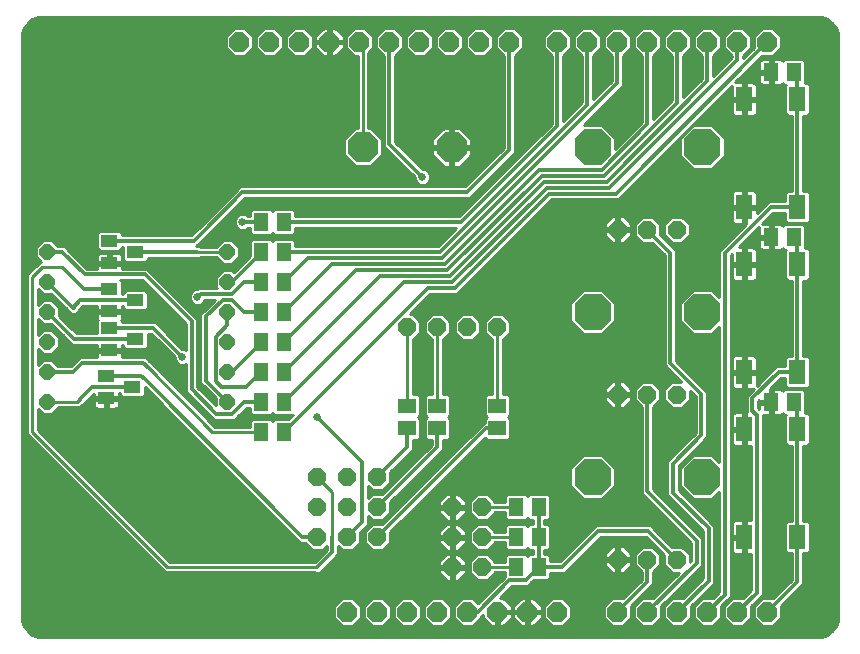
<source format=gtl>
G75*
%MOIN*%
%OFA0B0*%
%FSLAX25Y25*%
%IPPOS*%
%LPD*%
%AMOC8*
5,1,8,0,0,1.08239X$1,22.5*
%
%ADD10OC8,0.10000*%
%ADD11OC8,0.05937*%
%ADD12OC8,0.12268*%
%ADD13R,0.05500X0.08300*%
%ADD14R,0.05118X0.05906*%
%ADD15OC8,0.06000*%
%ADD16OC8,0.05150*%
%ADD17OC8,0.06600*%
%ADD18R,0.05906X0.05118*%
%ADD19R,0.05512X0.03937*%
%ADD20C,0.01000*%
%ADD21C,0.02578*%
%ADD22C,0.01200*%
D10*
X0120200Y0170000D03*
X0149800Y0170000D03*
D11*
X0205157Y0142441D03*
X0215000Y0142441D03*
X0224843Y0142441D03*
X0224843Y0087441D03*
X0215000Y0087441D03*
X0205157Y0087441D03*
X0205157Y0032441D03*
X0215000Y0032441D03*
X0224843Y0032441D03*
D12*
X0233307Y0060000D03*
X0196693Y0060000D03*
X0196693Y0115000D03*
X0233307Y0115000D03*
X0233307Y0170000D03*
X0196693Y0170000D03*
D13*
X0247300Y0185900D03*
X0265000Y0185900D03*
X0265000Y0150000D03*
X0247300Y0150000D03*
X0247300Y0130900D03*
X0265000Y0130900D03*
X0265000Y0095000D03*
X0247300Y0095000D03*
X0247300Y0075900D03*
X0265000Y0075900D03*
X0265000Y0040000D03*
X0247300Y0040000D03*
D14*
X0256260Y0085000D03*
X0263740Y0085000D03*
X0263740Y0140000D03*
X0256260Y0140000D03*
X0256260Y0195000D03*
X0263740Y0195000D03*
X0093740Y0145000D03*
X0086260Y0145000D03*
X0086260Y0135000D03*
X0093740Y0135000D03*
X0093740Y0125000D03*
X0086260Y0125000D03*
X0086260Y0115000D03*
X0093740Y0115000D03*
X0093740Y0105000D03*
X0086260Y0105000D03*
X0086260Y0095000D03*
X0093740Y0095000D03*
X0093740Y0085000D03*
X0086260Y0085000D03*
X0086260Y0075000D03*
X0093740Y0075000D03*
X0171260Y0050000D03*
X0178740Y0050000D03*
X0178740Y0040000D03*
X0171260Y0040000D03*
X0171260Y0030000D03*
X0178740Y0030000D03*
D15*
X0160000Y0030000D03*
X0150000Y0030000D03*
X0150000Y0040000D03*
X0160000Y0040000D03*
X0160000Y0050000D03*
X0150000Y0050000D03*
X0125000Y0050000D03*
X0125000Y0040000D03*
X0115000Y0040000D03*
X0105000Y0040000D03*
X0105000Y0050000D03*
X0115000Y0050000D03*
X0115000Y0060000D03*
X0105000Y0060000D03*
X0125000Y0060000D03*
X0135000Y0110000D03*
X0145000Y0110000D03*
X0155000Y0110000D03*
X0165000Y0110000D03*
D16*
X0075000Y0105000D03*
X0075000Y0095000D03*
X0075000Y0085000D03*
X0075000Y0115000D03*
X0075000Y0125000D03*
X0075000Y0135000D03*
X0015000Y0135000D03*
X0015000Y0125000D03*
X0015000Y0115000D03*
X0015000Y0105000D03*
X0015000Y0095000D03*
X0015000Y0085000D03*
D17*
X0115000Y0015000D03*
X0125000Y0015000D03*
X0135000Y0015000D03*
X0145000Y0015000D03*
X0155000Y0015000D03*
X0165000Y0015000D03*
X0175000Y0015000D03*
X0185000Y0015000D03*
X0205000Y0015000D03*
X0215000Y0015000D03*
X0225000Y0015000D03*
X0235000Y0015000D03*
X0245000Y0015000D03*
X0255000Y0015000D03*
X0255000Y0205000D03*
X0245000Y0205000D03*
X0235000Y0205000D03*
X0225000Y0205000D03*
X0215000Y0205000D03*
X0205000Y0205000D03*
X0195000Y0205000D03*
X0185000Y0205000D03*
X0169000Y0205000D03*
X0159000Y0205000D03*
X0149000Y0205000D03*
X0139000Y0205000D03*
X0129000Y0205000D03*
X0119000Y0205000D03*
X0109000Y0205000D03*
X0099000Y0205000D03*
X0089000Y0205000D03*
X0079000Y0205000D03*
D18*
X0135000Y0083740D03*
X0135000Y0076260D03*
X0145000Y0076260D03*
X0145000Y0083740D03*
X0165000Y0083740D03*
X0165000Y0076260D03*
D19*
X0043331Y0090000D03*
X0034669Y0086260D03*
X0034669Y0093740D03*
X0035669Y0102260D03*
X0035669Y0109740D03*
X0035669Y0115260D03*
X0035669Y0122740D03*
X0044331Y0119000D03*
X0044331Y0106000D03*
X0035669Y0131260D03*
X0035669Y0138740D03*
X0044331Y0135000D03*
D20*
X0007195Y0010180D02*
X0008367Y0008567D01*
X0009980Y0007395D01*
X0011877Y0006778D01*
X0012874Y0006700D01*
X0272047Y0006700D01*
X0273044Y0006778D01*
X0274941Y0007395D01*
X0276554Y0008567D01*
X0277727Y0010180D01*
X0278343Y0012077D01*
X0278421Y0013074D01*
X0278421Y0206913D01*
X0278343Y0207910D01*
X0277727Y0209807D01*
X0276554Y0211420D01*
X0274941Y0212593D01*
X0273044Y0213209D01*
X0272047Y0213287D01*
X0012874Y0213287D01*
X0011877Y0213209D01*
X0009980Y0212593D01*
X0008367Y0211420D01*
X0007195Y0209807D01*
X0006578Y0207910D01*
X0006500Y0206913D01*
X0006500Y0013074D01*
X0006578Y0012077D01*
X0007195Y0010180D01*
X0007331Y0009993D02*
X0277590Y0009993D01*
X0277990Y0010991D02*
X0257496Y0010991D01*
X0256905Y0010400D02*
X0259600Y0013095D01*
X0259600Y0016905D01*
X0259596Y0016909D01*
X0266900Y0024213D01*
X0266900Y0034550D01*
X0268288Y0034550D01*
X0269050Y0035312D01*
X0269050Y0044688D01*
X0268288Y0045450D01*
X0266900Y0045450D01*
X0266900Y0070450D01*
X0268288Y0070450D01*
X0269050Y0071212D01*
X0269050Y0080588D01*
X0268288Y0081350D01*
X0267440Y0081350D01*
X0267599Y0081509D01*
X0267599Y0088491D01*
X0266838Y0089253D01*
X0260643Y0089253D01*
X0260109Y0088719D01*
X0260019Y0088874D01*
X0259740Y0089153D01*
X0259398Y0089351D01*
X0259016Y0089453D01*
X0256760Y0089453D01*
X0256760Y0085500D01*
X0255760Y0085500D01*
X0255760Y0089305D01*
X0259555Y0093100D01*
X0260950Y0093100D01*
X0260950Y0090312D01*
X0261712Y0089550D01*
X0268288Y0089550D01*
X0269050Y0090312D01*
X0269050Y0099688D01*
X0268288Y0100450D01*
X0266900Y0100450D01*
X0266900Y0125450D01*
X0268288Y0125450D01*
X0269050Y0126212D01*
X0269050Y0135588D01*
X0268288Y0136350D01*
X0267440Y0136350D01*
X0267599Y0136509D01*
X0267599Y0143491D01*
X0266838Y0144253D01*
X0260643Y0144253D01*
X0260109Y0143719D01*
X0260019Y0143874D01*
X0259740Y0144153D01*
X0259398Y0144351D01*
X0259016Y0144453D01*
X0256760Y0144453D01*
X0256760Y0140500D01*
X0255760Y0140500D01*
X0255760Y0144453D01*
X0253503Y0144453D01*
X0253252Y0144385D01*
X0256967Y0148100D01*
X0260950Y0148100D01*
X0260950Y0145312D01*
X0261712Y0144550D01*
X0268288Y0144550D01*
X0269050Y0145312D01*
X0269050Y0154688D01*
X0268288Y0155450D01*
X0266900Y0155450D01*
X0266900Y0180450D01*
X0268288Y0180450D01*
X0269050Y0181212D01*
X0269050Y0190588D01*
X0268288Y0191350D01*
X0267440Y0191350D01*
X0267599Y0191509D01*
X0267599Y0198491D01*
X0266838Y0199253D01*
X0260643Y0199253D01*
X0260109Y0198719D01*
X0260019Y0198874D01*
X0259740Y0199153D01*
X0259398Y0199351D01*
X0259016Y0199453D01*
X0256760Y0199453D01*
X0256760Y0195500D01*
X0255760Y0195500D01*
X0255760Y0199453D01*
X0253503Y0199453D01*
X0253122Y0199351D01*
X0252780Y0199153D01*
X0252500Y0198874D01*
X0252303Y0198532D01*
X0252201Y0198150D01*
X0252201Y0195500D01*
X0255760Y0195500D01*
X0255760Y0194500D01*
X0256760Y0194500D01*
X0256760Y0190547D01*
X0259016Y0190547D01*
X0259398Y0190649D01*
X0259740Y0190847D01*
X0260019Y0191126D01*
X0260109Y0191281D01*
X0260643Y0190747D01*
X0261109Y0190747D01*
X0260950Y0190588D01*
X0260950Y0181212D01*
X0261712Y0180450D01*
X0263100Y0180450D01*
X0263100Y0155450D01*
X0261712Y0155450D01*
X0260950Y0154688D01*
X0260950Y0151900D01*
X0255393Y0151900D01*
X0251550Y0148057D01*
X0251550Y0149500D01*
X0247800Y0149500D01*
X0247800Y0150500D01*
X0246800Y0150500D01*
X0246800Y0155650D01*
X0244353Y0155650D01*
X0243971Y0155548D01*
X0243629Y0155350D01*
X0243350Y0155071D01*
X0243152Y0154729D01*
X0243050Y0154347D01*
X0243050Y0150500D01*
X0246800Y0150500D01*
X0246800Y0149500D01*
X0247800Y0149500D01*
X0247800Y0144350D01*
X0247843Y0144350D01*
X0240054Y0136561D01*
X0238941Y0135448D01*
X0238941Y0119879D01*
X0236386Y0122434D01*
X0230228Y0122434D01*
X0225873Y0118079D01*
X0225873Y0111921D01*
X0230228Y0107566D01*
X0236386Y0107566D01*
X0238941Y0110121D01*
X0238941Y0064879D01*
X0236386Y0067434D01*
X0230228Y0067434D01*
X0225873Y0063079D01*
X0225873Y0056921D01*
X0230228Y0052566D01*
X0236386Y0052566D01*
X0238941Y0055121D01*
X0238941Y0021628D01*
X0236909Y0019596D01*
X0236905Y0019600D01*
X0233095Y0019600D01*
X0230400Y0016905D01*
X0230400Y0013095D01*
X0233095Y0010400D01*
X0236905Y0010400D01*
X0239600Y0013095D01*
X0239600Y0016905D01*
X0239596Y0016909D01*
X0241628Y0018941D01*
X0242741Y0020054D01*
X0242741Y0133874D01*
X0243050Y0134183D01*
X0243050Y0131400D01*
X0246800Y0131400D01*
X0246800Y0136550D01*
X0245417Y0136550D01*
X0252268Y0143401D01*
X0252201Y0143150D01*
X0252201Y0140500D01*
X0255760Y0140500D01*
X0255760Y0139500D01*
X0256760Y0139500D01*
X0256760Y0135547D01*
X0259016Y0135547D01*
X0259398Y0135649D01*
X0259740Y0135847D01*
X0260019Y0136126D01*
X0260109Y0136281D01*
X0260643Y0135747D01*
X0261109Y0135747D01*
X0260950Y0135588D01*
X0260950Y0126212D01*
X0261712Y0125450D01*
X0263100Y0125450D01*
X0263100Y0100450D01*
X0261712Y0100450D01*
X0260950Y0099688D01*
X0260950Y0096900D01*
X0257981Y0096900D01*
X0251483Y0090402D01*
X0251550Y0090653D01*
X0251550Y0094500D01*
X0247800Y0094500D01*
X0247800Y0095500D01*
X0246800Y0095500D01*
X0246800Y0100650D01*
X0244353Y0100650D01*
X0243971Y0100548D01*
X0243629Y0100350D01*
X0243350Y0100071D01*
X0243152Y0099729D01*
X0243050Y0099347D01*
X0243050Y0095500D01*
X0246800Y0095500D01*
X0246800Y0094500D01*
X0247800Y0094500D01*
X0247800Y0089350D01*
X0250247Y0089350D01*
X0250498Y0089417D01*
X0249213Y0088132D01*
X0248100Y0087019D01*
X0248100Y0081550D01*
X0247800Y0081550D01*
X0247800Y0076400D01*
X0246800Y0076400D01*
X0246800Y0081550D01*
X0244353Y0081550D01*
X0243971Y0081448D01*
X0243629Y0081250D01*
X0243350Y0080971D01*
X0243152Y0080629D01*
X0243050Y0080247D01*
X0243050Y0076400D01*
X0246800Y0076400D01*
X0246800Y0075400D01*
X0247800Y0075400D01*
X0247800Y0070250D01*
X0249550Y0070250D01*
X0249550Y0045650D01*
X0247800Y0045650D01*
X0247800Y0040500D01*
X0246800Y0040500D01*
X0246800Y0045650D01*
X0244353Y0045650D01*
X0243971Y0045548D01*
X0243629Y0045350D01*
X0243350Y0045071D01*
X0243152Y0044729D01*
X0243050Y0044347D01*
X0243050Y0040500D01*
X0246800Y0040500D01*
X0246800Y0039500D01*
X0247800Y0039500D01*
X0247800Y0034350D01*
X0249550Y0034350D01*
X0249550Y0022237D01*
X0246909Y0019596D01*
X0246905Y0019600D01*
X0243095Y0019600D01*
X0240400Y0016905D01*
X0240400Y0013095D01*
X0243095Y0010400D01*
X0246905Y0010400D01*
X0249600Y0013095D01*
X0249600Y0016905D01*
X0249596Y0016909D01*
X0253350Y0020663D01*
X0253350Y0080588D01*
X0253503Y0080547D01*
X0255760Y0080547D01*
X0255760Y0084500D01*
X0256760Y0084500D01*
X0256760Y0080547D01*
X0259016Y0080547D01*
X0259398Y0080649D01*
X0259740Y0080847D01*
X0260019Y0081126D01*
X0260109Y0081281D01*
X0260643Y0080747D01*
X0261109Y0080747D01*
X0260950Y0080588D01*
X0260950Y0071212D01*
X0261712Y0070450D01*
X0263100Y0070450D01*
X0263100Y0045450D01*
X0261712Y0045450D01*
X0260950Y0044688D01*
X0260950Y0035312D01*
X0261712Y0034550D01*
X0263100Y0034550D01*
X0263100Y0025787D01*
X0256909Y0019596D01*
X0256905Y0019600D01*
X0253095Y0019600D01*
X0250400Y0016905D01*
X0250400Y0013095D01*
X0253095Y0010400D01*
X0256905Y0010400D01*
X0258495Y0011990D02*
X0278314Y0011990D01*
X0278415Y0012988D02*
X0259493Y0012988D01*
X0259600Y0013987D02*
X0278421Y0013987D01*
X0278421Y0014985D02*
X0259600Y0014985D01*
X0259600Y0015984D02*
X0278421Y0015984D01*
X0278421Y0016982D02*
X0259669Y0016982D01*
X0260668Y0017981D02*
X0278421Y0017981D01*
X0278421Y0018979D02*
X0261666Y0018979D01*
X0262665Y0019978D02*
X0278421Y0019978D01*
X0278421Y0020976D02*
X0263663Y0020976D01*
X0264662Y0021975D02*
X0278421Y0021975D01*
X0278421Y0022973D02*
X0265660Y0022973D01*
X0266659Y0023972D02*
X0278421Y0023972D01*
X0278421Y0024970D02*
X0266900Y0024970D01*
X0266900Y0025969D02*
X0278421Y0025969D01*
X0278421Y0026967D02*
X0266900Y0026967D01*
X0266900Y0027966D02*
X0278421Y0027966D01*
X0278421Y0028964D02*
X0266900Y0028964D01*
X0266900Y0029963D02*
X0278421Y0029963D01*
X0278421Y0030961D02*
X0266900Y0030961D01*
X0266900Y0031960D02*
X0278421Y0031960D01*
X0278421Y0032958D02*
X0266900Y0032958D01*
X0266900Y0033957D02*
X0278421Y0033957D01*
X0278421Y0034955D02*
X0268694Y0034955D01*
X0269050Y0035954D02*
X0278421Y0035954D01*
X0278421Y0036952D02*
X0269050Y0036952D01*
X0269050Y0037951D02*
X0278421Y0037951D01*
X0278421Y0038949D02*
X0269050Y0038949D01*
X0269050Y0039948D02*
X0278421Y0039948D01*
X0278421Y0040946D02*
X0269050Y0040946D01*
X0269050Y0041945D02*
X0278421Y0041945D01*
X0278421Y0042943D02*
X0269050Y0042943D01*
X0269050Y0043942D02*
X0278421Y0043942D01*
X0278421Y0044940D02*
X0268798Y0044940D01*
X0266900Y0045939D02*
X0278421Y0045939D01*
X0278421Y0046937D02*
X0266900Y0046937D01*
X0266900Y0047936D02*
X0278421Y0047936D01*
X0278421Y0048934D02*
X0266900Y0048934D01*
X0266900Y0049933D02*
X0278421Y0049933D01*
X0278421Y0050932D02*
X0266900Y0050932D01*
X0266900Y0051930D02*
X0278421Y0051930D01*
X0278421Y0052929D02*
X0266900Y0052929D01*
X0266900Y0053927D02*
X0278421Y0053927D01*
X0278421Y0054926D02*
X0266900Y0054926D01*
X0266900Y0055924D02*
X0278421Y0055924D01*
X0278421Y0056923D02*
X0266900Y0056923D01*
X0266900Y0057921D02*
X0278421Y0057921D01*
X0278421Y0058920D02*
X0266900Y0058920D01*
X0266900Y0059918D02*
X0278421Y0059918D01*
X0278421Y0060917D02*
X0266900Y0060917D01*
X0266900Y0061915D02*
X0278421Y0061915D01*
X0278421Y0062914D02*
X0266900Y0062914D01*
X0266900Y0063912D02*
X0278421Y0063912D01*
X0278421Y0064911D02*
X0266900Y0064911D01*
X0266900Y0065909D02*
X0278421Y0065909D01*
X0278421Y0066908D02*
X0266900Y0066908D01*
X0266900Y0067906D02*
X0278421Y0067906D01*
X0278421Y0068905D02*
X0266900Y0068905D01*
X0266900Y0069903D02*
X0278421Y0069903D01*
X0278421Y0070902D02*
X0268740Y0070902D01*
X0269050Y0071900D02*
X0278421Y0071900D01*
X0278421Y0072899D02*
X0269050Y0072899D01*
X0269050Y0073897D02*
X0278421Y0073897D01*
X0278421Y0074896D02*
X0269050Y0074896D01*
X0269050Y0075894D02*
X0278421Y0075894D01*
X0278421Y0076893D02*
X0269050Y0076893D01*
X0269050Y0077891D02*
X0278421Y0077891D01*
X0278421Y0078890D02*
X0269050Y0078890D01*
X0269050Y0079888D02*
X0278421Y0079888D01*
X0278421Y0080887D02*
X0268752Y0080887D01*
X0267599Y0081885D02*
X0278421Y0081885D01*
X0278421Y0082884D02*
X0267599Y0082884D01*
X0267599Y0083882D02*
X0278421Y0083882D01*
X0278421Y0084881D02*
X0267599Y0084881D01*
X0267599Y0085879D02*
X0278421Y0085879D01*
X0278421Y0086878D02*
X0267599Y0086878D01*
X0267599Y0087876D02*
X0278421Y0087876D01*
X0278421Y0088875D02*
X0267215Y0088875D01*
X0268612Y0089873D02*
X0278421Y0089873D01*
X0278421Y0090872D02*
X0269050Y0090872D01*
X0269050Y0091870D02*
X0278421Y0091870D01*
X0278421Y0092869D02*
X0269050Y0092869D01*
X0269050Y0093868D02*
X0278421Y0093868D01*
X0278421Y0094866D02*
X0269050Y0094866D01*
X0269050Y0095865D02*
X0278421Y0095865D01*
X0278421Y0096863D02*
X0269050Y0096863D01*
X0269050Y0097862D02*
X0278421Y0097862D01*
X0278421Y0098860D02*
X0269050Y0098860D01*
X0268880Y0099859D02*
X0278421Y0099859D01*
X0278421Y0100857D02*
X0266900Y0100857D01*
X0266900Y0101856D02*
X0278421Y0101856D01*
X0278421Y0102854D02*
X0266900Y0102854D01*
X0266900Y0103853D02*
X0278421Y0103853D01*
X0278421Y0104851D02*
X0266900Y0104851D01*
X0266900Y0105850D02*
X0278421Y0105850D01*
X0278421Y0106848D02*
X0266900Y0106848D01*
X0266900Y0107847D02*
X0278421Y0107847D01*
X0278421Y0108845D02*
X0266900Y0108845D01*
X0266900Y0109844D02*
X0278421Y0109844D01*
X0278421Y0110842D02*
X0266900Y0110842D01*
X0266900Y0111841D02*
X0278421Y0111841D01*
X0278421Y0112839D02*
X0266900Y0112839D01*
X0266900Y0113838D02*
X0278421Y0113838D01*
X0278421Y0114836D02*
X0266900Y0114836D01*
X0266900Y0115835D02*
X0278421Y0115835D01*
X0278421Y0116833D02*
X0266900Y0116833D01*
X0266900Y0117832D02*
X0278421Y0117832D01*
X0278421Y0118830D02*
X0266900Y0118830D01*
X0266900Y0119829D02*
X0278421Y0119829D01*
X0278421Y0120827D02*
X0266900Y0120827D01*
X0266900Y0121826D02*
X0278421Y0121826D01*
X0278421Y0122824D02*
X0266900Y0122824D01*
X0266900Y0123823D02*
X0278421Y0123823D01*
X0278421Y0124821D02*
X0266900Y0124821D01*
X0268658Y0125820D02*
X0278421Y0125820D01*
X0278421Y0126818D02*
X0269050Y0126818D01*
X0269050Y0127817D02*
X0278421Y0127817D01*
X0278421Y0128815D02*
X0269050Y0128815D01*
X0269050Y0129814D02*
X0278421Y0129814D01*
X0278421Y0130812D02*
X0269050Y0130812D01*
X0269050Y0131811D02*
X0278421Y0131811D01*
X0278421Y0132809D02*
X0269050Y0132809D01*
X0269050Y0133808D02*
X0278421Y0133808D01*
X0278421Y0134806D02*
X0269050Y0134806D01*
X0268833Y0135805D02*
X0278421Y0135805D01*
X0278421Y0136803D02*
X0267599Y0136803D01*
X0267599Y0137802D02*
X0278421Y0137802D01*
X0278421Y0138801D02*
X0267599Y0138801D01*
X0267599Y0139799D02*
X0278421Y0139799D01*
X0278421Y0140798D02*
X0267599Y0140798D01*
X0267599Y0141796D02*
X0278421Y0141796D01*
X0278421Y0142795D02*
X0267599Y0142795D01*
X0267297Y0143793D02*
X0278421Y0143793D01*
X0278421Y0144792D02*
X0268530Y0144792D01*
X0269050Y0145790D02*
X0278421Y0145790D01*
X0278421Y0146789D02*
X0269050Y0146789D01*
X0269050Y0147787D02*
X0278421Y0147787D01*
X0278421Y0148786D02*
X0269050Y0148786D01*
X0269050Y0149784D02*
X0278421Y0149784D01*
X0278421Y0150783D02*
X0269050Y0150783D01*
X0269050Y0151781D02*
X0278421Y0151781D01*
X0278421Y0152780D02*
X0269050Y0152780D01*
X0269050Y0153778D02*
X0278421Y0153778D01*
X0278421Y0154777D02*
X0268962Y0154777D01*
X0266900Y0155775D02*
X0278421Y0155775D01*
X0278421Y0156774D02*
X0266900Y0156774D01*
X0266900Y0157772D02*
X0278421Y0157772D01*
X0278421Y0158771D02*
X0266900Y0158771D01*
X0266900Y0159769D02*
X0278421Y0159769D01*
X0278421Y0160768D02*
X0266900Y0160768D01*
X0266900Y0161766D02*
X0278421Y0161766D01*
X0278421Y0162765D02*
X0266900Y0162765D01*
X0266900Y0163763D02*
X0278421Y0163763D01*
X0278421Y0164762D02*
X0266900Y0164762D01*
X0266900Y0165760D02*
X0278421Y0165760D01*
X0278421Y0166759D02*
X0266900Y0166759D01*
X0266900Y0167757D02*
X0278421Y0167757D01*
X0278421Y0168756D02*
X0266900Y0168756D01*
X0266900Y0169754D02*
X0278421Y0169754D01*
X0278421Y0170753D02*
X0266900Y0170753D01*
X0266900Y0171751D02*
X0278421Y0171751D01*
X0278421Y0172750D02*
X0266900Y0172750D01*
X0266900Y0173748D02*
X0278421Y0173748D01*
X0278421Y0174747D02*
X0266900Y0174747D01*
X0266900Y0175745D02*
X0278421Y0175745D01*
X0278421Y0176744D02*
X0266900Y0176744D01*
X0266900Y0177742D02*
X0278421Y0177742D01*
X0278421Y0178741D02*
X0266900Y0178741D01*
X0266900Y0179739D02*
X0278421Y0179739D01*
X0278421Y0180738D02*
X0268576Y0180738D01*
X0269050Y0181737D02*
X0278421Y0181737D01*
X0278421Y0182735D02*
X0269050Y0182735D01*
X0269050Y0183734D02*
X0278421Y0183734D01*
X0278421Y0184732D02*
X0269050Y0184732D01*
X0269050Y0185731D02*
X0278421Y0185731D01*
X0278421Y0186729D02*
X0269050Y0186729D01*
X0269050Y0187728D02*
X0278421Y0187728D01*
X0278421Y0188726D02*
X0269050Y0188726D01*
X0269050Y0189725D02*
X0278421Y0189725D01*
X0278421Y0190723D02*
X0268915Y0190723D01*
X0267599Y0191722D02*
X0278421Y0191722D01*
X0278421Y0192720D02*
X0267599Y0192720D01*
X0267599Y0193719D02*
X0278421Y0193719D01*
X0278421Y0194717D02*
X0267599Y0194717D01*
X0267599Y0195716D02*
X0278421Y0195716D01*
X0278421Y0196714D02*
X0267599Y0196714D01*
X0267599Y0197713D02*
X0278421Y0197713D01*
X0278421Y0198711D02*
X0267379Y0198711D01*
X0259600Y0203095D02*
X0256905Y0200400D01*
X0253095Y0200400D01*
X0253091Y0200404D01*
X0244195Y0191508D01*
X0244353Y0191550D01*
X0246800Y0191550D01*
X0246800Y0186400D01*
X0247800Y0186400D01*
X0247800Y0191550D01*
X0250247Y0191550D01*
X0250629Y0191448D01*
X0250971Y0191250D01*
X0251250Y0190971D01*
X0251448Y0190629D01*
X0251550Y0190247D01*
X0251550Y0186400D01*
X0247800Y0186400D01*
X0247800Y0185400D01*
X0251550Y0185400D01*
X0251550Y0181553D01*
X0251448Y0181171D01*
X0251250Y0180829D01*
X0250971Y0180550D01*
X0250629Y0180352D01*
X0250247Y0180250D01*
X0247800Y0180250D01*
X0247800Y0185400D01*
X0246800Y0185400D01*
X0246800Y0180250D01*
X0244353Y0180250D01*
X0243971Y0180352D01*
X0243629Y0180550D01*
X0243350Y0180829D01*
X0243152Y0181171D01*
X0243050Y0181553D01*
X0243050Y0185400D01*
X0246800Y0185400D01*
X0246800Y0186400D01*
X0243050Y0186400D01*
X0243050Y0190247D01*
X0243092Y0190405D01*
X0206366Y0153679D01*
X0205253Y0152566D01*
X0183052Y0152566D01*
X0151586Y0121100D01*
X0142527Y0121100D01*
X0135727Y0114300D01*
X0136781Y0114300D01*
X0139300Y0111781D01*
X0139300Y0108219D01*
X0136800Y0105719D01*
X0136800Y0087599D01*
X0138491Y0087599D01*
X0139253Y0086838D01*
X0139253Y0080643D01*
X0138610Y0080000D01*
X0139253Y0079357D01*
X0139253Y0073162D01*
X0138491Y0072401D01*
X0136900Y0072401D01*
X0136900Y0069213D01*
X0135787Y0068100D01*
X0129300Y0061613D01*
X0129300Y0058219D01*
X0126781Y0055700D01*
X0123219Y0055700D01*
X0121900Y0057019D01*
X0121900Y0052981D01*
X0123219Y0054300D01*
X0126613Y0054300D01*
X0143100Y0070787D01*
X0143100Y0072401D01*
X0141509Y0072401D01*
X0140747Y0073162D01*
X0140747Y0079357D01*
X0141390Y0080000D01*
X0140747Y0080643D01*
X0140747Y0086838D01*
X0141509Y0087599D01*
X0143200Y0087599D01*
X0143200Y0105719D01*
X0140700Y0108219D01*
X0140700Y0111781D01*
X0143219Y0114300D01*
X0146781Y0114300D01*
X0149300Y0111781D01*
X0149300Y0108219D01*
X0146800Y0105719D01*
X0146800Y0087599D01*
X0148491Y0087599D01*
X0149253Y0086838D01*
X0149253Y0080643D01*
X0148610Y0080000D01*
X0149253Y0079357D01*
X0149253Y0073162D01*
X0148491Y0072401D01*
X0146900Y0072401D01*
X0146900Y0069213D01*
X0145787Y0068100D01*
X0129300Y0051613D01*
X0129300Y0048219D01*
X0126781Y0045700D01*
X0123219Y0045700D01*
X0121900Y0047019D01*
X0121900Y0044213D01*
X0120787Y0043100D01*
X0119300Y0041613D01*
X0119300Y0038219D01*
X0116781Y0035700D01*
X0113219Y0035700D01*
X0111900Y0037019D01*
X0111900Y0034213D01*
X0105787Y0028100D01*
X0104213Y0028100D01*
X0104113Y0028200D01*
X0054254Y0028200D01*
X0009254Y0073200D01*
X0008200Y0074254D01*
X0008200Y0127546D01*
X0011400Y0130746D01*
X0012454Y0131800D01*
X0012720Y0131800D01*
X0011125Y0133395D01*
X0011125Y0136605D01*
X0013395Y0138875D01*
X0016605Y0138875D01*
X0018580Y0136900D01*
X0020787Y0136900D01*
X0021900Y0135787D01*
X0021900Y0135787D01*
X0028187Y0129500D01*
X0031413Y0129500D01*
X0031413Y0130776D01*
X0035185Y0130776D01*
X0035185Y0131744D01*
X0031413Y0131744D01*
X0031413Y0133426D01*
X0031516Y0133807D01*
X0031713Y0134149D01*
X0031992Y0134429D01*
X0032334Y0134626D01*
X0032716Y0134728D01*
X0035185Y0134728D01*
X0035185Y0131744D01*
X0036154Y0131744D01*
X0039925Y0131744D01*
X0039925Y0133426D01*
X0039823Y0133807D01*
X0039625Y0134149D01*
X0039346Y0134429D01*
X0039004Y0134626D01*
X0038623Y0134728D01*
X0036154Y0134728D01*
X0036154Y0131744D01*
X0036154Y0130776D01*
X0039925Y0130776D01*
X0039925Y0129500D01*
X0048187Y0129500D01*
X0049300Y0128387D01*
X0049300Y0128387D01*
X0063887Y0113800D01*
X0063887Y0113800D01*
X0065000Y0112687D01*
X0065000Y0090000D01*
X0071125Y0083875D01*
X0071125Y0086188D01*
X0067102Y0090211D01*
X0065989Y0091324D01*
X0065989Y0114298D01*
X0067102Y0115411D01*
X0070817Y0119125D01*
X0067440Y0119125D01*
X0067195Y0118533D01*
X0066467Y0117805D01*
X0065515Y0117411D01*
X0064485Y0117411D01*
X0063533Y0117805D01*
X0062805Y0118533D01*
X0062411Y0119485D01*
X0062411Y0120515D01*
X0062805Y0121467D01*
X0063533Y0122195D01*
X0064485Y0122589D01*
X0064902Y0122589D01*
X0065238Y0122925D01*
X0071595Y0122925D01*
X0071125Y0123395D01*
X0071125Y0126605D01*
X0073395Y0128875D01*
X0076605Y0128875D01*
X0077097Y0128383D01*
X0082401Y0133687D01*
X0082401Y0138491D01*
X0083162Y0139253D01*
X0089357Y0139253D01*
X0090000Y0138610D01*
X0090643Y0139253D01*
X0096838Y0139253D01*
X0097599Y0138491D01*
X0097599Y0136900D01*
X0145041Y0136900D01*
X0151241Y0143100D01*
X0097599Y0143100D01*
X0097599Y0141509D01*
X0096838Y0140747D01*
X0090643Y0140747D01*
X0090000Y0141390D01*
X0089357Y0140747D01*
X0083162Y0140747D01*
X0082401Y0141509D01*
X0082401Y0143100D01*
X0081761Y0143100D01*
X0081467Y0142805D01*
X0080515Y0142411D01*
X0079485Y0142411D01*
X0078533Y0142805D01*
X0077805Y0143533D01*
X0077411Y0144485D01*
X0077411Y0145515D01*
X0077805Y0146467D01*
X0078533Y0147195D01*
X0079485Y0147589D01*
X0080515Y0147589D01*
X0081467Y0147195D01*
X0081761Y0146900D01*
X0082401Y0146900D01*
X0082401Y0148491D01*
X0083162Y0149253D01*
X0089357Y0149253D01*
X0090000Y0148610D01*
X0090643Y0149253D01*
X0096838Y0149253D01*
X0097599Y0148491D01*
X0097599Y0146900D01*
X0152213Y0146900D01*
X0183100Y0177787D01*
X0183100Y0200400D01*
X0183095Y0200400D01*
X0180400Y0203095D01*
X0180400Y0206905D01*
X0183095Y0209600D01*
X0186905Y0209600D01*
X0189600Y0206905D01*
X0189600Y0203095D01*
X0186905Y0200400D01*
X0186900Y0200400D01*
X0186900Y0178759D01*
X0193100Y0184959D01*
X0193100Y0200400D01*
X0193095Y0200400D01*
X0190400Y0203095D01*
X0190400Y0206905D01*
X0193095Y0209600D01*
X0196905Y0209600D01*
X0199600Y0206905D01*
X0199600Y0203095D01*
X0196905Y0200400D01*
X0196900Y0200400D01*
X0196900Y0185930D01*
X0203100Y0192130D01*
X0203100Y0200400D01*
X0203095Y0200400D01*
X0200400Y0203095D01*
X0200400Y0206905D01*
X0203095Y0209600D01*
X0206905Y0209600D01*
X0209600Y0206905D01*
X0209600Y0203095D01*
X0206905Y0200400D01*
X0206900Y0200400D01*
X0206900Y0190556D01*
X0205787Y0189443D01*
X0205787Y0189443D01*
X0193778Y0177434D01*
X0199772Y0177434D01*
X0204127Y0173079D01*
X0204127Y0169466D01*
X0213100Y0178440D01*
X0213100Y0200400D01*
X0213095Y0200400D01*
X0210400Y0203095D01*
X0210400Y0206905D01*
X0213095Y0209600D01*
X0216905Y0209600D01*
X0219600Y0206905D01*
X0219600Y0203095D01*
X0216905Y0200400D01*
X0216900Y0200400D01*
X0216900Y0179411D01*
X0223100Y0185611D01*
X0223100Y0200400D01*
X0223095Y0200400D01*
X0220400Y0203095D01*
X0220400Y0206905D01*
X0223095Y0209600D01*
X0226905Y0209600D01*
X0229600Y0206905D01*
X0229600Y0203095D01*
X0226905Y0200400D01*
X0226900Y0200400D01*
X0226900Y0186583D01*
X0233100Y0192783D01*
X0233100Y0200400D01*
X0233095Y0200400D01*
X0230400Y0203095D01*
X0230400Y0206905D01*
X0233095Y0209600D01*
X0236905Y0209600D01*
X0239600Y0206905D01*
X0239600Y0203095D01*
X0236905Y0200400D01*
X0236900Y0200400D01*
X0236900Y0193754D01*
X0243100Y0199954D01*
X0243100Y0200400D01*
X0243095Y0200400D01*
X0240400Y0203095D01*
X0240400Y0206905D01*
X0243095Y0209600D01*
X0246905Y0209600D01*
X0249600Y0206905D01*
X0249600Y0203095D01*
X0246905Y0200400D01*
X0246900Y0200400D01*
X0246900Y0199587D01*
X0250404Y0203091D01*
X0250400Y0203095D01*
X0250400Y0206905D01*
X0253095Y0209600D01*
X0256905Y0209600D01*
X0259600Y0206905D01*
X0259600Y0203095D01*
X0259211Y0202705D02*
X0278421Y0202705D01*
X0278421Y0201707D02*
X0258212Y0201707D01*
X0257214Y0200708D02*
X0278421Y0200708D01*
X0278421Y0199710D02*
X0252397Y0199710D01*
X0252407Y0198711D02*
X0251398Y0198711D01*
X0252201Y0197713D02*
X0250400Y0197713D01*
X0249401Y0196714D02*
X0252201Y0196714D01*
X0252201Y0195716D02*
X0248403Y0195716D01*
X0247404Y0194717D02*
X0255760Y0194717D01*
X0255760Y0194500D02*
X0252201Y0194500D01*
X0252201Y0191850D01*
X0252303Y0191468D01*
X0252500Y0191126D01*
X0252780Y0190847D01*
X0253122Y0190649D01*
X0253503Y0190547D01*
X0255760Y0190547D01*
X0255760Y0194500D01*
X0255760Y0193719D02*
X0256760Y0193719D01*
X0256760Y0192720D02*
X0255760Y0192720D01*
X0255760Y0191722D02*
X0256760Y0191722D01*
X0256760Y0190723D02*
X0255760Y0190723D01*
X0252994Y0190723D02*
X0251393Y0190723D01*
X0251550Y0189725D02*
X0260950Y0189725D01*
X0260950Y0188726D02*
X0251550Y0188726D01*
X0251550Y0187728D02*
X0260950Y0187728D01*
X0260950Y0186729D02*
X0251550Y0186729D01*
X0251550Y0184732D02*
X0260950Y0184732D01*
X0260950Y0183734D02*
X0251550Y0183734D01*
X0251550Y0182735D02*
X0260950Y0182735D01*
X0260950Y0181737D02*
X0251550Y0181737D01*
X0251159Y0180738D02*
X0261424Y0180738D01*
X0263100Y0179739D02*
X0232426Y0179739D01*
X0231428Y0178741D02*
X0263100Y0178741D01*
X0263100Y0177742D02*
X0230429Y0177742D01*
X0230228Y0177434D02*
X0225873Y0173079D01*
X0225873Y0166921D01*
X0230228Y0162566D01*
X0236386Y0162566D01*
X0240741Y0166921D01*
X0240741Y0173079D01*
X0236386Y0177434D01*
X0230228Y0177434D01*
X0229538Y0176744D02*
X0229431Y0176744D01*
X0228539Y0175745D02*
X0228432Y0175745D01*
X0227541Y0174747D02*
X0227434Y0174747D01*
X0226542Y0173748D02*
X0226435Y0173748D01*
X0225873Y0172750D02*
X0225437Y0172750D01*
X0225873Y0171751D02*
X0224438Y0171751D01*
X0223440Y0170753D02*
X0225873Y0170753D01*
X0225873Y0169754D02*
X0222441Y0169754D01*
X0221443Y0168756D02*
X0225873Y0168756D01*
X0225873Y0167757D02*
X0220444Y0167757D01*
X0219446Y0166759D02*
X0226035Y0166759D01*
X0227034Y0165760D02*
X0218447Y0165760D01*
X0217449Y0164762D02*
X0228032Y0164762D01*
X0229031Y0163763D02*
X0216450Y0163763D01*
X0215452Y0162765D02*
X0230029Y0162765D01*
X0236585Y0162765D02*
X0263100Y0162765D01*
X0263100Y0163763D02*
X0237583Y0163763D01*
X0238582Y0164762D02*
X0263100Y0164762D01*
X0263100Y0165760D02*
X0239580Y0165760D01*
X0240579Y0166759D02*
X0263100Y0166759D01*
X0263100Y0167757D02*
X0240741Y0167757D01*
X0240741Y0168756D02*
X0263100Y0168756D01*
X0263100Y0169754D02*
X0240741Y0169754D01*
X0240741Y0170753D02*
X0263100Y0170753D01*
X0263100Y0171751D02*
X0240741Y0171751D01*
X0240741Y0172750D02*
X0263100Y0172750D01*
X0263100Y0173748D02*
X0240072Y0173748D01*
X0239073Y0174747D02*
X0263100Y0174747D01*
X0263100Y0175745D02*
X0238075Y0175745D01*
X0237076Y0176744D02*
X0263100Y0176744D01*
X0260950Y0185731D02*
X0247800Y0185731D01*
X0247800Y0186729D02*
X0246800Y0186729D01*
X0246800Y0185731D02*
X0238418Y0185731D01*
X0239416Y0186729D02*
X0243050Y0186729D01*
X0243050Y0187728D02*
X0240415Y0187728D01*
X0241413Y0188726D02*
X0243050Y0188726D01*
X0243050Y0189725D02*
X0242412Y0189725D01*
X0244409Y0191722D02*
X0252235Y0191722D01*
X0252201Y0192720D02*
X0245407Y0192720D01*
X0246406Y0193719D02*
X0252201Y0193719D01*
X0255760Y0195716D02*
X0256760Y0195716D01*
X0256760Y0196714D02*
X0255760Y0196714D01*
X0255760Y0197713D02*
X0256760Y0197713D01*
X0256760Y0198711D02*
X0255760Y0198711D01*
X0250018Y0202705D02*
X0249211Y0202705D01*
X0249020Y0201707D02*
X0248212Y0201707D01*
X0248021Y0200708D02*
X0247214Y0200708D01*
X0247023Y0199710D02*
X0246900Y0199710D01*
X0242855Y0199710D02*
X0236900Y0199710D01*
X0236900Y0198711D02*
X0241857Y0198711D01*
X0240858Y0197713D02*
X0236900Y0197713D01*
X0236900Y0196714D02*
X0239860Y0196714D01*
X0238861Y0195716D02*
X0236900Y0195716D01*
X0236900Y0194717D02*
X0237863Y0194717D01*
X0233100Y0194717D02*
X0226900Y0194717D01*
X0226900Y0193719D02*
X0233100Y0193719D01*
X0233037Y0192720D02*
X0226900Y0192720D01*
X0226900Y0191722D02*
X0232039Y0191722D01*
X0231040Y0190723D02*
X0226900Y0190723D01*
X0226900Y0189725D02*
X0230042Y0189725D01*
X0229043Y0188726D02*
X0226900Y0188726D01*
X0226900Y0187728D02*
X0228045Y0187728D01*
X0227046Y0186729D02*
X0226900Y0186729D01*
X0223100Y0186729D02*
X0216900Y0186729D01*
X0216900Y0185731D02*
X0223100Y0185731D01*
X0222221Y0184732D02*
X0216900Y0184732D01*
X0216900Y0183734D02*
X0221222Y0183734D01*
X0220224Y0182735D02*
X0216900Y0182735D01*
X0216900Y0181737D02*
X0219225Y0181737D01*
X0218227Y0180738D02*
X0216900Y0180738D01*
X0216900Y0179739D02*
X0217228Y0179739D01*
X0213100Y0179739D02*
X0196083Y0179739D01*
X0195085Y0178741D02*
X0213100Y0178741D01*
X0212403Y0177742D02*
X0194086Y0177742D01*
X0197082Y0180738D02*
X0213100Y0180738D01*
X0213100Y0181737D02*
X0198080Y0181737D01*
X0199079Y0182735D02*
X0213100Y0182735D01*
X0213100Y0183734D02*
X0200077Y0183734D01*
X0201076Y0184732D02*
X0213100Y0184732D01*
X0213100Y0185731D02*
X0202074Y0185731D01*
X0203073Y0186729D02*
X0213100Y0186729D01*
X0213100Y0187728D02*
X0204071Y0187728D01*
X0205070Y0188726D02*
X0213100Y0188726D01*
X0213100Y0189725D02*
X0206068Y0189725D01*
X0206900Y0190723D02*
X0213100Y0190723D01*
X0213100Y0191722D02*
X0206900Y0191722D01*
X0206900Y0192720D02*
X0213100Y0192720D01*
X0213100Y0193719D02*
X0206900Y0193719D01*
X0206900Y0194717D02*
X0213100Y0194717D01*
X0213100Y0195716D02*
X0206900Y0195716D01*
X0206900Y0196714D02*
X0213100Y0196714D01*
X0213100Y0197713D02*
X0206900Y0197713D01*
X0206900Y0198711D02*
X0213100Y0198711D01*
X0213100Y0199710D02*
X0206900Y0199710D01*
X0207214Y0200708D02*
X0212786Y0200708D01*
X0211788Y0201707D02*
X0208212Y0201707D01*
X0209211Y0202705D02*
X0210789Y0202705D01*
X0210400Y0203704D02*
X0209600Y0203704D01*
X0209600Y0204702D02*
X0210400Y0204702D01*
X0210400Y0205701D02*
X0209600Y0205701D01*
X0209600Y0206699D02*
X0210400Y0206699D01*
X0211192Y0207698D02*
X0208808Y0207698D01*
X0207809Y0208696D02*
X0212191Y0208696D01*
X0217809Y0208696D02*
X0222191Y0208696D01*
X0221192Y0207698D02*
X0218808Y0207698D01*
X0219600Y0206699D02*
X0220400Y0206699D01*
X0220400Y0205701D02*
X0219600Y0205701D01*
X0219600Y0204702D02*
X0220400Y0204702D01*
X0220400Y0203704D02*
X0219600Y0203704D01*
X0219211Y0202705D02*
X0220789Y0202705D01*
X0221788Y0201707D02*
X0218212Y0201707D01*
X0217214Y0200708D02*
X0222786Y0200708D01*
X0223100Y0199710D02*
X0216900Y0199710D01*
X0216900Y0198711D02*
X0223100Y0198711D01*
X0223100Y0197713D02*
X0216900Y0197713D01*
X0216900Y0196714D02*
X0223100Y0196714D01*
X0223100Y0195716D02*
X0216900Y0195716D01*
X0216900Y0194717D02*
X0223100Y0194717D01*
X0223100Y0193719D02*
X0216900Y0193719D01*
X0216900Y0192720D02*
X0223100Y0192720D01*
X0223100Y0191722D02*
X0216900Y0191722D01*
X0216900Y0190723D02*
X0223100Y0190723D01*
X0223100Y0189725D02*
X0216900Y0189725D01*
X0216900Y0188726D02*
X0223100Y0188726D01*
X0223100Y0187728D02*
X0216900Y0187728D01*
X0226900Y0195716D02*
X0233100Y0195716D01*
X0233100Y0196714D02*
X0226900Y0196714D01*
X0226900Y0197713D02*
X0233100Y0197713D01*
X0233100Y0198711D02*
X0226900Y0198711D01*
X0226900Y0199710D02*
X0233100Y0199710D01*
X0232786Y0200708D02*
X0227214Y0200708D01*
X0228212Y0201707D02*
X0231788Y0201707D01*
X0230789Y0202705D02*
X0229211Y0202705D01*
X0229600Y0203704D02*
X0230400Y0203704D01*
X0230400Y0204702D02*
X0229600Y0204702D01*
X0229600Y0205701D02*
X0230400Y0205701D01*
X0230400Y0206699D02*
X0229600Y0206699D01*
X0228808Y0207698D02*
X0231192Y0207698D01*
X0232191Y0208696D02*
X0227809Y0208696D01*
X0237809Y0208696D02*
X0242191Y0208696D01*
X0241192Y0207698D02*
X0238808Y0207698D01*
X0239600Y0206699D02*
X0240400Y0206699D01*
X0240400Y0205701D02*
X0239600Y0205701D01*
X0239600Y0204702D02*
X0240400Y0204702D01*
X0240400Y0203704D02*
X0239600Y0203704D01*
X0239211Y0202705D02*
X0240789Y0202705D01*
X0241788Y0201707D02*
X0238212Y0201707D01*
X0237214Y0200708D02*
X0242786Y0200708D01*
X0249600Y0203704D02*
X0250400Y0203704D01*
X0250400Y0204702D02*
X0249600Y0204702D01*
X0249600Y0205701D02*
X0250400Y0205701D01*
X0250400Y0206699D02*
X0249600Y0206699D01*
X0248808Y0207698D02*
X0251192Y0207698D01*
X0252191Y0208696D02*
X0247809Y0208696D01*
X0257809Y0208696D02*
X0278087Y0208696D01*
X0278360Y0207698D02*
X0258808Y0207698D01*
X0259600Y0206699D02*
X0278421Y0206699D01*
X0278421Y0205701D02*
X0259600Y0205701D01*
X0259600Y0204702D02*
X0278421Y0204702D01*
X0278421Y0203704D02*
X0259600Y0203704D01*
X0259525Y0190723D02*
X0261085Y0190723D01*
X0247800Y0190723D02*
X0246800Y0190723D01*
X0246800Y0189725D02*
X0247800Y0189725D01*
X0247800Y0188726D02*
X0246800Y0188726D01*
X0246800Y0187728D02*
X0247800Y0187728D01*
X0247800Y0184732D02*
X0246800Y0184732D01*
X0246800Y0183734D02*
X0247800Y0183734D01*
X0247800Y0182735D02*
X0246800Y0182735D01*
X0246800Y0181737D02*
X0247800Y0181737D01*
X0247800Y0180738D02*
X0246800Y0180738D01*
X0243441Y0180738D02*
X0233425Y0180738D01*
X0234423Y0181737D02*
X0243050Y0181737D01*
X0243050Y0182735D02*
X0235422Y0182735D01*
X0236421Y0183734D02*
X0243050Y0183734D01*
X0243050Y0184732D02*
X0237419Y0184732D01*
X0211404Y0176744D02*
X0200462Y0176744D01*
X0201461Y0175745D02*
X0210406Y0175745D01*
X0209407Y0174747D02*
X0202459Y0174747D01*
X0203458Y0173748D02*
X0208409Y0173748D01*
X0207410Y0172750D02*
X0204127Y0172750D01*
X0204127Y0171751D02*
X0206412Y0171751D01*
X0205413Y0170753D02*
X0204127Y0170753D01*
X0204127Y0169754D02*
X0204415Y0169754D01*
X0214453Y0161766D02*
X0263100Y0161766D01*
X0263100Y0160768D02*
X0213455Y0160768D01*
X0212456Y0159769D02*
X0263100Y0159769D01*
X0263100Y0158771D02*
X0211458Y0158771D01*
X0210459Y0157772D02*
X0263100Y0157772D01*
X0263100Y0156774D02*
X0209461Y0156774D01*
X0208462Y0155775D02*
X0263100Y0155775D01*
X0261038Y0154777D02*
X0251420Y0154777D01*
X0251448Y0154729D02*
X0251250Y0155071D01*
X0250971Y0155350D01*
X0250629Y0155548D01*
X0250247Y0155650D01*
X0247800Y0155650D01*
X0247800Y0150500D01*
X0251550Y0150500D01*
X0251550Y0154347D01*
X0251448Y0154729D01*
X0251550Y0153778D02*
X0260950Y0153778D01*
X0260950Y0152780D02*
X0251550Y0152780D01*
X0251550Y0151781D02*
X0255274Y0151781D01*
X0254276Y0150783D02*
X0251550Y0150783D01*
X0253277Y0149784D02*
X0247800Y0149784D01*
X0247800Y0148786D02*
X0246800Y0148786D01*
X0246800Y0149500D02*
X0246800Y0144350D01*
X0244353Y0144350D01*
X0243971Y0144452D01*
X0243629Y0144650D01*
X0243350Y0144929D01*
X0243152Y0145271D01*
X0243050Y0145653D01*
X0243050Y0149500D01*
X0246800Y0149500D01*
X0246800Y0149784D02*
X0180270Y0149784D01*
X0179272Y0148786D02*
X0243050Y0148786D01*
X0243050Y0147787D02*
X0178273Y0147787D01*
X0177275Y0146789D02*
X0203186Y0146789D01*
X0203307Y0146909D02*
X0200689Y0144292D01*
X0200689Y0142925D01*
X0204673Y0142925D01*
X0204673Y0141957D01*
X0200689Y0141957D01*
X0200689Y0140590D01*
X0203307Y0137972D01*
X0204673Y0137972D01*
X0204673Y0141957D01*
X0205642Y0141957D01*
X0205642Y0142925D01*
X0209626Y0142925D01*
X0209626Y0144292D01*
X0207008Y0146909D01*
X0205642Y0146909D01*
X0205642Y0142925D01*
X0204673Y0142925D01*
X0204673Y0146909D01*
X0203307Y0146909D01*
X0204673Y0146789D02*
X0205642Y0146789D01*
X0205642Y0145790D02*
X0204673Y0145790D01*
X0204673Y0144792D02*
X0205642Y0144792D01*
X0205642Y0143793D02*
X0204673Y0143793D01*
X0204673Y0142795D02*
X0173281Y0142795D01*
X0174279Y0143793D02*
X0200689Y0143793D01*
X0201189Y0144792D02*
X0175278Y0144792D01*
X0176276Y0145790D02*
X0202187Y0145790D01*
X0200689Y0141796D02*
X0172282Y0141796D01*
X0171284Y0140798D02*
X0200689Y0140798D01*
X0201480Y0139799D02*
X0170285Y0139799D01*
X0169287Y0138801D02*
X0202478Y0138801D01*
X0204673Y0138801D02*
X0205642Y0138801D01*
X0205642Y0137972D02*
X0207008Y0137972D01*
X0209626Y0140590D01*
X0209626Y0141957D01*
X0205642Y0141957D01*
X0205642Y0137972D01*
X0205642Y0139799D02*
X0204673Y0139799D01*
X0204673Y0140798D02*
X0205642Y0140798D01*
X0205642Y0141796D02*
X0204673Y0141796D01*
X0205642Y0142795D02*
X0210731Y0142795D01*
X0210731Y0143793D02*
X0209626Y0143793D01*
X0209126Y0144792D02*
X0211314Y0144792D01*
X0210731Y0144209D02*
X0210731Y0140673D01*
X0213232Y0138172D01*
X0216581Y0138172D01*
X0220720Y0134033D01*
X0220720Y0097193D01*
X0226204Y0091709D01*
X0223074Y0091709D01*
X0220574Y0089209D01*
X0220574Y0085673D01*
X0223074Y0083172D01*
X0226611Y0083172D01*
X0229111Y0085673D01*
X0229111Y0088802D01*
X0231100Y0086813D01*
X0231100Y0074787D01*
X0222658Y0066345D01*
X0221545Y0065232D01*
X0221545Y0054013D01*
X0222658Y0052900D01*
X0233500Y0042058D01*
X0233500Y0026187D01*
X0226909Y0019596D01*
X0226905Y0019600D01*
X0223095Y0019600D01*
X0220400Y0016905D01*
X0220400Y0013095D01*
X0223095Y0010400D01*
X0226905Y0010400D01*
X0229600Y0013095D01*
X0229600Y0016905D01*
X0229596Y0016909D01*
X0236187Y0023500D01*
X0237300Y0024613D01*
X0237300Y0043632D01*
X0225345Y0055587D01*
X0225345Y0063658D01*
X0234900Y0073213D01*
X0234900Y0088387D01*
X0233787Y0089500D01*
X0224520Y0098767D01*
X0224520Y0135607D01*
X0219268Y0140859D01*
X0219268Y0144209D01*
X0216768Y0146709D01*
X0213232Y0146709D01*
X0210731Y0144209D01*
X0212313Y0145790D02*
X0208128Y0145790D01*
X0207129Y0146789D02*
X0243050Y0146789D01*
X0243050Y0145790D02*
X0227530Y0145790D01*
X0226611Y0146709D02*
X0223074Y0146709D01*
X0220574Y0144209D01*
X0220574Y0140673D01*
X0223074Y0138172D01*
X0226611Y0138172D01*
X0229111Y0140673D01*
X0229111Y0144209D01*
X0226611Y0146709D01*
X0228528Y0144792D02*
X0243487Y0144792D01*
X0246800Y0144792D02*
X0247800Y0144792D01*
X0247800Y0145790D02*
X0246800Y0145790D01*
X0246800Y0146789D02*
X0247800Y0146789D01*
X0247800Y0147787D02*
X0246800Y0147787D01*
X0247286Y0143793D02*
X0229111Y0143793D01*
X0229111Y0142795D02*
X0246287Y0142795D01*
X0245289Y0141796D02*
X0229111Y0141796D01*
X0229111Y0140798D02*
X0244290Y0140798D01*
X0243292Y0139799D02*
X0228237Y0139799D01*
X0227239Y0138801D02*
X0242293Y0138801D01*
X0241295Y0137802D02*
X0222326Y0137802D01*
X0222446Y0138801D02*
X0221327Y0138801D01*
X0221448Y0139799D02*
X0220329Y0139799D01*
X0220574Y0140798D02*
X0219330Y0140798D01*
X0219268Y0141796D02*
X0220574Y0141796D01*
X0220574Y0142795D02*
X0219268Y0142795D01*
X0219268Y0143793D02*
X0220574Y0143793D01*
X0221157Y0144792D02*
X0218686Y0144792D01*
X0217687Y0145790D02*
X0222155Y0145790D01*
X0216952Y0137802D02*
X0168288Y0137802D01*
X0167290Y0136803D02*
X0217950Y0136803D01*
X0218949Y0135805D02*
X0166291Y0135805D01*
X0165293Y0134806D02*
X0219947Y0134806D01*
X0220720Y0133808D02*
X0164294Y0133808D01*
X0163296Y0132809D02*
X0220720Y0132809D01*
X0220720Y0131811D02*
X0162297Y0131811D01*
X0161299Y0130812D02*
X0220720Y0130812D01*
X0220720Y0129814D02*
X0160300Y0129814D01*
X0159302Y0128815D02*
X0220720Y0128815D01*
X0220720Y0127817D02*
X0158303Y0127817D01*
X0157304Y0126818D02*
X0220720Y0126818D01*
X0220720Y0125820D02*
X0156306Y0125820D01*
X0155307Y0124821D02*
X0220720Y0124821D01*
X0220720Y0123823D02*
X0154309Y0123823D01*
X0153310Y0122824D02*
X0220720Y0122824D01*
X0220720Y0121826D02*
X0200380Y0121826D01*
X0199772Y0122434D02*
X0193614Y0122434D01*
X0189259Y0118079D01*
X0189259Y0111921D01*
X0193614Y0107566D01*
X0199772Y0107566D01*
X0204127Y0111921D01*
X0204127Y0118079D01*
X0199772Y0122434D01*
X0201379Y0120827D02*
X0220720Y0120827D01*
X0220720Y0119829D02*
X0202377Y0119829D01*
X0203376Y0118830D02*
X0220720Y0118830D01*
X0220720Y0117832D02*
X0204127Y0117832D01*
X0204127Y0116833D02*
X0220720Y0116833D01*
X0220720Y0115835D02*
X0204127Y0115835D01*
X0204127Y0114836D02*
X0220720Y0114836D01*
X0220720Y0113838D02*
X0204127Y0113838D01*
X0204127Y0112839D02*
X0220720Y0112839D01*
X0220720Y0111841D02*
X0204047Y0111841D01*
X0203048Y0110842D02*
X0220720Y0110842D01*
X0220720Y0109844D02*
X0202050Y0109844D01*
X0201051Y0108845D02*
X0220720Y0108845D01*
X0220720Y0107847D02*
X0200053Y0107847D01*
X0193333Y0107847D02*
X0168928Y0107847D01*
X0169300Y0108219D02*
X0169300Y0111781D01*
X0166781Y0114300D01*
X0163219Y0114300D01*
X0160700Y0111781D01*
X0160700Y0108219D01*
X0163200Y0105719D01*
X0163200Y0087599D01*
X0161509Y0087599D01*
X0160747Y0086838D01*
X0160747Y0080643D01*
X0161390Y0080000D01*
X0160747Y0079357D01*
X0160747Y0078160D01*
X0160473Y0078160D01*
X0159360Y0077047D01*
X0126613Y0044300D01*
X0123219Y0044300D01*
X0120700Y0041781D01*
X0120700Y0038219D01*
X0123219Y0035700D01*
X0126781Y0035700D01*
X0129300Y0038219D01*
X0129300Y0041613D01*
X0160798Y0073111D01*
X0161509Y0072401D01*
X0168491Y0072401D01*
X0169253Y0073162D01*
X0169253Y0079357D01*
X0168610Y0080000D01*
X0169253Y0080643D01*
X0169253Y0086838D01*
X0168491Y0087599D01*
X0166800Y0087599D01*
X0166800Y0105719D01*
X0169300Y0108219D01*
X0169300Y0108845D02*
X0192335Y0108845D01*
X0191336Y0109844D02*
X0169300Y0109844D01*
X0169300Y0110842D02*
X0190338Y0110842D01*
X0189339Y0111841D02*
X0169240Y0111841D01*
X0168242Y0112839D02*
X0189259Y0112839D01*
X0189259Y0113838D02*
X0167243Y0113838D01*
X0165000Y0110000D02*
X0165000Y0083740D01*
X0169253Y0083882D02*
X0202397Y0083882D01*
X0203307Y0082972D02*
X0200689Y0085590D01*
X0200689Y0086957D01*
X0204673Y0086957D01*
X0204673Y0087925D01*
X0200689Y0087925D01*
X0200689Y0089292D01*
X0203307Y0091909D01*
X0204673Y0091909D01*
X0204673Y0087925D01*
X0205642Y0087925D01*
X0209626Y0087925D01*
X0209626Y0089292D01*
X0207008Y0091909D01*
X0205642Y0091909D01*
X0205642Y0087925D01*
X0205642Y0086957D01*
X0209626Y0086957D01*
X0209626Y0085590D01*
X0207008Y0082972D01*
X0205642Y0082972D01*
X0205642Y0086957D01*
X0204673Y0086957D01*
X0204673Y0082972D01*
X0203307Y0082972D01*
X0204673Y0083882D02*
X0205642Y0083882D01*
X0205642Y0084881D02*
X0204673Y0084881D01*
X0204673Y0085879D02*
X0205642Y0085879D01*
X0205642Y0086878D02*
X0204673Y0086878D01*
X0204673Y0087876D02*
X0166800Y0087876D01*
X0166800Y0088875D02*
X0200689Y0088875D01*
X0201271Y0089873D02*
X0166800Y0089873D01*
X0166800Y0090872D02*
X0202269Y0090872D01*
X0203268Y0091870D02*
X0166800Y0091870D01*
X0166800Y0092869D02*
X0225044Y0092869D01*
X0224045Y0093868D02*
X0166800Y0093868D01*
X0166800Y0094866D02*
X0223047Y0094866D01*
X0222048Y0095865D02*
X0166800Y0095865D01*
X0166800Y0096863D02*
X0221050Y0096863D01*
X0220720Y0097862D02*
X0166800Y0097862D01*
X0166800Y0098860D02*
X0220720Y0098860D01*
X0220720Y0099859D02*
X0166800Y0099859D01*
X0166800Y0100857D02*
X0220720Y0100857D01*
X0220720Y0101856D02*
X0166800Y0101856D01*
X0166800Y0102854D02*
X0220720Y0102854D01*
X0220720Y0103853D02*
X0166800Y0103853D01*
X0166800Y0104851D02*
X0220720Y0104851D01*
X0220720Y0105850D02*
X0166931Y0105850D01*
X0167929Y0106848D02*
X0220720Y0106848D01*
X0224520Y0106848D02*
X0238941Y0106848D01*
X0238941Y0105850D02*
X0224520Y0105850D01*
X0224520Y0104851D02*
X0238941Y0104851D01*
X0238941Y0103853D02*
X0224520Y0103853D01*
X0224520Y0102854D02*
X0238941Y0102854D01*
X0238941Y0101856D02*
X0224520Y0101856D01*
X0224520Y0100857D02*
X0238941Y0100857D01*
X0238941Y0099859D02*
X0224520Y0099859D01*
X0224520Y0098860D02*
X0238941Y0098860D01*
X0238941Y0097862D02*
X0225425Y0097862D01*
X0226424Y0096863D02*
X0238941Y0096863D01*
X0238941Y0095865D02*
X0227422Y0095865D01*
X0228421Y0094866D02*
X0238941Y0094866D01*
X0238941Y0093868D02*
X0229419Y0093868D01*
X0230418Y0092869D02*
X0238941Y0092869D01*
X0238941Y0091870D02*
X0231416Y0091870D01*
X0232415Y0090872D02*
X0238941Y0090872D01*
X0238941Y0089873D02*
X0233414Y0089873D01*
X0233787Y0089500D02*
X0233787Y0089500D01*
X0234412Y0088875D02*
X0238941Y0088875D01*
X0238941Y0087876D02*
X0234900Y0087876D01*
X0234900Y0086878D02*
X0238941Y0086878D01*
X0238941Y0085879D02*
X0234900Y0085879D01*
X0234900Y0084881D02*
X0238941Y0084881D01*
X0238941Y0083882D02*
X0234900Y0083882D01*
X0234900Y0082884D02*
X0238941Y0082884D01*
X0238941Y0081885D02*
X0234900Y0081885D01*
X0234900Y0080887D02*
X0238941Y0080887D01*
X0238941Y0079888D02*
X0234900Y0079888D01*
X0234900Y0078890D02*
X0238941Y0078890D01*
X0238941Y0077891D02*
X0234900Y0077891D01*
X0234900Y0076893D02*
X0238941Y0076893D01*
X0238941Y0075894D02*
X0234900Y0075894D01*
X0234900Y0074896D02*
X0238941Y0074896D01*
X0238941Y0073897D02*
X0234900Y0073897D01*
X0234586Y0072899D02*
X0238941Y0072899D01*
X0238941Y0071900D02*
X0233587Y0071900D01*
X0232589Y0070902D02*
X0238941Y0070902D01*
X0238941Y0069903D02*
X0231590Y0069903D01*
X0230592Y0068905D02*
X0238941Y0068905D01*
X0238941Y0067906D02*
X0229593Y0067906D01*
X0229702Y0066908D02*
X0228595Y0066908D01*
X0228703Y0065909D02*
X0227596Y0065909D01*
X0227705Y0064911D02*
X0226598Y0064911D01*
X0226706Y0063912D02*
X0225599Y0063912D01*
X0225345Y0062914D02*
X0225873Y0062914D01*
X0225873Y0061915D02*
X0225345Y0061915D01*
X0225345Y0060917D02*
X0225873Y0060917D01*
X0225873Y0059918D02*
X0225345Y0059918D01*
X0225345Y0058920D02*
X0225873Y0058920D01*
X0225873Y0057921D02*
X0225345Y0057921D01*
X0225345Y0056923D02*
X0225873Y0056923D01*
X0225345Y0055924D02*
X0226870Y0055924D01*
X0226006Y0054926D02*
X0227868Y0054926D01*
X0227005Y0053927D02*
X0228867Y0053927D01*
X0228003Y0052929D02*
X0229865Y0052929D01*
X0229002Y0051930D02*
X0238941Y0051930D01*
X0238941Y0050932D02*
X0230000Y0050932D01*
X0230999Y0049933D02*
X0238941Y0049933D01*
X0238941Y0048934D02*
X0231997Y0048934D01*
X0232996Y0047936D02*
X0238941Y0047936D01*
X0238941Y0046937D02*
X0233994Y0046937D01*
X0234993Y0045939D02*
X0238941Y0045939D01*
X0238941Y0044940D02*
X0235991Y0044940D01*
X0236990Y0043942D02*
X0238941Y0043942D01*
X0238941Y0042943D02*
X0237300Y0042943D01*
X0237300Y0041945D02*
X0238941Y0041945D01*
X0238941Y0040946D02*
X0237300Y0040946D01*
X0237300Y0039948D02*
X0238941Y0039948D01*
X0238941Y0038949D02*
X0237300Y0038949D01*
X0237300Y0037951D02*
X0238941Y0037951D01*
X0238941Y0036952D02*
X0237300Y0036952D01*
X0237300Y0035954D02*
X0238941Y0035954D01*
X0238941Y0034955D02*
X0237300Y0034955D01*
X0237300Y0033957D02*
X0238941Y0033957D01*
X0238941Y0032958D02*
X0237300Y0032958D01*
X0237300Y0031960D02*
X0238941Y0031960D01*
X0238941Y0030961D02*
X0237300Y0030961D01*
X0237300Y0029963D02*
X0238941Y0029963D01*
X0238941Y0028964D02*
X0237300Y0028964D01*
X0237300Y0027966D02*
X0238941Y0027966D01*
X0238941Y0026967D02*
X0237300Y0026967D01*
X0237300Y0025969D02*
X0238941Y0025969D01*
X0238941Y0024970D02*
X0237300Y0024970D01*
X0236659Y0023972D02*
X0238941Y0023972D01*
X0238941Y0022973D02*
X0235660Y0022973D01*
X0234662Y0021975D02*
X0238941Y0021975D01*
X0238289Y0020976D02*
X0233663Y0020976D01*
X0232665Y0019978D02*
X0237291Y0019978D01*
X0240668Y0017981D02*
X0241475Y0017981D01*
X0241666Y0018979D02*
X0242474Y0018979D01*
X0242665Y0019978D02*
X0247291Y0019978D01*
X0248289Y0020976D02*
X0242741Y0020976D01*
X0242741Y0021975D02*
X0249288Y0021975D01*
X0249550Y0022973D02*
X0242741Y0022973D01*
X0242741Y0023972D02*
X0249550Y0023972D01*
X0249550Y0024970D02*
X0242741Y0024970D01*
X0242741Y0025969D02*
X0249550Y0025969D01*
X0249550Y0026967D02*
X0242741Y0026967D01*
X0242741Y0027966D02*
X0249550Y0027966D01*
X0249550Y0028964D02*
X0242741Y0028964D01*
X0242741Y0029963D02*
X0249550Y0029963D01*
X0249550Y0030961D02*
X0242741Y0030961D01*
X0242741Y0031960D02*
X0249550Y0031960D01*
X0249550Y0032958D02*
X0242741Y0032958D01*
X0242741Y0033957D02*
X0249550Y0033957D01*
X0247800Y0034955D02*
X0246800Y0034955D01*
X0246800Y0034350D02*
X0246800Y0039500D01*
X0243050Y0039500D01*
X0243050Y0035653D01*
X0243152Y0035271D01*
X0243350Y0034929D01*
X0243629Y0034650D01*
X0243971Y0034452D01*
X0244353Y0034350D01*
X0246800Y0034350D01*
X0246800Y0035954D02*
X0247800Y0035954D01*
X0247800Y0036952D02*
X0246800Y0036952D01*
X0246800Y0037951D02*
X0247800Y0037951D01*
X0247800Y0038949D02*
X0246800Y0038949D01*
X0246800Y0039948D02*
X0242741Y0039948D01*
X0242741Y0040946D02*
X0243050Y0040946D01*
X0243050Y0041945D02*
X0242741Y0041945D01*
X0242741Y0042943D02*
X0243050Y0042943D01*
X0243050Y0043942D02*
X0242741Y0043942D01*
X0242741Y0044940D02*
X0243274Y0044940D01*
X0242741Y0045939D02*
X0249550Y0045939D01*
X0249550Y0046937D02*
X0242741Y0046937D01*
X0242741Y0047936D02*
X0249550Y0047936D01*
X0249550Y0048934D02*
X0242741Y0048934D01*
X0242741Y0049933D02*
X0249550Y0049933D01*
X0249550Y0050932D02*
X0242741Y0050932D01*
X0242741Y0051930D02*
X0249550Y0051930D01*
X0249550Y0052929D02*
X0242741Y0052929D01*
X0242741Y0053927D02*
X0249550Y0053927D01*
X0249550Y0054926D02*
X0242741Y0054926D01*
X0242741Y0055924D02*
X0249550Y0055924D01*
X0249550Y0056923D02*
X0242741Y0056923D01*
X0242741Y0057921D02*
X0249550Y0057921D01*
X0249550Y0058920D02*
X0242741Y0058920D01*
X0242741Y0059918D02*
X0249550Y0059918D01*
X0249550Y0060917D02*
X0242741Y0060917D01*
X0242741Y0061915D02*
X0249550Y0061915D01*
X0249550Y0062914D02*
X0242741Y0062914D01*
X0242741Y0063912D02*
X0249550Y0063912D01*
X0249550Y0064911D02*
X0242741Y0064911D01*
X0242741Y0065909D02*
X0249550Y0065909D01*
X0249550Y0066908D02*
X0242741Y0066908D01*
X0242741Y0067906D02*
X0249550Y0067906D01*
X0249550Y0068905D02*
X0242741Y0068905D01*
X0242741Y0069903D02*
X0249550Y0069903D01*
X0247800Y0070902D02*
X0246800Y0070902D01*
X0246800Y0070250D02*
X0244353Y0070250D01*
X0243971Y0070352D01*
X0243629Y0070550D01*
X0243350Y0070829D01*
X0243152Y0071171D01*
X0243050Y0071553D01*
X0243050Y0075400D01*
X0246800Y0075400D01*
X0246800Y0070250D01*
X0246800Y0071900D02*
X0247800Y0071900D01*
X0247800Y0072899D02*
X0246800Y0072899D01*
X0246800Y0073897D02*
X0247800Y0073897D01*
X0247800Y0074896D02*
X0246800Y0074896D01*
X0246800Y0075894D02*
X0242741Y0075894D01*
X0242741Y0074896D02*
X0243050Y0074896D01*
X0243050Y0073897D02*
X0242741Y0073897D01*
X0242741Y0072899D02*
X0243050Y0072899D01*
X0243050Y0071900D02*
X0242741Y0071900D01*
X0242741Y0070902D02*
X0243308Y0070902D01*
X0238941Y0066908D02*
X0236912Y0066908D01*
X0237911Y0065909D02*
X0238941Y0065909D01*
X0238909Y0064911D02*
X0238941Y0064911D01*
X0229212Y0072899D02*
X0216900Y0072899D01*
X0216900Y0073897D02*
X0230210Y0073897D01*
X0231100Y0074896D02*
X0216900Y0074896D01*
X0216900Y0075894D02*
X0231100Y0075894D01*
X0231100Y0076893D02*
X0216900Y0076893D01*
X0216900Y0077891D02*
X0231100Y0077891D01*
X0231100Y0078890D02*
X0216900Y0078890D01*
X0216900Y0079888D02*
X0231100Y0079888D01*
X0231100Y0080887D02*
X0216900Y0080887D01*
X0216900Y0081885D02*
X0231100Y0081885D01*
X0231100Y0082884D02*
X0216900Y0082884D01*
X0216900Y0083304D02*
X0219268Y0085673D01*
X0219268Y0089209D01*
X0216768Y0091709D01*
X0213232Y0091709D01*
X0210731Y0089209D01*
X0210731Y0085673D01*
X0213100Y0083304D01*
X0213100Y0054413D01*
X0214213Y0053300D01*
X0229500Y0038013D01*
X0229500Y0032187D01*
X0229111Y0031798D01*
X0229111Y0034209D01*
X0226611Y0036709D01*
X0223261Y0036709D01*
X0217183Y0042787D01*
X0216070Y0043900D01*
X0197813Y0043900D01*
X0185813Y0031900D01*
X0182599Y0031900D01*
X0182599Y0033491D01*
X0181838Y0034253D01*
X0180640Y0034253D01*
X0180640Y0035747D01*
X0181838Y0035747D01*
X0182599Y0036509D01*
X0182599Y0043491D01*
X0181838Y0044253D01*
X0180640Y0044253D01*
X0180640Y0045747D01*
X0181838Y0045747D01*
X0182599Y0046509D01*
X0182599Y0053491D01*
X0181838Y0054253D01*
X0175643Y0054253D01*
X0175000Y0053610D01*
X0174357Y0054253D01*
X0168162Y0054253D01*
X0167401Y0053491D01*
X0167401Y0051800D01*
X0164281Y0051800D01*
X0161781Y0054300D01*
X0158219Y0054300D01*
X0155700Y0051781D01*
X0155700Y0048219D01*
X0158219Y0045700D01*
X0161781Y0045700D01*
X0164281Y0048200D01*
X0167401Y0048200D01*
X0167401Y0046509D01*
X0168162Y0045747D01*
X0174357Y0045747D01*
X0175000Y0046390D01*
X0175643Y0045747D01*
X0176840Y0045747D01*
X0176840Y0044253D01*
X0175643Y0044253D01*
X0175000Y0043610D01*
X0174357Y0044253D01*
X0168162Y0044253D01*
X0167401Y0043491D01*
X0167401Y0041800D01*
X0164281Y0041800D01*
X0161781Y0044300D01*
X0158219Y0044300D01*
X0155700Y0041781D01*
X0155700Y0038219D01*
X0158219Y0035700D01*
X0161781Y0035700D01*
X0164281Y0038200D01*
X0167401Y0038200D01*
X0167401Y0036509D01*
X0168162Y0035747D01*
X0174357Y0035747D01*
X0175000Y0036390D01*
X0175643Y0035747D01*
X0176840Y0035747D01*
X0176840Y0034253D01*
X0175643Y0034253D01*
X0175000Y0033610D01*
X0174357Y0034253D01*
X0168162Y0034253D01*
X0167401Y0033491D01*
X0167401Y0031800D01*
X0164281Y0031800D01*
X0161781Y0034300D01*
X0158219Y0034300D01*
X0155700Y0031781D01*
X0155700Y0028219D01*
X0158219Y0025700D01*
X0161781Y0025700D01*
X0164281Y0028200D01*
X0167401Y0028200D01*
X0167401Y0026735D01*
X0167100Y0026434D01*
X0158586Y0017920D01*
X0156905Y0019600D01*
X0153095Y0019600D01*
X0150400Y0016905D01*
X0150400Y0013095D01*
X0153095Y0010400D01*
X0156905Y0010400D01*
X0159600Y0013095D01*
X0159600Y0013560D01*
X0160200Y0014160D01*
X0160200Y0013012D01*
X0163012Y0010200D01*
X0164516Y0010200D01*
X0164516Y0014516D01*
X0165484Y0014516D01*
X0165484Y0010200D01*
X0166988Y0010200D01*
X0169800Y0013012D01*
X0169800Y0014516D01*
X0165484Y0014516D01*
X0165484Y0015484D01*
X0169800Y0015484D01*
X0169800Y0016988D01*
X0166988Y0019800D01*
X0165840Y0019800D01*
X0169787Y0023747D01*
X0175186Y0023747D01*
X0176299Y0024860D01*
X0177119Y0025680D01*
X0177119Y0025692D01*
X0177174Y0025747D01*
X0181838Y0025747D01*
X0182599Y0026509D01*
X0182599Y0028100D01*
X0187387Y0028100D01*
X0199387Y0040100D01*
X0214496Y0040100D01*
X0220574Y0034022D01*
X0220574Y0030673D01*
X0223074Y0028172D01*
X0225485Y0028172D01*
X0216909Y0019596D01*
X0216905Y0019600D01*
X0213095Y0019600D01*
X0210400Y0016905D01*
X0210400Y0013095D01*
X0213095Y0010400D01*
X0216905Y0010400D01*
X0219600Y0013095D01*
X0219600Y0016905D01*
X0219596Y0016909D01*
X0232187Y0029500D01*
X0233300Y0030613D01*
X0233300Y0039587D01*
X0232187Y0040700D01*
X0216900Y0055987D01*
X0216900Y0083304D01*
X0217478Y0083882D02*
X0222364Y0083882D01*
X0221366Y0084881D02*
X0218477Y0084881D01*
X0219268Y0085879D02*
X0220574Y0085879D01*
X0220574Y0086878D02*
X0219268Y0086878D01*
X0219268Y0087876D02*
X0220574Y0087876D01*
X0220574Y0088875D02*
X0219268Y0088875D01*
X0218604Y0089873D02*
X0221238Y0089873D01*
X0222237Y0090872D02*
X0217606Y0090872D01*
X0212394Y0090872D02*
X0208046Y0090872D01*
X0209044Y0089873D02*
X0211396Y0089873D01*
X0210731Y0088875D02*
X0209626Y0088875D01*
X0210731Y0087876D02*
X0205642Y0087876D01*
X0205642Y0088875D02*
X0204673Y0088875D01*
X0204673Y0089873D02*
X0205642Y0089873D01*
X0205642Y0090872D02*
X0204673Y0090872D01*
X0204673Y0091870D02*
X0205642Y0091870D01*
X0207047Y0091870D02*
X0226043Y0091870D01*
X0229111Y0087876D02*
X0230037Y0087876D01*
X0229111Y0086878D02*
X0231035Y0086878D01*
X0231100Y0085879D02*
X0229111Y0085879D01*
X0228319Y0084881D02*
X0231100Y0084881D01*
X0231100Y0083882D02*
X0227321Y0083882D01*
X0228213Y0071900D02*
X0216900Y0071900D01*
X0216900Y0070902D02*
X0227215Y0070902D01*
X0226216Y0069903D02*
X0216900Y0069903D01*
X0216900Y0068905D02*
X0225218Y0068905D01*
X0224219Y0067906D02*
X0216900Y0067906D01*
X0216900Y0066908D02*
X0223221Y0066908D01*
X0222222Y0065909D02*
X0216900Y0065909D01*
X0216900Y0064911D02*
X0221545Y0064911D01*
X0221545Y0063912D02*
X0216900Y0063912D01*
X0216900Y0062914D02*
X0221545Y0062914D01*
X0221545Y0061915D02*
X0216900Y0061915D01*
X0216900Y0060917D02*
X0221545Y0060917D01*
X0221545Y0059918D02*
X0216900Y0059918D01*
X0216900Y0058920D02*
X0221545Y0058920D01*
X0221545Y0057921D02*
X0216900Y0057921D01*
X0216900Y0056923D02*
X0221545Y0056923D01*
X0221545Y0055924D02*
X0216963Y0055924D01*
X0217961Y0054926D02*
X0221545Y0054926D01*
X0221631Y0053927D02*
X0218960Y0053927D01*
X0219958Y0052929D02*
X0222629Y0052929D01*
X0222658Y0052900D02*
X0222658Y0052900D01*
X0223628Y0051930D02*
X0220957Y0051930D01*
X0221955Y0050932D02*
X0224626Y0050932D01*
X0225625Y0049933D02*
X0222954Y0049933D01*
X0223952Y0048934D02*
X0226623Y0048934D01*
X0227622Y0047936D02*
X0224951Y0047936D01*
X0225950Y0046937D02*
X0228620Y0046937D01*
X0229619Y0045939D02*
X0226948Y0045939D01*
X0227947Y0044940D02*
X0230617Y0044940D01*
X0231616Y0043942D02*
X0228945Y0043942D01*
X0229944Y0042943D02*
X0232615Y0042943D01*
X0233500Y0041945D02*
X0230942Y0041945D01*
X0231941Y0040946D02*
X0233500Y0040946D01*
X0233500Y0039948D02*
X0232939Y0039948D01*
X0233300Y0038949D02*
X0233500Y0038949D01*
X0233500Y0037951D02*
X0233300Y0037951D01*
X0233300Y0036952D02*
X0233500Y0036952D01*
X0233500Y0035954D02*
X0233300Y0035954D01*
X0233300Y0034955D02*
X0233500Y0034955D01*
X0233500Y0033957D02*
X0233300Y0033957D01*
X0233300Y0032958D02*
X0233500Y0032958D01*
X0233500Y0031960D02*
X0233300Y0031960D01*
X0233300Y0030961D02*
X0233500Y0030961D01*
X0233500Y0029963D02*
X0232650Y0029963D01*
X0233500Y0028964D02*
X0231651Y0028964D01*
X0230653Y0027966D02*
X0233500Y0027966D01*
X0233500Y0026967D02*
X0229654Y0026967D01*
X0228656Y0025969D02*
X0233282Y0025969D01*
X0232283Y0024970D02*
X0227657Y0024970D01*
X0226659Y0023972D02*
X0231285Y0023972D01*
X0230286Y0022973D02*
X0225660Y0022973D01*
X0224662Y0021975D02*
X0229288Y0021975D01*
X0228289Y0020976D02*
X0223663Y0020976D01*
X0222665Y0019978D02*
X0227291Y0019978D01*
X0230668Y0017981D02*
X0231475Y0017981D01*
X0231666Y0018979D02*
X0232474Y0018979D01*
X0230477Y0016982D02*
X0229669Y0016982D01*
X0229600Y0015984D02*
X0230400Y0015984D01*
X0230400Y0014985D02*
X0229600Y0014985D01*
X0229600Y0013987D02*
X0230400Y0013987D01*
X0230507Y0012988D02*
X0229493Y0012988D01*
X0228495Y0011990D02*
X0231505Y0011990D01*
X0232504Y0010991D02*
X0227496Y0010991D01*
X0222504Y0010991D02*
X0217496Y0010991D01*
X0218495Y0011990D02*
X0221505Y0011990D01*
X0220507Y0012988D02*
X0219493Y0012988D01*
X0219600Y0013987D02*
X0220400Y0013987D01*
X0220400Y0014985D02*
X0219600Y0014985D01*
X0219600Y0015984D02*
X0220400Y0015984D01*
X0220477Y0016982D02*
X0219669Y0016982D01*
X0220668Y0017981D02*
X0221475Y0017981D01*
X0221666Y0018979D02*
X0222474Y0018979D01*
X0219288Y0021975D02*
X0214662Y0021975D01*
X0215660Y0022973D02*
X0220286Y0022973D01*
X0221285Y0023972D02*
X0216659Y0023972D01*
X0216900Y0024213D02*
X0216900Y0028304D01*
X0219268Y0030673D01*
X0219268Y0034209D01*
X0216768Y0036709D01*
X0213232Y0036709D01*
X0210731Y0034209D01*
X0210731Y0030673D01*
X0213100Y0028304D01*
X0213100Y0025787D01*
X0206909Y0019596D01*
X0206905Y0019600D01*
X0203095Y0019600D01*
X0200400Y0016905D01*
X0200400Y0013095D01*
X0203095Y0010400D01*
X0206905Y0010400D01*
X0209600Y0013095D01*
X0209600Y0016905D01*
X0209596Y0016909D01*
X0216900Y0024213D01*
X0216900Y0024970D02*
X0222283Y0024970D01*
X0223282Y0025969D02*
X0216900Y0025969D01*
X0216900Y0026967D02*
X0224280Y0026967D01*
X0225279Y0027966D02*
X0216900Y0027966D01*
X0217560Y0028964D02*
X0222283Y0028964D01*
X0221284Y0029963D02*
X0218558Y0029963D01*
X0219268Y0030961D02*
X0220574Y0030961D01*
X0220574Y0031960D02*
X0219268Y0031960D01*
X0219268Y0032958D02*
X0220574Y0032958D01*
X0220574Y0033957D02*
X0219268Y0033957D01*
X0219641Y0034955D02*
X0218522Y0034955D01*
X0218643Y0035954D02*
X0217524Y0035954D01*
X0217644Y0036952D02*
X0196239Y0036952D01*
X0195241Y0035954D02*
X0202351Y0035954D01*
X0203307Y0036909D02*
X0200689Y0034292D01*
X0200689Y0032925D01*
X0204673Y0032925D01*
X0204673Y0031957D01*
X0200689Y0031957D01*
X0200689Y0030590D01*
X0203307Y0027972D01*
X0204673Y0027972D01*
X0204673Y0031957D01*
X0205642Y0031957D01*
X0205642Y0032925D01*
X0209626Y0032925D01*
X0209626Y0034292D01*
X0207008Y0036909D01*
X0205642Y0036909D01*
X0205642Y0032925D01*
X0204673Y0032925D01*
X0204673Y0036909D01*
X0203307Y0036909D01*
X0204673Y0035954D02*
X0205642Y0035954D01*
X0205642Y0034955D02*
X0204673Y0034955D01*
X0204673Y0033957D02*
X0205642Y0033957D01*
X0205642Y0032958D02*
X0204673Y0032958D01*
X0204673Y0031960D02*
X0191247Y0031960D01*
X0192245Y0032958D02*
X0200689Y0032958D01*
X0200689Y0033957D02*
X0193244Y0033957D01*
X0194242Y0034955D02*
X0201352Y0034955D01*
X0200689Y0030961D02*
X0190248Y0030961D01*
X0189250Y0029963D02*
X0201316Y0029963D01*
X0202315Y0028964D02*
X0188251Y0028964D01*
X0185873Y0031960D02*
X0182599Y0031960D01*
X0182599Y0032958D02*
X0186871Y0032958D01*
X0187870Y0033957D02*
X0182134Y0033957D01*
X0180640Y0034955D02*
X0188868Y0034955D01*
X0189867Y0035954D02*
X0182044Y0035954D01*
X0182599Y0036952D02*
X0190865Y0036952D01*
X0191864Y0037951D02*
X0182599Y0037951D01*
X0182599Y0038949D02*
X0192862Y0038949D01*
X0193861Y0039948D02*
X0182599Y0039948D01*
X0182599Y0040946D02*
X0194859Y0040946D01*
X0195858Y0041945D02*
X0182599Y0041945D01*
X0182599Y0042943D02*
X0196856Y0042943D01*
X0199235Y0039948D02*
X0214649Y0039948D01*
X0215647Y0038949D02*
X0198236Y0038949D01*
X0197238Y0037951D02*
X0216646Y0037951D01*
X0219024Y0040946D02*
X0226567Y0040946D01*
X0227565Y0039948D02*
X0220023Y0039948D01*
X0221021Y0038949D02*
X0228564Y0038949D01*
X0229500Y0037951D02*
X0222020Y0037951D01*
X0223018Y0036952D02*
X0229500Y0036952D01*
X0229500Y0035954D02*
X0227366Y0035954D01*
X0228365Y0034955D02*
X0229500Y0034955D01*
X0229500Y0033957D02*
X0229111Y0033957D01*
X0229111Y0032958D02*
X0229500Y0032958D01*
X0229273Y0031960D02*
X0229111Y0031960D01*
X0225568Y0041945D02*
X0218026Y0041945D01*
X0217027Y0042943D02*
X0224570Y0042943D01*
X0223571Y0043942D02*
X0182148Y0043942D01*
X0180640Y0044940D02*
X0222573Y0044940D01*
X0221574Y0045939D02*
X0182029Y0045939D01*
X0182599Y0046937D02*
X0220576Y0046937D01*
X0219577Y0047936D02*
X0182599Y0047936D01*
X0182599Y0048934D02*
X0218578Y0048934D01*
X0217580Y0049933D02*
X0182599Y0049933D01*
X0182599Y0050932D02*
X0216581Y0050932D01*
X0215583Y0051930D02*
X0182599Y0051930D01*
X0182599Y0052929D02*
X0193251Y0052929D01*
X0193614Y0052566D02*
X0199772Y0052566D01*
X0204127Y0056921D01*
X0204127Y0063079D01*
X0199772Y0067434D01*
X0193614Y0067434D01*
X0189259Y0063079D01*
X0189259Y0056921D01*
X0193614Y0052566D01*
X0192253Y0053927D02*
X0182163Y0053927D01*
X0175317Y0053927D02*
X0174683Y0053927D01*
X0171260Y0050000D02*
X0160000Y0050000D01*
X0156981Y0046937D02*
X0153301Y0046937D01*
X0152303Y0045939D02*
X0157980Y0045939D01*
X0157861Y0043942D02*
X0152422Y0043942D01*
X0151864Y0044500D02*
X0150500Y0044500D01*
X0150500Y0040500D01*
X0149500Y0040500D01*
X0149500Y0044500D01*
X0148136Y0044500D01*
X0145500Y0041864D01*
X0145500Y0040500D01*
X0149500Y0040500D01*
X0149500Y0039500D01*
X0145500Y0039500D01*
X0145500Y0038136D01*
X0148136Y0035500D01*
X0149500Y0035500D01*
X0149500Y0039500D01*
X0150500Y0039500D01*
X0150500Y0040500D01*
X0154500Y0040500D01*
X0154500Y0041864D01*
X0151864Y0044500D01*
X0151864Y0045500D02*
X0154500Y0048136D01*
X0154500Y0049500D01*
X0150500Y0049500D01*
X0150500Y0050500D01*
X0149500Y0050500D01*
X0149500Y0054500D01*
X0148136Y0054500D01*
X0145500Y0051864D01*
X0145500Y0050500D01*
X0149500Y0050500D01*
X0149500Y0049500D01*
X0145500Y0049500D01*
X0145500Y0048136D01*
X0148136Y0045500D01*
X0149500Y0045500D01*
X0149500Y0049500D01*
X0150500Y0049500D01*
X0150500Y0045500D01*
X0151864Y0045500D01*
X0150500Y0045939D02*
X0149500Y0045939D01*
X0149500Y0046937D02*
X0150500Y0046937D01*
X0150500Y0047936D02*
X0149500Y0047936D01*
X0149500Y0048934D02*
X0150500Y0048934D01*
X0150500Y0049933D02*
X0155700Y0049933D01*
X0155700Y0048934D02*
X0154500Y0048934D01*
X0154300Y0047936D02*
X0155983Y0047936D01*
X0154500Y0050500D02*
X0154500Y0051864D01*
X0151864Y0054500D01*
X0150500Y0054500D01*
X0150500Y0050500D01*
X0154500Y0050500D01*
X0154500Y0050932D02*
X0155700Y0050932D01*
X0155849Y0051930D02*
X0154434Y0051930D01*
X0153435Y0052929D02*
X0156847Y0052929D01*
X0157846Y0053927D02*
X0152437Y0053927D01*
X0150500Y0053927D02*
X0149500Y0053927D01*
X0149500Y0052929D02*
X0150500Y0052929D01*
X0150500Y0051930D02*
X0149500Y0051930D01*
X0149500Y0050932D02*
X0150500Y0050932D01*
X0149500Y0049933D02*
X0137620Y0049933D01*
X0136621Y0048934D02*
X0145500Y0048934D01*
X0145700Y0047936D02*
X0135623Y0047936D01*
X0134624Y0046937D02*
X0146699Y0046937D01*
X0147697Y0045939D02*
X0133626Y0045939D01*
X0132627Y0044940D02*
X0176840Y0044940D01*
X0175451Y0045939D02*
X0174549Y0045939D01*
X0174668Y0043942D02*
X0175332Y0043942D01*
X0171260Y0040000D02*
X0160000Y0040000D01*
X0155700Y0039948D02*
X0150500Y0039948D01*
X0150500Y0039500D02*
X0154500Y0039500D01*
X0154500Y0038136D01*
X0151864Y0035500D01*
X0150500Y0035500D01*
X0150500Y0039500D01*
X0150500Y0038949D02*
X0149500Y0038949D01*
X0149500Y0037951D02*
X0150500Y0037951D01*
X0150500Y0036952D02*
X0149500Y0036952D01*
X0149500Y0035954D02*
X0150500Y0035954D01*
X0150500Y0034500D02*
X0150500Y0030500D01*
X0149500Y0030500D01*
X0149500Y0034500D01*
X0148136Y0034500D01*
X0145500Y0031864D01*
X0145500Y0030500D01*
X0149500Y0030500D01*
X0149500Y0029500D01*
X0145500Y0029500D01*
X0145500Y0028136D01*
X0148136Y0025500D01*
X0149500Y0025500D01*
X0149500Y0029500D01*
X0150500Y0029500D01*
X0150500Y0030500D01*
X0154500Y0030500D01*
X0154500Y0031864D01*
X0151864Y0034500D01*
X0150500Y0034500D01*
X0150500Y0033957D02*
X0149500Y0033957D01*
X0149500Y0032958D02*
X0150500Y0032958D01*
X0150500Y0031960D02*
X0149500Y0031960D01*
X0149500Y0030961D02*
X0150500Y0030961D01*
X0150500Y0029963D02*
X0155700Y0029963D01*
X0155700Y0030961D02*
X0154500Y0030961D01*
X0154404Y0031960D02*
X0155879Y0031960D01*
X0156877Y0032958D02*
X0153406Y0032958D01*
X0152407Y0033957D02*
X0157876Y0033957D01*
X0157965Y0035954D02*
X0152318Y0035954D01*
X0153316Y0036952D02*
X0156967Y0036952D01*
X0155968Y0037951D02*
X0154315Y0037951D01*
X0154500Y0038949D02*
X0155700Y0038949D01*
X0155700Y0040946D02*
X0154500Y0040946D01*
X0154419Y0041945D02*
X0155864Y0041945D01*
X0156862Y0042943D02*
X0153421Y0042943D01*
X0150500Y0042943D02*
X0149500Y0042943D01*
X0149500Y0041945D02*
X0150500Y0041945D01*
X0150500Y0040946D02*
X0149500Y0040946D01*
X0149500Y0039948D02*
X0129300Y0039948D01*
X0129300Y0040946D02*
X0145500Y0040946D01*
X0145581Y0041945D02*
X0129632Y0041945D01*
X0130630Y0042943D02*
X0146579Y0042943D01*
X0147578Y0043942D02*
X0131629Y0043942D01*
X0128252Y0045939D02*
X0127020Y0045939D01*
X0127253Y0044940D02*
X0121900Y0044940D01*
X0121900Y0045939D02*
X0122980Y0045939D01*
X0121981Y0046937D02*
X0121900Y0046937D01*
X0121629Y0043942D02*
X0122861Y0043942D01*
X0121862Y0042943D02*
X0120630Y0042943D01*
X0120864Y0041945D02*
X0119632Y0041945D01*
X0119300Y0040946D02*
X0120700Y0040946D01*
X0120700Y0039948D02*
X0119300Y0039948D01*
X0119300Y0038949D02*
X0120700Y0038949D01*
X0120968Y0037951D02*
X0119032Y0037951D01*
X0118033Y0036952D02*
X0121967Y0036952D01*
X0122965Y0035954D02*
X0117035Y0035954D01*
X0112965Y0035954D02*
X0111900Y0035954D01*
X0111900Y0036952D02*
X0111967Y0036952D01*
X0111900Y0034955D02*
X0176840Y0034955D01*
X0175436Y0035954D02*
X0174564Y0035954D01*
X0174653Y0033957D02*
X0175347Y0033957D01*
X0171260Y0030000D02*
X0160000Y0030000D01*
X0156952Y0026967D02*
X0153331Y0026967D01*
X0152333Y0025969D02*
X0157950Y0025969D01*
X0155953Y0027966D02*
X0154330Y0027966D01*
X0154500Y0028136D02*
X0154500Y0029500D01*
X0150500Y0029500D01*
X0150500Y0025500D01*
X0151864Y0025500D01*
X0154500Y0028136D01*
X0154500Y0028964D02*
X0155700Y0028964D01*
X0150500Y0028964D02*
X0149500Y0028964D01*
X0149500Y0027966D02*
X0150500Y0027966D01*
X0150500Y0026967D02*
X0149500Y0026967D01*
X0149500Y0025969D02*
X0150500Y0025969D01*
X0147667Y0025969D02*
X0006500Y0025969D01*
X0006500Y0026967D02*
X0146669Y0026967D01*
X0145670Y0027966D02*
X0006500Y0027966D01*
X0006500Y0028964D02*
X0053490Y0028964D01*
X0052492Y0029963D02*
X0006500Y0029963D01*
X0006500Y0030961D02*
X0051493Y0030961D01*
X0050495Y0031960D02*
X0006500Y0031960D01*
X0006500Y0032958D02*
X0049496Y0032958D01*
X0048498Y0033957D02*
X0006500Y0033957D01*
X0006500Y0034955D02*
X0047499Y0034955D01*
X0046501Y0035954D02*
X0006500Y0035954D01*
X0006500Y0036952D02*
X0045502Y0036952D01*
X0044504Y0037951D02*
X0006500Y0037951D01*
X0006500Y0038949D02*
X0043505Y0038949D01*
X0042507Y0039948D02*
X0006500Y0039948D01*
X0006500Y0040946D02*
X0041508Y0040946D01*
X0040509Y0041945D02*
X0006500Y0041945D01*
X0006500Y0042943D02*
X0039511Y0042943D01*
X0038512Y0043942D02*
X0006500Y0043942D01*
X0006500Y0044940D02*
X0037514Y0044940D01*
X0036515Y0045939D02*
X0006500Y0045939D01*
X0006500Y0046937D02*
X0035517Y0046937D01*
X0034518Y0047936D02*
X0006500Y0047936D01*
X0006500Y0048934D02*
X0033520Y0048934D01*
X0032521Y0049933D02*
X0006500Y0049933D01*
X0006500Y0050932D02*
X0031523Y0050932D01*
X0030524Y0051930D02*
X0006500Y0051930D01*
X0006500Y0052929D02*
X0029526Y0052929D01*
X0028527Y0053927D02*
X0006500Y0053927D01*
X0006500Y0054926D02*
X0027529Y0054926D01*
X0026530Y0055924D02*
X0006500Y0055924D01*
X0006500Y0056923D02*
X0025532Y0056923D01*
X0024533Y0057921D02*
X0006500Y0057921D01*
X0006500Y0058920D02*
X0023535Y0058920D01*
X0022536Y0059918D02*
X0006500Y0059918D01*
X0006500Y0060917D02*
X0021538Y0060917D01*
X0020539Y0061915D02*
X0006500Y0061915D01*
X0006500Y0062914D02*
X0019541Y0062914D01*
X0018542Y0063912D02*
X0006500Y0063912D01*
X0006500Y0064911D02*
X0017544Y0064911D01*
X0016545Y0065909D02*
X0006500Y0065909D01*
X0006500Y0066908D02*
X0015547Y0066908D01*
X0014548Y0067906D02*
X0006500Y0067906D01*
X0006500Y0068905D02*
X0013550Y0068905D01*
X0012551Y0069903D02*
X0006500Y0069903D01*
X0006500Y0070902D02*
X0011553Y0070902D01*
X0010554Y0071900D02*
X0006500Y0071900D01*
X0006500Y0072899D02*
X0009556Y0072899D01*
X0008557Y0073897D02*
X0006500Y0073897D01*
X0006500Y0074896D02*
X0008200Y0074896D01*
X0008200Y0075894D02*
X0006500Y0075894D01*
X0006500Y0076893D02*
X0008200Y0076893D01*
X0008200Y0077891D02*
X0006500Y0077891D01*
X0006500Y0078890D02*
X0008200Y0078890D01*
X0008200Y0079888D02*
X0006500Y0079888D01*
X0006500Y0080887D02*
X0008200Y0080887D01*
X0008200Y0081885D02*
X0006500Y0081885D01*
X0006500Y0082884D02*
X0008200Y0082884D01*
X0008200Y0083882D02*
X0006500Y0083882D01*
X0006500Y0084881D02*
X0008200Y0084881D01*
X0008200Y0085879D02*
X0006500Y0085879D01*
X0006500Y0086878D02*
X0008200Y0086878D01*
X0008200Y0087876D02*
X0006500Y0087876D01*
X0006500Y0088875D02*
X0008200Y0088875D01*
X0008200Y0089873D02*
X0006500Y0089873D01*
X0006500Y0090872D02*
X0008200Y0090872D01*
X0008200Y0091870D02*
X0006500Y0091870D01*
X0006500Y0092869D02*
X0008200Y0092869D01*
X0008200Y0093868D02*
X0006500Y0093868D01*
X0006500Y0094866D02*
X0008200Y0094866D01*
X0008200Y0095865D02*
X0006500Y0095865D01*
X0006500Y0096863D02*
X0008200Y0096863D01*
X0008200Y0097862D02*
X0006500Y0097862D01*
X0006500Y0098860D02*
X0008200Y0098860D01*
X0008200Y0099859D02*
X0006500Y0099859D01*
X0006500Y0100857D02*
X0008200Y0100857D01*
X0008200Y0101856D02*
X0006500Y0101856D01*
X0006500Y0102854D02*
X0008200Y0102854D01*
X0008200Y0103853D02*
X0006500Y0103853D01*
X0006500Y0104851D02*
X0008200Y0104851D01*
X0008200Y0105850D02*
X0006500Y0105850D01*
X0006500Y0106848D02*
X0008200Y0106848D01*
X0008200Y0107847D02*
X0006500Y0107847D01*
X0006500Y0108845D02*
X0008200Y0108845D01*
X0008200Y0109844D02*
X0006500Y0109844D01*
X0006500Y0110842D02*
X0008200Y0110842D01*
X0008200Y0111841D02*
X0006500Y0111841D01*
X0006500Y0112839D02*
X0008200Y0112839D01*
X0008200Y0113838D02*
X0006500Y0113838D01*
X0006500Y0114836D02*
X0008200Y0114836D01*
X0008200Y0115835D02*
X0006500Y0115835D01*
X0006500Y0116833D02*
X0008200Y0116833D01*
X0008200Y0117832D02*
X0006500Y0117832D01*
X0006500Y0118830D02*
X0008200Y0118830D01*
X0008200Y0119829D02*
X0006500Y0119829D01*
X0006500Y0120827D02*
X0008200Y0120827D01*
X0008200Y0121826D02*
X0006500Y0121826D01*
X0006500Y0122824D02*
X0008200Y0122824D01*
X0008200Y0123823D02*
X0006500Y0123823D01*
X0006500Y0124821D02*
X0008200Y0124821D01*
X0008200Y0125820D02*
X0006500Y0125820D01*
X0006500Y0126818D02*
X0008200Y0126818D01*
X0008471Y0127817D02*
X0006500Y0127817D01*
X0006500Y0128815D02*
X0009470Y0128815D01*
X0010468Y0129814D02*
X0006500Y0129814D01*
X0006500Y0130812D02*
X0011467Y0130812D01*
X0012709Y0131811D02*
X0006500Y0131811D01*
X0006500Y0132809D02*
X0011711Y0132809D01*
X0011125Y0133808D02*
X0006500Y0133808D01*
X0006500Y0134806D02*
X0011125Y0134806D01*
X0011125Y0135805D02*
X0006500Y0135805D01*
X0006500Y0136803D02*
X0011324Y0136803D01*
X0012322Y0137802D02*
X0006500Y0137802D01*
X0006500Y0138801D02*
X0013321Y0138801D01*
X0016679Y0138801D02*
X0031613Y0138801D01*
X0031613Y0139799D02*
X0006500Y0139799D01*
X0006500Y0140798D02*
X0031613Y0140798D01*
X0031613Y0141247D02*
X0031613Y0136233D01*
X0032375Y0135472D01*
X0038964Y0135472D01*
X0039725Y0136233D01*
X0039725Y0136840D01*
X0040275Y0136840D01*
X0040275Y0132493D01*
X0041036Y0131731D01*
X0047625Y0131731D01*
X0048387Y0132493D01*
X0048387Y0133100D01*
X0065787Y0133100D01*
X0065887Y0133200D01*
X0071320Y0133200D01*
X0073395Y0131125D01*
X0076605Y0131125D01*
X0078875Y0133395D01*
X0078875Y0136605D01*
X0076605Y0138875D01*
X0073395Y0138875D01*
X0071320Y0136800D01*
X0065887Y0136800D01*
X0065787Y0136900D01*
X0064587Y0136900D01*
X0068400Y0140713D01*
X0080787Y0153100D01*
X0155787Y0153100D01*
X0169787Y0167100D01*
X0170900Y0168213D01*
X0170900Y0200400D01*
X0170905Y0200400D01*
X0173600Y0203095D01*
X0173600Y0206905D01*
X0170905Y0209600D01*
X0167095Y0209600D01*
X0164400Y0206905D01*
X0164400Y0203095D01*
X0167095Y0200400D01*
X0167100Y0200400D01*
X0167100Y0169787D01*
X0154213Y0156900D01*
X0079213Y0156900D01*
X0078100Y0155787D01*
X0065713Y0143400D01*
X0062953Y0140640D01*
X0039725Y0140640D01*
X0039725Y0141247D01*
X0038964Y0142009D01*
X0032375Y0142009D01*
X0031613Y0141247D01*
X0032162Y0141796D02*
X0006500Y0141796D01*
X0006500Y0142795D02*
X0065108Y0142795D01*
X0066106Y0143793D02*
X0006500Y0143793D01*
X0006500Y0144792D02*
X0067105Y0144792D01*
X0068103Y0145790D02*
X0006500Y0145790D01*
X0006500Y0146789D02*
X0069102Y0146789D01*
X0070100Y0147787D02*
X0006500Y0147787D01*
X0006500Y0148786D02*
X0071099Y0148786D01*
X0072097Y0149784D02*
X0006500Y0149784D01*
X0006500Y0150783D02*
X0073096Y0150783D01*
X0074094Y0151781D02*
X0006500Y0151781D01*
X0006500Y0152780D02*
X0075093Y0152780D01*
X0076091Y0153778D02*
X0006500Y0153778D01*
X0006500Y0154777D02*
X0077090Y0154777D01*
X0078088Y0155775D02*
X0006500Y0155775D01*
X0006500Y0156774D02*
X0079087Y0156774D01*
X0080467Y0152780D02*
X0158093Y0152780D01*
X0159091Y0153778D02*
X0156465Y0153778D01*
X0157464Y0154777D02*
X0160090Y0154777D01*
X0161088Y0155775D02*
X0158462Y0155775D01*
X0159461Y0156774D02*
X0162087Y0156774D01*
X0163085Y0157772D02*
X0160459Y0157772D01*
X0161458Y0158771D02*
X0164084Y0158771D01*
X0165082Y0159769D02*
X0162456Y0159769D01*
X0163455Y0160768D02*
X0166081Y0160768D01*
X0167079Y0161766D02*
X0164453Y0161766D01*
X0165452Y0162765D02*
X0168078Y0162765D01*
X0169076Y0163763D02*
X0166450Y0163763D01*
X0167449Y0164762D02*
X0170075Y0164762D01*
X0171073Y0165760D02*
X0168447Y0165760D01*
X0169446Y0166759D02*
X0172072Y0166759D01*
X0173070Y0167757D02*
X0170444Y0167757D01*
X0170900Y0168756D02*
X0174069Y0168756D01*
X0175067Y0169754D02*
X0170900Y0169754D01*
X0170900Y0170753D02*
X0176066Y0170753D01*
X0177064Y0171751D02*
X0170900Y0171751D01*
X0170900Y0172750D02*
X0178063Y0172750D01*
X0179061Y0173748D02*
X0170900Y0173748D01*
X0170900Y0174747D02*
X0180060Y0174747D01*
X0181058Y0175745D02*
X0170900Y0175745D01*
X0170900Y0176744D02*
X0182057Y0176744D01*
X0183055Y0177742D02*
X0170900Y0177742D01*
X0170900Y0178741D02*
X0183100Y0178741D01*
X0183100Y0179739D02*
X0170900Y0179739D01*
X0170900Y0180738D02*
X0183100Y0180738D01*
X0183100Y0181737D02*
X0170900Y0181737D01*
X0170900Y0182735D02*
X0183100Y0182735D01*
X0183100Y0183734D02*
X0170900Y0183734D01*
X0170900Y0184732D02*
X0183100Y0184732D01*
X0183100Y0185731D02*
X0170900Y0185731D01*
X0170900Y0186729D02*
X0183100Y0186729D01*
X0183100Y0187728D02*
X0170900Y0187728D01*
X0170900Y0188726D02*
X0183100Y0188726D01*
X0183100Y0189725D02*
X0170900Y0189725D01*
X0170900Y0190723D02*
X0183100Y0190723D01*
X0183100Y0191722D02*
X0170900Y0191722D01*
X0170900Y0192720D02*
X0183100Y0192720D01*
X0183100Y0193719D02*
X0170900Y0193719D01*
X0170900Y0194717D02*
X0183100Y0194717D01*
X0183100Y0195716D02*
X0170900Y0195716D01*
X0170900Y0196714D02*
X0183100Y0196714D01*
X0183100Y0197713D02*
X0170900Y0197713D01*
X0170900Y0198711D02*
X0183100Y0198711D01*
X0183100Y0199710D02*
X0170900Y0199710D01*
X0171214Y0200708D02*
X0182786Y0200708D01*
X0181788Y0201707D02*
X0172212Y0201707D01*
X0173211Y0202705D02*
X0180789Y0202705D01*
X0180400Y0203704D02*
X0173600Y0203704D01*
X0173600Y0204702D02*
X0180400Y0204702D01*
X0180400Y0205701D02*
X0173600Y0205701D01*
X0173600Y0206699D02*
X0180400Y0206699D01*
X0181192Y0207698D02*
X0172808Y0207698D01*
X0171809Y0208696D02*
X0182191Y0208696D01*
X0187809Y0208696D02*
X0192191Y0208696D01*
X0191192Y0207698D02*
X0188808Y0207698D01*
X0189600Y0206699D02*
X0190400Y0206699D01*
X0190400Y0205701D02*
X0189600Y0205701D01*
X0189600Y0204702D02*
X0190400Y0204702D01*
X0190400Y0203704D02*
X0189600Y0203704D01*
X0189211Y0202705D02*
X0190789Y0202705D01*
X0191788Y0201707D02*
X0188212Y0201707D01*
X0187214Y0200708D02*
X0192786Y0200708D01*
X0193100Y0199710D02*
X0186900Y0199710D01*
X0186900Y0198711D02*
X0193100Y0198711D01*
X0193100Y0197713D02*
X0186900Y0197713D01*
X0186900Y0196714D02*
X0193100Y0196714D01*
X0193100Y0195716D02*
X0186900Y0195716D01*
X0186900Y0194717D02*
X0193100Y0194717D01*
X0193100Y0193719D02*
X0186900Y0193719D01*
X0186900Y0192720D02*
X0193100Y0192720D01*
X0193100Y0191722D02*
X0186900Y0191722D01*
X0186900Y0190723D02*
X0193100Y0190723D01*
X0193100Y0189725D02*
X0186900Y0189725D01*
X0186900Y0188726D02*
X0193100Y0188726D01*
X0193100Y0187728D02*
X0186900Y0187728D01*
X0186900Y0186729D02*
X0193100Y0186729D01*
X0193100Y0185731D02*
X0186900Y0185731D01*
X0186900Y0184732D02*
X0192873Y0184732D01*
X0191875Y0183734D02*
X0186900Y0183734D01*
X0186900Y0182735D02*
X0190876Y0182735D01*
X0189878Y0181737D02*
X0186900Y0181737D01*
X0186900Y0180738D02*
X0188879Y0180738D01*
X0187881Y0179739D02*
X0186900Y0179739D01*
X0196900Y0186729D02*
X0197699Y0186729D01*
X0196900Y0187728D02*
X0198697Y0187728D01*
X0199696Y0188726D02*
X0196900Y0188726D01*
X0196900Y0189725D02*
X0200695Y0189725D01*
X0201693Y0190723D02*
X0196900Y0190723D01*
X0196900Y0191722D02*
X0202692Y0191722D01*
X0203100Y0192720D02*
X0196900Y0192720D01*
X0196900Y0193719D02*
X0203100Y0193719D01*
X0203100Y0194717D02*
X0196900Y0194717D01*
X0196900Y0195716D02*
X0203100Y0195716D01*
X0203100Y0196714D02*
X0196900Y0196714D01*
X0196900Y0197713D02*
X0203100Y0197713D01*
X0203100Y0198711D02*
X0196900Y0198711D01*
X0196900Y0199710D02*
X0203100Y0199710D01*
X0202786Y0200708D02*
X0197214Y0200708D01*
X0198212Y0201707D02*
X0201788Y0201707D01*
X0200789Y0202705D02*
X0199211Y0202705D01*
X0199600Y0203704D02*
X0200400Y0203704D01*
X0200400Y0204702D02*
X0199600Y0204702D01*
X0199600Y0205701D02*
X0200400Y0205701D01*
X0200400Y0206699D02*
X0199600Y0206699D01*
X0198808Y0207698D02*
X0201192Y0207698D01*
X0202191Y0208696D02*
X0197809Y0208696D01*
X0167100Y0199710D02*
X0130900Y0199710D01*
X0130900Y0200400D02*
X0130905Y0200400D01*
X0133600Y0203095D01*
X0133600Y0206905D01*
X0130905Y0209600D01*
X0127095Y0209600D01*
X0124400Y0206905D01*
X0124400Y0203095D01*
X0127095Y0200400D01*
X0127100Y0200400D01*
X0127100Y0170213D01*
X0128213Y0169100D01*
X0137411Y0159902D01*
X0137411Y0159485D01*
X0137805Y0158533D01*
X0138533Y0157805D01*
X0139485Y0157411D01*
X0140515Y0157411D01*
X0141467Y0157805D01*
X0142195Y0158533D01*
X0142589Y0159485D01*
X0142589Y0160515D01*
X0142195Y0161467D01*
X0141467Y0162195D01*
X0140515Y0162589D01*
X0140098Y0162589D01*
X0130900Y0171787D01*
X0130900Y0200400D01*
X0131214Y0200708D02*
X0136786Y0200708D01*
X0137095Y0200400D02*
X0140905Y0200400D01*
X0143600Y0203095D01*
X0143600Y0206905D01*
X0140905Y0209600D01*
X0137095Y0209600D01*
X0134400Y0206905D01*
X0134400Y0203095D01*
X0137095Y0200400D01*
X0135788Y0201707D02*
X0132212Y0201707D01*
X0133211Y0202705D02*
X0134789Y0202705D01*
X0134400Y0203704D02*
X0133600Y0203704D01*
X0133600Y0204702D02*
X0134400Y0204702D01*
X0134400Y0205701D02*
X0133600Y0205701D01*
X0133600Y0206699D02*
X0134400Y0206699D01*
X0135192Y0207698D02*
X0132808Y0207698D01*
X0131809Y0208696D02*
X0136191Y0208696D01*
X0141809Y0208696D02*
X0146191Y0208696D01*
X0147095Y0209600D02*
X0144400Y0206905D01*
X0144400Y0203095D01*
X0147095Y0200400D01*
X0150905Y0200400D01*
X0153600Y0203095D01*
X0153600Y0206905D01*
X0150905Y0209600D01*
X0147095Y0209600D01*
X0145192Y0207698D02*
X0142808Y0207698D01*
X0143600Y0206699D02*
X0144400Y0206699D01*
X0144400Y0205701D02*
X0143600Y0205701D01*
X0143600Y0204702D02*
X0144400Y0204702D01*
X0144400Y0203704D02*
X0143600Y0203704D01*
X0143211Y0202705D02*
X0144789Y0202705D01*
X0145788Y0201707D02*
X0142212Y0201707D01*
X0141214Y0200708D02*
X0146786Y0200708D01*
X0151214Y0200708D02*
X0156786Y0200708D01*
X0157095Y0200400D02*
X0160905Y0200400D01*
X0163600Y0203095D01*
X0163600Y0206905D01*
X0160905Y0209600D01*
X0157095Y0209600D01*
X0154400Y0206905D01*
X0154400Y0203095D01*
X0157095Y0200400D01*
X0155788Y0201707D02*
X0152212Y0201707D01*
X0153211Y0202705D02*
X0154789Y0202705D01*
X0154400Y0203704D02*
X0153600Y0203704D01*
X0153600Y0204702D02*
X0154400Y0204702D01*
X0154400Y0205701D02*
X0153600Y0205701D01*
X0153600Y0206699D02*
X0154400Y0206699D01*
X0155192Y0207698D02*
X0152808Y0207698D01*
X0151809Y0208696D02*
X0156191Y0208696D01*
X0161809Y0208696D02*
X0166191Y0208696D01*
X0165192Y0207698D02*
X0162808Y0207698D01*
X0163600Y0206699D02*
X0164400Y0206699D01*
X0164400Y0205701D02*
X0163600Y0205701D01*
X0163600Y0204702D02*
X0164400Y0204702D01*
X0164400Y0203704D02*
X0163600Y0203704D01*
X0163211Y0202705D02*
X0164789Y0202705D01*
X0165788Y0201707D02*
X0162212Y0201707D01*
X0161214Y0200708D02*
X0166786Y0200708D01*
X0167100Y0198711D02*
X0130900Y0198711D01*
X0130900Y0197713D02*
X0167100Y0197713D01*
X0167100Y0196714D02*
X0130900Y0196714D01*
X0130900Y0195716D02*
X0167100Y0195716D01*
X0167100Y0194717D02*
X0130900Y0194717D01*
X0130900Y0193719D02*
X0167100Y0193719D01*
X0167100Y0192720D02*
X0130900Y0192720D01*
X0130900Y0191722D02*
X0167100Y0191722D01*
X0167100Y0190723D02*
X0130900Y0190723D01*
X0130900Y0189725D02*
X0167100Y0189725D01*
X0167100Y0188726D02*
X0130900Y0188726D01*
X0130900Y0187728D02*
X0167100Y0187728D01*
X0167100Y0186729D02*
X0130900Y0186729D01*
X0130900Y0185731D02*
X0167100Y0185731D01*
X0167100Y0184732D02*
X0130900Y0184732D01*
X0130900Y0183734D02*
X0167100Y0183734D01*
X0167100Y0182735D02*
X0130900Y0182735D01*
X0130900Y0181737D02*
X0167100Y0181737D01*
X0167100Y0180738D02*
X0130900Y0180738D01*
X0130900Y0179739D02*
X0167100Y0179739D01*
X0167100Y0178741D02*
X0130900Y0178741D01*
X0130900Y0177742D02*
X0167100Y0177742D01*
X0167100Y0176744D02*
X0130900Y0176744D01*
X0130900Y0175745D02*
X0146353Y0175745D01*
X0147108Y0176500D02*
X0143300Y0172692D01*
X0143300Y0170500D01*
X0149300Y0170500D01*
X0149300Y0176500D01*
X0147108Y0176500D01*
X0149300Y0175745D02*
X0150300Y0175745D01*
X0150300Y0176500D02*
X0152492Y0176500D01*
X0156300Y0172692D01*
X0156300Y0170500D01*
X0150300Y0170500D01*
X0150300Y0169500D01*
X0156300Y0169500D01*
X0156300Y0167308D01*
X0152492Y0163500D01*
X0150300Y0163500D01*
X0150300Y0169500D01*
X0149300Y0169500D01*
X0149300Y0163500D01*
X0147108Y0163500D01*
X0143300Y0167308D01*
X0143300Y0169500D01*
X0149300Y0169500D01*
X0149300Y0170500D01*
X0150300Y0170500D01*
X0150300Y0176500D01*
X0150300Y0174747D02*
X0149300Y0174747D01*
X0149300Y0173748D02*
X0150300Y0173748D01*
X0150300Y0172750D02*
X0149300Y0172750D01*
X0149300Y0171751D02*
X0150300Y0171751D01*
X0150300Y0170753D02*
X0149300Y0170753D01*
X0149300Y0169754D02*
X0132933Y0169754D01*
X0133931Y0168756D02*
X0143300Y0168756D01*
X0143300Y0167757D02*
X0134930Y0167757D01*
X0135928Y0166759D02*
X0143849Y0166759D01*
X0144847Y0165760D02*
X0136927Y0165760D01*
X0137925Y0164762D02*
X0145846Y0164762D01*
X0146844Y0163763D02*
X0138924Y0163763D01*
X0139922Y0162765D02*
X0160078Y0162765D01*
X0161076Y0163763D02*
X0152756Y0163763D01*
X0153754Y0164762D02*
X0162075Y0164762D01*
X0163073Y0165760D02*
X0154753Y0165760D01*
X0155751Y0166759D02*
X0164072Y0166759D01*
X0165070Y0167757D02*
X0156300Y0167757D01*
X0156300Y0168756D02*
X0166069Y0168756D01*
X0167067Y0169754D02*
X0150300Y0169754D01*
X0150300Y0168756D02*
X0149300Y0168756D01*
X0149300Y0167757D02*
X0150300Y0167757D01*
X0150300Y0166759D02*
X0149300Y0166759D01*
X0149300Y0165760D02*
X0150300Y0165760D01*
X0150300Y0164762D02*
X0149300Y0164762D01*
X0149300Y0163763D02*
X0150300Y0163763D01*
X0157082Y0159769D02*
X0142589Y0159769D01*
X0142484Y0160768D02*
X0158081Y0160768D01*
X0159079Y0161766D02*
X0141895Y0161766D01*
X0142293Y0158771D02*
X0156084Y0158771D01*
X0155085Y0157772D02*
X0141387Y0157772D01*
X0138613Y0157772D02*
X0006500Y0157772D01*
X0006500Y0158771D02*
X0137707Y0158771D01*
X0137411Y0159769D02*
X0006500Y0159769D01*
X0006500Y0160768D02*
X0136545Y0160768D01*
X0135547Y0161766D02*
X0006500Y0161766D01*
X0006500Y0162765D02*
X0134548Y0162765D01*
X0133550Y0163763D02*
X0122873Y0163763D01*
X0122810Y0163700D02*
X0126500Y0167390D01*
X0126500Y0172610D01*
X0122810Y0176300D01*
X0122000Y0176300D01*
X0122000Y0201495D01*
X0123600Y0203095D01*
X0123600Y0206905D01*
X0120905Y0209600D01*
X0117095Y0209600D01*
X0114400Y0206905D01*
X0114400Y0203095D01*
X0117095Y0200400D01*
X0118400Y0200400D01*
X0118400Y0176300D01*
X0117590Y0176300D01*
X0113900Y0172610D01*
X0113900Y0167390D01*
X0117590Y0163700D01*
X0122810Y0163700D01*
X0123871Y0164762D02*
X0132551Y0164762D01*
X0131553Y0165760D02*
X0124870Y0165760D01*
X0125868Y0166759D02*
X0130554Y0166759D01*
X0129556Y0167757D02*
X0126500Y0167757D01*
X0126500Y0168756D02*
X0128557Y0168756D01*
X0127559Y0169754D02*
X0126500Y0169754D01*
X0126500Y0170753D02*
X0127100Y0170753D01*
X0127100Y0171751D02*
X0126500Y0171751D01*
X0126360Y0172750D02*
X0127100Y0172750D01*
X0127100Y0173748D02*
X0125361Y0173748D01*
X0124363Y0174747D02*
X0127100Y0174747D01*
X0127100Y0175745D02*
X0123364Y0175745D01*
X0122000Y0176744D02*
X0127100Y0176744D01*
X0127100Y0177742D02*
X0122000Y0177742D01*
X0122000Y0178741D02*
X0127100Y0178741D01*
X0127100Y0179739D02*
X0122000Y0179739D01*
X0122000Y0180738D02*
X0127100Y0180738D01*
X0127100Y0181737D02*
X0122000Y0181737D01*
X0122000Y0182735D02*
X0127100Y0182735D01*
X0127100Y0183734D02*
X0122000Y0183734D01*
X0122000Y0184732D02*
X0127100Y0184732D01*
X0127100Y0185731D02*
X0122000Y0185731D01*
X0122000Y0186729D02*
X0127100Y0186729D01*
X0127100Y0187728D02*
X0122000Y0187728D01*
X0122000Y0188726D02*
X0127100Y0188726D01*
X0127100Y0189725D02*
X0122000Y0189725D01*
X0122000Y0190723D02*
X0127100Y0190723D01*
X0127100Y0191722D02*
X0122000Y0191722D01*
X0122000Y0192720D02*
X0127100Y0192720D01*
X0127100Y0193719D02*
X0122000Y0193719D01*
X0122000Y0194717D02*
X0127100Y0194717D01*
X0127100Y0195716D02*
X0122000Y0195716D01*
X0122000Y0196714D02*
X0127100Y0196714D01*
X0127100Y0197713D02*
X0122000Y0197713D01*
X0122000Y0198711D02*
X0127100Y0198711D01*
X0127100Y0199710D02*
X0122000Y0199710D01*
X0122000Y0200708D02*
X0126786Y0200708D01*
X0125788Y0201707D02*
X0122212Y0201707D01*
X0123211Y0202705D02*
X0124789Y0202705D01*
X0124400Y0203704D02*
X0123600Y0203704D01*
X0123600Y0204702D02*
X0124400Y0204702D01*
X0124400Y0205701D02*
X0123600Y0205701D01*
X0123600Y0206699D02*
X0124400Y0206699D01*
X0125192Y0207698D02*
X0122808Y0207698D01*
X0121809Y0208696D02*
X0126191Y0208696D01*
X0120200Y0203800D02*
X0120200Y0170000D01*
X0113900Y0169754D02*
X0006500Y0169754D01*
X0006500Y0168756D02*
X0113900Y0168756D01*
X0113900Y0167757D02*
X0006500Y0167757D01*
X0006500Y0166759D02*
X0114532Y0166759D01*
X0115530Y0165760D02*
X0006500Y0165760D01*
X0006500Y0164762D02*
X0116529Y0164762D01*
X0117527Y0163763D02*
X0006500Y0163763D01*
X0006500Y0170753D02*
X0113900Y0170753D01*
X0113900Y0171751D02*
X0006500Y0171751D01*
X0006500Y0172750D02*
X0114040Y0172750D01*
X0115039Y0173748D02*
X0006500Y0173748D01*
X0006500Y0174747D02*
X0116037Y0174747D01*
X0117036Y0175745D02*
X0006500Y0175745D01*
X0006500Y0176744D02*
X0118400Y0176744D01*
X0118400Y0177742D02*
X0006500Y0177742D01*
X0006500Y0178741D02*
X0118400Y0178741D01*
X0118400Y0179739D02*
X0006500Y0179739D01*
X0006500Y0180738D02*
X0118400Y0180738D01*
X0118400Y0181737D02*
X0006500Y0181737D01*
X0006500Y0182735D02*
X0118400Y0182735D01*
X0118400Y0183734D02*
X0006500Y0183734D01*
X0006500Y0184732D02*
X0118400Y0184732D01*
X0118400Y0185731D02*
X0006500Y0185731D01*
X0006500Y0186729D02*
X0118400Y0186729D01*
X0118400Y0187728D02*
X0006500Y0187728D01*
X0006500Y0188726D02*
X0118400Y0188726D01*
X0118400Y0189725D02*
X0006500Y0189725D01*
X0006500Y0190723D02*
X0118400Y0190723D01*
X0118400Y0191722D02*
X0006500Y0191722D01*
X0006500Y0192720D02*
X0118400Y0192720D01*
X0118400Y0193719D02*
X0006500Y0193719D01*
X0006500Y0194717D02*
X0118400Y0194717D01*
X0118400Y0195716D02*
X0006500Y0195716D01*
X0006500Y0196714D02*
X0118400Y0196714D01*
X0118400Y0197713D02*
X0006500Y0197713D01*
X0006500Y0198711D02*
X0118400Y0198711D01*
X0118400Y0199710D02*
X0006500Y0199710D01*
X0006500Y0200708D02*
X0076786Y0200708D01*
X0077095Y0200400D02*
X0080905Y0200400D01*
X0083600Y0203095D01*
X0083600Y0206905D01*
X0080905Y0209600D01*
X0077095Y0209600D01*
X0074400Y0206905D01*
X0074400Y0203095D01*
X0077095Y0200400D01*
X0075788Y0201707D02*
X0006500Y0201707D01*
X0006500Y0202705D02*
X0074789Y0202705D01*
X0074400Y0203704D02*
X0006500Y0203704D01*
X0006500Y0204702D02*
X0074400Y0204702D01*
X0074400Y0205701D02*
X0006500Y0205701D01*
X0006500Y0206699D02*
X0074400Y0206699D01*
X0075192Y0207698D02*
X0006562Y0207698D01*
X0006834Y0208696D02*
X0076191Y0208696D01*
X0081809Y0208696D02*
X0086191Y0208696D01*
X0087095Y0209600D02*
X0084400Y0206905D01*
X0084400Y0203095D01*
X0087095Y0200400D01*
X0090905Y0200400D01*
X0093600Y0203095D01*
X0093600Y0206905D01*
X0090905Y0209600D01*
X0087095Y0209600D01*
X0085192Y0207698D02*
X0082808Y0207698D01*
X0083600Y0206699D02*
X0084400Y0206699D01*
X0084400Y0205701D02*
X0083600Y0205701D01*
X0083600Y0204702D02*
X0084400Y0204702D01*
X0084400Y0203704D02*
X0083600Y0203704D01*
X0083211Y0202705D02*
X0084789Y0202705D01*
X0085788Y0201707D02*
X0082212Y0201707D01*
X0081214Y0200708D02*
X0086786Y0200708D01*
X0091214Y0200708D02*
X0096786Y0200708D01*
X0097095Y0200400D02*
X0100905Y0200400D01*
X0103600Y0203095D01*
X0103600Y0206905D01*
X0100905Y0209600D01*
X0097095Y0209600D01*
X0094400Y0206905D01*
X0094400Y0203095D01*
X0097095Y0200400D01*
X0095788Y0201707D02*
X0092212Y0201707D01*
X0093211Y0202705D02*
X0094789Y0202705D01*
X0094400Y0203704D02*
X0093600Y0203704D01*
X0093600Y0204702D02*
X0094400Y0204702D01*
X0094400Y0205701D02*
X0093600Y0205701D01*
X0093600Y0206699D02*
X0094400Y0206699D01*
X0095192Y0207698D02*
X0092808Y0207698D01*
X0091809Y0208696D02*
X0096191Y0208696D01*
X0101809Y0208696D02*
X0105908Y0208696D01*
X0104910Y0207698D02*
X0102808Y0207698D01*
X0103600Y0206699D02*
X0104200Y0206699D01*
X0104200Y0206988D02*
X0104200Y0205484D01*
X0108516Y0205484D01*
X0108516Y0204516D01*
X0109484Y0204516D01*
X0109484Y0200200D01*
X0110988Y0200200D01*
X0113800Y0203012D01*
X0113800Y0204516D01*
X0109484Y0204516D01*
X0109484Y0205484D01*
X0113800Y0205484D01*
X0113800Y0206988D01*
X0110988Y0209800D01*
X0109484Y0209800D01*
X0109484Y0205484D01*
X0108516Y0205484D01*
X0108516Y0209800D01*
X0107012Y0209800D01*
X0104200Y0206988D01*
X0104200Y0205701D02*
X0103600Y0205701D01*
X0103600Y0204702D02*
X0108516Y0204702D01*
X0108516Y0204516D02*
X0104200Y0204516D01*
X0104200Y0203012D01*
X0107012Y0200200D01*
X0108516Y0200200D01*
X0108516Y0204516D01*
X0108516Y0203704D02*
X0109484Y0203704D01*
X0109484Y0204702D02*
X0114400Y0204702D01*
X0114400Y0203704D02*
X0113800Y0203704D01*
X0113493Y0202705D02*
X0114789Y0202705D01*
X0115788Y0201707D02*
X0112495Y0201707D01*
X0111496Y0200708D02*
X0116786Y0200708D01*
X0120200Y0203800D02*
X0119000Y0205000D01*
X0116191Y0208696D02*
X0112092Y0208696D01*
X0113090Y0207698D02*
X0115192Y0207698D01*
X0114400Y0206699D02*
X0113800Y0206699D01*
X0113800Y0205701D02*
X0114400Y0205701D01*
X0111093Y0209695D02*
X0277763Y0209695D01*
X0277083Y0210693D02*
X0007839Y0210693D01*
X0007158Y0209695D02*
X0106907Y0209695D01*
X0108516Y0209695D02*
X0109484Y0209695D01*
X0109484Y0208696D02*
X0108516Y0208696D01*
X0108516Y0207698D02*
X0109484Y0207698D01*
X0109484Y0206699D02*
X0108516Y0206699D01*
X0108516Y0205701D02*
X0109484Y0205701D01*
X0109484Y0202705D02*
X0108516Y0202705D01*
X0108516Y0201707D02*
X0109484Y0201707D01*
X0109484Y0200708D02*
X0108516Y0200708D01*
X0106504Y0200708D02*
X0101214Y0200708D01*
X0102212Y0201707D02*
X0105505Y0201707D01*
X0104507Y0202705D02*
X0103211Y0202705D01*
X0103600Y0203704D02*
X0104200Y0203704D01*
X0130900Y0174747D02*
X0145355Y0174747D01*
X0144356Y0173748D02*
X0130900Y0173748D01*
X0130900Y0172750D02*
X0143358Y0172750D01*
X0143300Y0171751D02*
X0130936Y0171751D01*
X0131934Y0170753D02*
X0143300Y0170753D01*
X0153247Y0175745D02*
X0167100Y0175745D01*
X0167100Y0174747D02*
X0154245Y0174747D01*
X0155244Y0173748D02*
X0167100Y0173748D01*
X0167100Y0172750D02*
X0156242Y0172750D01*
X0156300Y0171751D02*
X0167100Y0171751D01*
X0167100Y0170753D02*
X0156300Y0170753D01*
X0157094Y0151781D02*
X0079468Y0151781D01*
X0078470Y0150783D02*
X0156096Y0150783D01*
X0155097Y0149784D02*
X0077471Y0149784D01*
X0076473Y0148786D02*
X0082695Y0148786D01*
X0082401Y0147787D02*
X0075474Y0147787D01*
X0074476Y0146789D02*
X0078127Y0146789D01*
X0077525Y0145790D02*
X0073477Y0145790D01*
X0072479Y0144792D02*
X0077411Y0144792D01*
X0077698Y0143793D02*
X0071480Y0143793D01*
X0070482Y0142795D02*
X0078559Y0142795D01*
X0081441Y0142795D02*
X0082401Y0142795D01*
X0082401Y0141796D02*
X0069483Y0141796D01*
X0068485Y0140798D02*
X0083112Y0140798D01*
X0082710Y0138801D02*
X0076679Y0138801D01*
X0077678Y0137802D02*
X0082401Y0137802D01*
X0082401Y0136803D02*
X0078676Y0136803D01*
X0078875Y0135805D02*
X0082401Y0135805D01*
X0082401Y0134806D02*
X0078875Y0134806D01*
X0078875Y0133808D02*
X0082401Y0133808D01*
X0081524Y0132809D02*
X0078289Y0132809D01*
X0077291Y0131811D02*
X0080525Y0131811D01*
X0079527Y0130812D02*
X0036154Y0130812D01*
X0035185Y0130812D02*
X0026875Y0130812D01*
X0027873Y0129814D02*
X0031413Y0129814D01*
X0031413Y0131811D02*
X0025876Y0131811D01*
X0024878Y0132809D02*
X0031413Y0132809D01*
X0031516Y0133808D02*
X0023879Y0133808D01*
X0022881Y0134806D02*
X0040275Y0134806D01*
X0040275Y0133808D02*
X0039823Y0133808D01*
X0039925Y0132809D02*
X0040275Y0132809D01*
X0039925Y0131811D02*
X0040957Y0131811D01*
X0039925Y0129814D02*
X0078528Y0129814D01*
X0077530Y0128815D02*
X0076664Y0128815D01*
X0073336Y0128815D02*
X0048872Y0128815D01*
X0049870Y0127817D02*
X0072337Y0127817D01*
X0071339Y0126818D02*
X0050869Y0126818D01*
X0051867Y0125820D02*
X0071125Y0125820D01*
X0071125Y0124821D02*
X0052866Y0124821D01*
X0053864Y0123823D02*
X0071125Y0123823D01*
X0075000Y0125000D02*
X0076260Y0125000D01*
X0086260Y0135000D01*
X0089810Y0138801D02*
X0090190Y0138801D01*
X0090592Y0140798D02*
X0089408Y0140798D01*
X0096888Y0140798D02*
X0148939Y0140798D01*
X0149938Y0141796D02*
X0097599Y0141796D01*
X0097599Y0142795D02*
X0150936Y0142795D01*
X0147940Y0139799D02*
X0067486Y0139799D01*
X0066488Y0138801D02*
X0073321Y0138801D01*
X0072322Y0137802D02*
X0065489Y0137802D01*
X0065883Y0136803D02*
X0071324Y0136803D01*
X0071711Y0132809D02*
X0048387Y0132809D01*
X0047705Y0131811D02*
X0072709Y0131811D01*
X0075000Y0135000D02*
X0065000Y0135000D01*
X0063111Y0140798D02*
X0039725Y0140798D01*
X0039176Y0141796D02*
X0064109Y0141796D01*
X0047492Y0124821D02*
X0039725Y0124821D01*
X0039725Y0125247D02*
X0039272Y0125700D01*
X0046613Y0125700D01*
X0061200Y0111113D01*
X0061200Y0102305D01*
X0060515Y0102589D01*
X0059957Y0102589D01*
X0054400Y0108146D01*
X0054400Y0108287D01*
X0051047Y0111640D01*
X0039725Y0111640D01*
X0039725Y0112247D01*
X0039614Y0112359D01*
X0039625Y0112370D01*
X0039823Y0112712D01*
X0039925Y0113094D01*
X0039925Y0114776D01*
X0036154Y0114776D01*
X0036154Y0115744D01*
X0039925Y0115744D01*
X0039925Y0117100D01*
X0040275Y0117100D01*
X0040275Y0116493D01*
X0041036Y0115731D01*
X0047625Y0115731D01*
X0048387Y0116493D01*
X0048387Y0121507D01*
X0047625Y0122268D01*
X0041036Y0122268D01*
X0040275Y0121507D01*
X0040275Y0120900D01*
X0039725Y0120900D01*
X0039725Y0125247D01*
X0039725Y0123823D02*
X0048490Y0123823D01*
X0049489Y0122824D02*
X0039725Y0122824D01*
X0039725Y0121826D02*
X0040594Y0121826D01*
X0040275Y0116833D02*
X0039925Y0116833D01*
X0039925Y0115835D02*
X0040933Y0115835D01*
X0039925Y0113838D02*
X0058475Y0113838D01*
X0057477Y0114836D02*
X0036154Y0114836D01*
X0035185Y0114836D02*
X0024862Y0114836D01*
X0024486Y0114460D02*
X0025540Y0115514D01*
X0025540Y0115853D01*
X0026787Y0117100D01*
X0031413Y0117100D01*
X0031413Y0115744D01*
X0035185Y0115744D01*
X0035185Y0114776D01*
X0031413Y0114776D01*
X0031413Y0113094D01*
X0031516Y0112712D01*
X0031713Y0112370D01*
X0031725Y0112359D01*
X0031613Y0112247D01*
X0031613Y0107900D01*
X0024787Y0107900D01*
X0023287Y0109400D01*
X0023146Y0109400D01*
X0018875Y0113671D01*
X0018875Y0116605D01*
X0016605Y0118875D01*
X0013395Y0118875D01*
X0011800Y0117280D01*
X0011800Y0122720D01*
X0013395Y0121125D01*
X0016329Y0121125D01*
X0021600Y0115854D01*
X0021600Y0115713D01*
X0022713Y0114600D01*
X0022854Y0114600D01*
X0022995Y0114460D01*
X0024486Y0114460D01*
X0025540Y0115835D02*
X0031413Y0115835D01*
X0031413Y0116833D02*
X0026520Y0116833D01*
X0023740Y0116260D02*
X0023500Y0116500D01*
X0015000Y0125000D01*
X0012694Y0121826D02*
X0011800Y0121826D01*
X0011800Y0120827D02*
X0016627Y0120827D01*
X0017626Y0119829D02*
X0011800Y0119829D01*
X0011800Y0118830D02*
X0013351Y0118830D01*
X0012352Y0117832D02*
X0011800Y0117832D01*
X0015000Y0115000D02*
X0022500Y0107500D01*
X0023842Y0108845D02*
X0031613Y0108845D01*
X0031613Y0109844D02*
X0022702Y0109844D01*
X0021703Y0110842D02*
X0031613Y0110842D01*
X0031613Y0111841D02*
X0020705Y0111841D01*
X0019706Y0112839D02*
X0031482Y0112839D01*
X0031413Y0113838D02*
X0018875Y0113838D01*
X0018875Y0114836D02*
X0022477Y0114836D01*
X0021600Y0115835D02*
X0018875Y0115835D01*
X0018647Y0116833D02*
X0020621Y0116833D01*
X0019623Y0117832D02*
X0017648Y0117832D01*
X0018624Y0118830D02*
X0016649Y0118830D01*
X0016329Y0111125D02*
X0013395Y0111125D01*
X0011800Y0112720D01*
X0011800Y0107280D01*
X0013395Y0108875D01*
X0016605Y0108875D01*
X0018875Y0106605D01*
X0018875Y0103395D01*
X0016605Y0101125D01*
X0013395Y0101125D01*
X0011800Y0102720D01*
X0011800Y0097280D01*
X0013395Y0098875D01*
X0016605Y0098875D01*
X0018580Y0096900D01*
X0022813Y0096900D01*
X0025813Y0099900D01*
X0031465Y0099900D01*
X0031413Y0100094D01*
X0031413Y0101776D01*
X0035185Y0101776D01*
X0035185Y0102744D01*
X0031413Y0102744D01*
X0031413Y0104100D01*
X0023213Y0104100D01*
X0020600Y0106713D01*
X0020600Y0106854D01*
X0016329Y0111125D01*
X0016612Y0110842D02*
X0011800Y0110842D01*
X0011800Y0109844D02*
X0017611Y0109844D01*
X0016635Y0108845D02*
X0018609Y0108845D01*
X0017633Y0107847D02*
X0019608Y0107847D01*
X0018632Y0106848D02*
X0020600Y0106848D01*
X0021463Y0105850D02*
X0018875Y0105850D01*
X0018875Y0104851D02*
X0022462Y0104851D01*
X0018875Y0103853D02*
X0031413Y0103853D01*
X0031413Y0102854D02*
X0018334Y0102854D01*
X0017335Y0101856D02*
X0035185Y0101856D01*
X0036154Y0101856D02*
X0055599Y0101856D01*
X0054600Y0102854D02*
X0047748Y0102854D01*
X0047625Y0102731D02*
X0048387Y0103493D01*
X0048387Y0107840D01*
X0049473Y0107840D01*
X0051713Y0105600D01*
X0051854Y0105600D01*
X0057411Y0100043D01*
X0057411Y0099485D01*
X0057805Y0098533D01*
X0058533Y0097805D01*
X0059485Y0097411D01*
X0060515Y0097411D01*
X0061200Y0097695D01*
X0061200Y0088426D01*
X0062313Y0087313D01*
X0070501Y0079125D01*
X0077433Y0079125D01*
X0078546Y0080238D01*
X0081408Y0083100D01*
X0082401Y0083100D01*
X0082401Y0081509D01*
X0083162Y0080747D01*
X0089357Y0080747D01*
X0090000Y0081390D01*
X0090643Y0080747D01*
X0096800Y0080747D01*
X0095306Y0079253D01*
X0090643Y0079253D01*
X0090000Y0078610D01*
X0089357Y0079253D01*
X0083162Y0079253D01*
X0082401Y0078491D01*
X0082401Y0076800D01*
X0070746Y0076800D01*
X0050679Y0096867D01*
X0050679Y0097008D01*
X0048900Y0098787D01*
X0047787Y0099900D01*
X0039873Y0099900D01*
X0039925Y0100094D01*
X0039925Y0101776D01*
X0036154Y0101776D01*
X0036154Y0102744D01*
X0039925Y0102744D01*
X0039925Y0104100D01*
X0040275Y0104100D01*
X0040275Y0103493D01*
X0041036Y0102731D01*
X0047625Y0102731D01*
X0048387Y0103853D02*
X0053602Y0103853D01*
X0052603Y0104851D02*
X0048387Y0104851D01*
X0048387Y0105850D02*
X0051463Y0105850D01*
X0050465Y0106848D02*
X0048387Y0106848D01*
X0051260Y0108740D02*
X0052500Y0107500D01*
X0060000Y0100000D01*
X0057411Y0099859D02*
X0047828Y0099859D01*
X0048827Y0098860D02*
X0057670Y0098860D01*
X0058477Y0097862D02*
X0049825Y0097862D01*
X0050683Y0096863D02*
X0061200Y0096863D01*
X0061200Y0095865D02*
X0051681Y0095865D01*
X0052680Y0094866D02*
X0061200Y0094866D01*
X0061200Y0093868D02*
X0053678Y0093868D01*
X0054677Y0092869D02*
X0061200Y0092869D01*
X0061200Y0091870D02*
X0055675Y0091870D01*
X0056674Y0090872D02*
X0061200Y0090872D01*
X0061200Y0089873D02*
X0057672Y0089873D01*
X0058671Y0088875D02*
X0061200Y0088875D01*
X0061750Y0087876D02*
X0059669Y0087876D01*
X0060668Y0086878D02*
X0062748Y0086878D01*
X0063747Y0085879D02*
X0061666Y0085879D01*
X0062665Y0084881D02*
X0064745Y0084881D01*
X0065744Y0083882D02*
X0063663Y0083882D01*
X0064662Y0082884D02*
X0066742Y0082884D01*
X0067741Y0081885D02*
X0065660Y0081885D01*
X0066659Y0080887D02*
X0068739Y0080887D01*
X0069738Y0079888D02*
X0067657Y0079888D01*
X0068656Y0078890D02*
X0082799Y0078890D01*
X0082401Y0077891D02*
X0069654Y0077891D01*
X0070653Y0076893D02*
X0082401Y0076893D01*
X0086260Y0075000D02*
X0070000Y0075000D01*
X0048779Y0096221D01*
X0047387Y0089926D02*
X0099213Y0038100D01*
X0100819Y0038100D01*
X0103219Y0035700D01*
X0106781Y0035700D01*
X0108100Y0037019D01*
X0108100Y0035787D01*
X0104113Y0031800D01*
X0055746Y0031800D01*
X0011800Y0075746D01*
X0011800Y0082720D01*
X0013395Y0081125D01*
X0016605Y0081125D01*
X0018680Y0083200D01*
X0025746Y0083200D01*
X0026646Y0084100D01*
X0026787Y0084100D01*
X0030413Y0087726D01*
X0030413Y0086744D01*
X0034185Y0086744D01*
X0034185Y0085776D01*
X0030413Y0085776D01*
X0030413Y0084094D01*
X0030516Y0083712D01*
X0030713Y0083370D01*
X0030992Y0083091D01*
X0031334Y0082894D01*
X0031716Y0082791D01*
X0034185Y0082791D01*
X0034185Y0085776D01*
X0035154Y0085776D01*
X0035154Y0086744D01*
X0038925Y0086744D01*
X0038925Y0088100D01*
X0039275Y0088100D01*
X0039275Y0087493D01*
X0040036Y0086731D01*
X0046625Y0086731D01*
X0047387Y0087493D01*
X0047387Y0089926D01*
X0047387Y0089873D02*
X0047440Y0089873D01*
X0047387Y0088875D02*
X0048438Y0088875D01*
X0049437Y0087876D02*
X0047387Y0087876D01*
X0046772Y0086878D02*
X0050435Y0086878D01*
X0051434Y0085879D02*
X0035154Y0085879D01*
X0035154Y0085776D02*
X0038925Y0085776D01*
X0038925Y0084094D01*
X0038823Y0083712D01*
X0038625Y0083370D01*
X0038346Y0083091D01*
X0038004Y0082894D01*
X0037623Y0082791D01*
X0035154Y0082791D01*
X0035154Y0085776D01*
X0035154Y0084881D02*
X0034185Y0084881D01*
X0034185Y0085879D02*
X0028566Y0085879D01*
X0027568Y0084881D02*
X0030413Y0084881D01*
X0030470Y0083882D02*
X0026428Y0083882D01*
X0025000Y0085000D02*
X0026000Y0086000D01*
X0026260Y0086260D01*
X0025000Y0085000D02*
X0015000Y0085000D01*
X0017365Y0081885D02*
X0055428Y0081885D01*
X0056426Y0080887D02*
X0011800Y0080887D01*
X0011800Y0081885D02*
X0012635Y0081885D01*
X0011800Y0079888D02*
X0057425Y0079888D01*
X0058423Y0078890D02*
X0011800Y0078890D01*
X0011800Y0077891D02*
X0059422Y0077891D01*
X0060420Y0076893D02*
X0011800Y0076893D01*
X0011800Y0075894D02*
X0061419Y0075894D01*
X0062417Y0074896D02*
X0012650Y0074896D01*
X0013648Y0073897D02*
X0063416Y0073897D01*
X0064414Y0072899D02*
X0014647Y0072899D01*
X0015645Y0071900D02*
X0065413Y0071900D01*
X0066411Y0070902D02*
X0016644Y0070902D01*
X0017642Y0069903D02*
X0067410Y0069903D01*
X0068408Y0068905D02*
X0018641Y0068905D01*
X0019639Y0067906D02*
X0069407Y0067906D01*
X0070405Y0066908D02*
X0020638Y0066908D01*
X0021636Y0065909D02*
X0071404Y0065909D01*
X0072402Y0064911D02*
X0022635Y0064911D01*
X0023633Y0063912D02*
X0073401Y0063912D01*
X0074399Y0062914D02*
X0024632Y0062914D01*
X0025630Y0061915D02*
X0075398Y0061915D01*
X0076396Y0060917D02*
X0026629Y0060917D01*
X0027627Y0059918D02*
X0077395Y0059918D01*
X0078393Y0058920D02*
X0028626Y0058920D01*
X0029624Y0057921D02*
X0079392Y0057921D01*
X0080390Y0056923D02*
X0030623Y0056923D01*
X0031621Y0055924D02*
X0081389Y0055924D01*
X0082387Y0054926D02*
X0032620Y0054926D01*
X0033619Y0053927D02*
X0083386Y0053927D01*
X0084384Y0052929D02*
X0034617Y0052929D01*
X0035616Y0051930D02*
X0085383Y0051930D01*
X0086381Y0050932D02*
X0036614Y0050932D01*
X0037613Y0049933D02*
X0087380Y0049933D01*
X0088378Y0048934D02*
X0038611Y0048934D01*
X0039610Y0047936D02*
X0089377Y0047936D01*
X0090376Y0046937D02*
X0040608Y0046937D01*
X0041607Y0045939D02*
X0091374Y0045939D01*
X0092373Y0044940D02*
X0042605Y0044940D01*
X0043604Y0043942D02*
X0093371Y0043942D01*
X0094370Y0042943D02*
X0044602Y0042943D01*
X0045601Y0041945D02*
X0095368Y0041945D01*
X0096367Y0040946D02*
X0046599Y0040946D01*
X0047598Y0039948D02*
X0097365Y0039948D01*
X0098364Y0038949D02*
X0048596Y0038949D01*
X0049595Y0037951D02*
X0100968Y0037951D01*
X0101967Y0036952D02*
X0050593Y0036952D01*
X0051592Y0035954D02*
X0102965Y0035954D01*
X0106270Y0033957D02*
X0053589Y0033957D01*
X0054587Y0032958D02*
X0105271Y0032958D01*
X0104273Y0031960D02*
X0055586Y0031960D01*
X0055000Y0030000D02*
X0010000Y0075000D01*
X0010000Y0126800D01*
X0013200Y0130000D01*
X0020000Y0130000D01*
X0026260Y0123740D01*
X0035185Y0131811D02*
X0036154Y0131811D01*
X0036154Y0132809D02*
X0035185Y0132809D01*
X0035185Y0133808D02*
X0036154Y0133808D01*
X0039297Y0135805D02*
X0040275Y0135805D01*
X0040275Y0136803D02*
X0039725Y0136803D01*
X0032042Y0135805D02*
X0021882Y0135805D01*
X0020883Y0136803D02*
X0031613Y0136803D01*
X0031613Y0137802D02*
X0017678Y0137802D01*
X0047728Y0115835D02*
X0056478Y0115835D01*
X0055480Y0116833D02*
X0048387Y0116833D01*
X0048387Y0117832D02*
X0054481Y0117832D01*
X0053483Y0118830D02*
X0048387Y0118830D01*
X0048387Y0119829D02*
X0052484Y0119829D01*
X0051486Y0120827D02*
X0048387Y0120827D01*
X0048068Y0121826D02*
X0050487Y0121826D01*
X0054863Y0122824D02*
X0065137Y0122824D01*
X0063164Y0121826D02*
X0055861Y0121826D01*
X0056860Y0120827D02*
X0062540Y0120827D01*
X0062411Y0119829D02*
X0057858Y0119829D01*
X0058857Y0118830D02*
X0062682Y0118830D01*
X0063507Y0117832D02*
X0059855Y0117832D01*
X0060854Y0116833D02*
X0068525Y0116833D01*
X0067527Y0115835D02*
X0061852Y0115835D01*
X0062851Y0114836D02*
X0066528Y0114836D01*
X0065989Y0113838D02*
X0063849Y0113838D01*
X0064848Y0112839D02*
X0065989Y0112839D01*
X0065989Y0111841D02*
X0065000Y0111841D01*
X0065000Y0110842D02*
X0065989Y0110842D01*
X0065989Y0109844D02*
X0065000Y0109844D01*
X0065000Y0108845D02*
X0065989Y0108845D01*
X0065989Y0107847D02*
X0065000Y0107847D01*
X0065000Y0106848D02*
X0065989Y0106848D01*
X0065989Y0105850D02*
X0065000Y0105850D01*
X0065000Y0104851D02*
X0065989Y0104851D01*
X0065989Y0103853D02*
X0065000Y0103853D01*
X0065000Y0102854D02*
X0065989Y0102854D01*
X0065989Y0101856D02*
X0065000Y0101856D01*
X0065000Y0100857D02*
X0065989Y0100857D01*
X0065989Y0099859D02*
X0065000Y0099859D01*
X0065000Y0098860D02*
X0065989Y0098860D01*
X0065989Y0097862D02*
X0065000Y0097862D01*
X0065000Y0096863D02*
X0065989Y0096863D01*
X0065989Y0095865D02*
X0065000Y0095865D01*
X0065000Y0094866D02*
X0065989Y0094866D01*
X0065989Y0093868D02*
X0065000Y0093868D01*
X0065000Y0092869D02*
X0065989Y0092869D01*
X0065989Y0091870D02*
X0065000Y0091870D01*
X0065000Y0090872D02*
X0066441Y0090872D01*
X0067440Y0089873D02*
X0065127Y0089873D01*
X0066125Y0088875D02*
X0068438Y0088875D01*
X0069437Y0087876D02*
X0067124Y0087876D01*
X0068122Y0086878D02*
X0070435Y0086878D01*
X0071125Y0085879D02*
X0069121Y0085879D01*
X0070119Y0084881D02*
X0071125Y0084881D01*
X0071118Y0083882D02*
X0071125Y0083882D01*
X0078197Y0079888D02*
X0095942Y0079888D01*
X0090503Y0080887D02*
X0089497Y0080887D01*
X0089720Y0078890D02*
X0090280Y0078890D01*
X0083023Y0080887D02*
X0079195Y0080887D01*
X0080194Y0081885D02*
X0082401Y0081885D01*
X0082401Y0082884D02*
X0081192Y0082884D01*
X0076260Y0095000D02*
X0075000Y0095000D01*
X0076260Y0095000D02*
X0086260Y0105000D01*
X0070522Y0118830D02*
X0067318Y0118830D01*
X0066493Y0117832D02*
X0069524Y0117832D01*
X0060472Y0111841D02*
X0039725Y0111841D01*
X0039857Y0112839D02*
X0059474Y0112839D01*
X0061200Y0110842D02*
X0051845Y0110842D01*
X0052843Y0109844D02*
X0061200Y0109844D01*
X0061200Y0108845D02*
X0053842Y0108845D01*
X0054699Y0107847D02*
X0061200Y0107847D01*
X0061200Y0106848D02*
X0055697Y0106848D01*
X0056696Y0105850D02*
X0061200Y0105850D01*
X0061200Y0104851D02*
X0057694Y0104851D01*
X0058693Y0103853D02*
X0061200Y0103853D01*
X0061200Y0102854D02*
X0059691Y0102854D01*
X0056597Y0100857D02*
X0039925Y0100857D01*
X0039925Y0102854D02*
X0040914Y0102854D01*
X0040275Y0103853D02*
X0039925Y0103853D01*
X0031413Y0100857D02*
X0011800Y0100857D01*
X0011800Y0099859D02*
X0025772Y0099859D01*
X0024773Y0098860D02*
X0016620Y0098860D01*
X0017618Y0097862D02*
X0023775Y0097862D01*
X0013380Y0098860D02*
X0011800Y0098860D01*
X0011800Y0097862D02*
X0012382Y0097862D01*
X0012665Y0101856D02*
X0011800Y0101856D01*
X0011800Y0107847D02*
X0012367Y0107847D01*
X0011800Y0108845D02*
X0013365Y0108845D01*
X0012679Y0111841D02*
X0011800Y0111841D01*
X0029565Y0086878D02*
X0030413Y0086878D01*
X0031371Y0082884D02*
X0018364Y0082884D01*
X0034185Y0082884D02*
X0035154Y0082884D01*
X0035154Y0083882D02*
X0034185Y0083882D01*
X0037968Y0082884D02*
X0054429Y0082884D01*
X0053431Y0083882D02*
X0038869Y0083882D01*
X0038925Y0084881D02*
X0052432Y0084881D01*
X0039890Y0086878D02*
X0038925Y0086878D01*
X0038925Y0087876D02*
X0039275Y0087876D01*
X0097599Y0137802D02*
X0145943Y0137802D01*
X0146942Y0138801D02*
X0097290Y0138801D01*
X0097599Y0147787D02*
X0153100Y0147787D01*
X0154099Y0148786D02*
X0097305Y0148786D01*
X0090176Y0148786D02*
X0089824Y0148786D01*
X0136263Y0114836D02*
X0189259Y0114836D01*
X0189259Y0115835D02*
X0137262Y0115835D01*
X0138260Y0116833D02*
X0189259Y0116833D01*
X0189259Y0117832D02*
X0139259Y0117832D01*
X0140257Y0118830D02*
X0190010Y0118830D01*
X0191009Y0119829D02*
X0141256Y0119829D01*
X0142254Y0120827D02*
X0192007Y0120827D01*
X0193006Y0121826D02*
X0152312Y0121826D01*
X0153219Y0114300D02*
X0150700Y0111781D01*
X0150700Y0108219D01*
X0153219Y0105700D01*
X0156781Y0105700D01*
X0159300Y0108219D01*
X0159300Y0111781D01*
X0156781Y0114300D01*
X0153219Y0114300D01*
X0152757Y0113838D02*
X0147243Y0113838D01*
X0148242Y0112839D02*
X0151758Y0112839D01*
X0150760Y0111841D02*
X0149240Y0111841D01*
X0149300Y0110842D02*
X0150700Y0110842D01*
X0150700Y0109844D02*
X0149300Y0109844D01*
X0149300Y0108845D02*
X0150700Y0108845D01*
X0151072Y0107847D02*
X0148928Y0107847D01*
X0147929Y0106848D02*
X0152071Y0106848D01*
X0153069Y0105850D02*
X0146931Y0105850D01*
X0146800Y0104851D02*
X0163200Y0104851D01*
X0163200Y0103853D02*
X0146800Y0103853D01*
X0146800Y0102854D02*
X0163200Y0102854D01*
X0163200Y0101856D02*
X0146800Y0101856D01*
X0146800Y0100857D02*
X0163200Y0100857D01*
X0163200Y0099859D02*
X0146800Y0099859D01*
X0146800Y0098860D02*
X0163200Y0098860D01*
X0163200Y0097862D02*
X0146800Y0097862D01*
X0146800Y0096863D02*
X0163200Y0096863D01*
X0163200Y0095865D02*
X0146800Y0095865D01*
X0146800Y0094866D02*
X0163200Y0094866D01*
X0163200Y0093868D02*
X0146800Y0093868D01*
X0146800Y0092869D02*
X0163200Y0092869D01*
X0163200Y0091870D02*
X0146800Y0091870D01*
X0146800Y0090872D02*
X0163200Y0090872D01*
X0163200Y0089873D02*
X0146800Y0089873D01*
X0146800Y0088875D02*
X0163200Y0088875D01*
X0163200Y0087876D02*
X0146800Y0087876D01*
X0149213Y0086878D02*
X0160787Y0086878D01*
X0160747Y0085879D02*
X0149253Y0085879D01*
X0149253Y0084881D02*
X0160747Y0084881D01*
X0160747Y0083882D02*
X0149253Y0083882D01*
X0149253Y0082884D02*
X0160747Y0082884D01*
X0160747Y0081885D02*
X0149253Y0081885D01*
X0149253Y0080887D02*
X0160747Y0080887D01*
X0161278Y0079888D02*
X0148722Y0079888D01*
X0149253Y0078890D02*
X0160747Y0078890D01*
X0160204Y0077891D02*
X0149253Y0077891D01*
X0149253Y0076893D02*
X0159206Y0076893D01*
X0158207Y0075894D02*
X0149253Y0075894D01*
X0149253Y0074896D02*
X0157209Y0074896D01*
X0156210Y0073897D02*
X0149253Y0073897D01*
X0148989Y0072899D02*
X0155212Y0072899D01*
X0154213Y0071900D02*
X0146900Y0071900D01*
X0146900Y0070902D02*
X0153215Y0070902D01*
X0152216Y0069903D02*
X0146900Y0069903D01*
X0146592Y0068905D02*
X0151218Y0068905D01*
X0150219Y0067906D02*
X0145593Y0067906D01*
X0144595Y0066908D02*
X0149221Y0066908D01*
X0148222Y0065909D02*
X0143596Y0065909D01*
X0142598Y0064911D02*
X0147224Y0064911D01*
X0146225Y0063912D02*
X0141599Y0063912D01*
X0140601Y0062914D02*
X0145227Y0062914D01*
X0144228Y0061915D02*
X0139602Y0061915D01*
X0138604Y0060917D02*
X0143230Y0060917D01*
X0142231Y0059918D02*
X0137605Y0059918D01*
X0136607Y0058920D02*
X0141233Y0058920D01*
X0140234Y0057921D02*
X0135608Y0057921D01*
X0134610Y0056923D02*
X0139236Y0056923D01*
X0138237Y0055924D02*
X0133611Y0055924D01*
X0132613Y0054926D02*
X0137239Y0054926D01*
X0136240Y0053927D02*
X0131614Y0053927D01*
X0130616Y0052929D02*
X0135242Y0052929D01*
X0134243Y0051930D02*
X0129617Y0051930D01*
X0129300Y0050932D02*
X0133245Y0050932D01*
X0132246Y0049933D02*
X0129300Y0049933D01*
X0129300Y0048934D02*
X0131248Y0048934D01*
X0130249Y0047936D02*
X0129017Y0047936D01*
X0129250Y0046937D02*
X0128019Y0046937D01*
X0127239Y0054926D02*
X0121900Y0054926D01*
X0121900Y0055924D02*
X0122995Y0055924D01*
X0121996Y0056923D02*
X0121900Y0056923D01*
X0121900Y0053927D02*
X0122846Y0053927D01*
X0127005Y0055924D02*
X0128237Y0055924D01*
X0128004Y0056923D02*
X0129236Y0056923D01*
X0129002Y0057921D02*
X0130234Y0057921D01*
X0129300Y0058920D02*
X0131233Y0058920D01*
X0132231Y0059918D02*
X0129300Y0059918D01*
X0129300Y0060917D02*
X0133230Y0060917D01*
X0134228Y0061915D02*
X0129602Y0061915D01*
X0130601Y0062914D02*
X0135227Y0062914D01*
X0136225Y0063912D02*
X0131599Y0063912D01*
X0132598Y0064911D02*
X0137224Y0064911D01*
X0138222Y0065909D02*
X0133596Y0065909D01*
X0134595Y0066908D02*
X0139221Y0066908D01*
X0140219Y0067906D02*
X0135593Y0067906D01*
X0136592Y0068905D02*
X0141218Y0068905D01*
X0142216Y0069903D02*
X0136900Y0069903D01*
X0136900Y0070902D02*
X0143100Y0070902D01*
X0143100Y0071900D02*
X0136900Y0071900D01*
X0138989Y0072899D02*
X0141011Y0072899D01*
X0140747Y0073897D02*
X0139253Y0073897D01*
X0139253Y0074896D02*
X0140747Y0074896D01*
X0140747Y0075894D02*
X0139253Y0075894D01*
X0139253Y0076893D02*
X0140747Y0076893D01*
X0140747Y0077891D02*
X0139253Y0077891D01*
X0139253Y0078890D02*
X0140747Y0078890D01*
X0141278Y0079888D02*
X0138722Y0079888D01*
X0139253Y0080887D02*
X0140747Y0080887D01*
X0140747Y0081885D02*
X0139253Y0081885D01*
X0139253Y0082884D02*
X0140747Y0082884D01*
X0140747Y0083882D02*
X0139253Y0083882D01*
X0139253Y0084881D02*
X0140747Y0084881D01*
X0140747Y0085879D02*
X0139253Y0085879D01*
X0139213Y0086878D02*
X0140787Y0086878D01*
X0143200Y0087876D02*
X0136800Y0087876D01*
X0136800Y0088875D02*
X0143200Y0088875D01*
X0143200Y0089873D02*
X0136800Y0089873D01*
X0136800Y0090872D02*
X0143200Y0090872D01*
X0143200Y0091870D02*
X0136800Y0091870D01*
X0136800Y0092869D02*
X0143200Y0092869D01*
X0143200Y0093868D02*
X0136800Y0093868D01*
X0136800Y0094866D02*
X0143200Y0094866D01*
X0143200Y0095865D02*
X0136800Y0095865D01*
X0136800Y0096863D02*
X0143200Y0096863D01*
X0143200Y0097862D02*
X0136800Y0097862D01*
X0136800Y0098860D02*
X0143200Y0098860D01*
X0143200Y0099859D02*
X0136800Y0099859D01*
X0136800Y0100857D02*
X0143200Y0100857D01*
X0143200Y0101856D02*
X0136800Y0101856D01*
X0136800Y0102854D02*
X0143200Y0102854D01*
X0143200Y0103853D02*
X0136800Y0103853D01*
X0136800Y0104851D02*
X0143200Y0104851D01*
X0143069Y0105850D02*
X0136931Y0105850D01*
X0137929Y0106848D02*
X0142071Y0106848D01*
X0141072Y0107847D02*
X0138928Y0107847D01*
X0139300Y0108845D02*
X0140700Y0108845D01*
X0140700Y0109844D02*
X0139300Y0109844D01*
X0139300Y0110842D02*
X0140700Y0110842D01*
X0140760Y0111841D02*
X0139240Y0111841D01*
X0138242Y0112839D02*
X0141758Y0112839D01*
X0142757Y0113838D02*
X0137243Y0113838D01*
X0135000Y0110000D02*
X0135000Y0083740D01*
X0145000Y0083740D02*
X0145000Y0110000D01*
X0156931Y0105850D02*
X0163069Y0105850D01*
X0162071Y0106848D02*
X0157929Y0106848D01*
X0158928Y0107847D02*
X0161072Y0107847D01*
X0160700Y0108845D02*
X0159300Y0108845D01*
X0159300Y0109844D02*
X0160700Y0109844D01*
X0160700Y0110842D02*
X0159300Y0110842D01*
X0159240Y0111841D02*
X0160760Y0111841D01*
X0161758Y0112839D02*
X0158242Y0112839D01*
X0157243Y0113838D02*
X0162757Y0113838D01*
X0169213Y0086878D02*
X0200689Y0086878D01*
X0200689Y0085879D02*
X0169253Y0085879D01*
X0169253Y0084881D02*
X0201398Y0084881D01*
X0207918Y0083882D02*
X0212522Y0083882D01*
X0213100Y0082884D02*
X0169253Y0082884D01*
X0169253Y0081885D02*
X0213100Y0081885D01*
X0213100Y0080887D02*
X0169253Y0080887D01*
X0168722Y0079888D02*
X0213100Y0079888D01*
X0213100Y0078890D02*
X0169253Y0078890D01*
X0169253Y0077891D02*
X0213100Y0077891D01*
X0213100Y0076893D02*
X0169253Y0076893D01*
X0169253Y0075894D02*
X0213100Y0075894D01*
X0213100Y0074896D02*
X0169253Y0074896D01*
X0169253Y0073897D02*
X0213100Y0073897D01*
X0213100Y0072899D02*
X0168989Y0072899D01*
X0161011Y0072899D02*
X0160586Y0072899D01*
X0159587Y0071900D02*
X0213100Y0071900D01*
X0213100Y0070902D02*
X0158589Y0070902D01*
X0157590Y0069903D02*
X0213100Y0069903D01*
X0213100Y0068905D02*
X0156592Y0068905D01*
X0155593Y0067906D02*
X0213100Y0067906D01*
X0213100Y0066908D02*
X0200298Y0066908D01*
X0201297Y0065909D02*
X0213100Y0065909D01*
X0213100Y0064911D02*
X0202295Y0064911D01*
X0203294Y0063912D02*
X0213100Y0063912D01*
X0213100Y0062914D02*
X0204127Y0062914D01*
X0204127Y0061915D02*
X0213100Y0061915D01*
X0213100Y0060917D02*
X0204127Y0060917D01*
X0204127Y0059918D02*
X0213100Y0059918D01*
X0213100Y0058920D02*
X0204127Y0058920D01*
X0204127Y0057921D02*
X0213100Y0057921D01*
X0213100Y0056923D02*
X0204127Y0056923D01*
X0203130Y0055924D02*
X0213100Y0055924D01*
X0213100Y0054926D02*
X0202132Y0054926D01*
X0201133Y0053927D02*
X0213586Y0053927D01*
X0214584Y0052929D02*
X0200135Y0052929D01*
X0191254Y0054926D02*
X0142613Y0054926D01*
X0143611Y0055924D02*
X0190256Y0055924D01*
X0189259Y0056923D02*
X0144610Y0056923D01*
X0145608Y0057921D02*
X0189259Y0057921D01*
X0189259Y0058920D02*
X0146607Y0058920D01*
X0147605Y0059918D02*
X0189259Y0059918D01*
X0189259Y0060917D02*
X0148604Y0060917D01*
X0149602Y0061915D02*
X0189259Y0061915D01*
X0189259Y0062914D02*
X0150601Y0062914D01*
X0151599Y0063912D02*
X0190092Y0063912D01*
X0191091Y0064911D02*
X0152598Y0064911D01*
X0153596Y0065909D02*
X0192089Y0065909D01*
X0193088Y0066908D02*
X0154595Y0066908D01*
X0147563Y0053927D02*
X0141614Y0053927D01*
X0140616Y0052929D02*
X0146565Y0052929D01*
X0145566Y0051930D02*
X0139617Y0051930D01*
X0138619Y0050932D02*
X0145500Y0050932D01*
X0149500Y0043942D02*
X0150500Y0043942D01*
X0145500Y0038949D02*
X0129300Y0038949D01*
X0129032Y0037951D02*
X0145685Y0037951D01*
X0146684Y0036952D02*
X0128033Y0036952D01*
X0127035Y0035954D02*
X0147682Y0035954D01*
X0147593Y0033957D02*
X0111644Y0033957D01*
X0110645Y0032958D02*
X0146594Y0032958D01*
X0145596Y0031960D02*
X0109647Y0031960D01*
X0108648Y0030961D02*
X0145500Y0030961D01*
X0145500Y0028964D02*
X0106651Y0028964D01*
X0107650Y0029963D02*
X0149500Y0029963D01*
X0160644Y0019978D02*
X0006500Y0019978D01*
X0006500Y0020976D02*
X0161642Y0020976D01*
X0162641Y0021975D02*
X0006500Y0021975D01*
X0006500Y0022973D02*
X0163639Y0022973D01*
X0164638Y0023972D02*
X0006500Y0023972D01*
X0006500Y0024970D02*
X0165636Y0024970D01*
X0166635Y0025969D02*
X0162050Y0025969D01*
X0163048Y0026967D02*
X0167401Y0026967D01*
X0167401Y0027966D02*
X0164047Y0027966D01*
X0164121Y0031960D02*
X0167401Y0031960D01*
X0167401Y0032958D02*
X0163123Y0032958D01*
X0162124Y0033957D02*
X0167866Y0033957D01*
X0167956Y0035954D02*
X0162035Y0035954D01*
X0163033Y0036952D02*
X0167401Y0036952D01*
X0167401Y0037951D02*
X0164032Y0037951D01*
X0164136Y0041945D02*
X0167401Y0041945D01*
X0167401Y0042943D02*
X0163138Y0042943D01*
X0162139Y0043942D02*
X0167852Y0043942D01*
X0167971Y0045939D02*
X0162020Y0045939D01*
X0163019Y0046937D02*
X0167401Y0046937D01*
X0167401Y0047936D02*
X0164017Y0047936D01*
X0164151Y0051930D02*
X0167401Y0051930D01*
X0167401Y0052929D02*
X0163153Y0052929D01*
X0162154Y0053927D02*
X0167837Y0053927D01*
X0182599Y0027966D02*
X0213100Y0027966D01*
X0213100Y0026967D02*
X0182599Y0026967D01*
X0182059Y0025969D02*
X0213100Y0025969D01*
X0212283Y0024970D02*
X0176409Y0024970D01*
X0175410Y0023972D02*
X0211285Y0023972D01*
X0210286Y0022973D02*
X0169013Y0022973D01*
X0168015Y0021975D02*
X0209288Y0021975D01*
X0208289Y0020976D02*
X0167016Y0020976D01*
X0166018Y0019978D02*
X0207291Y0019978D01*
X0210668Y0017981D02*
X0211475Y0017981D01*
X0211666Y0018979D02*
X0212474Y0018979D01*
X0212665Y0019978D02*
X0217291Y0019978D01*
X0218289Y0020976D02*
X0213663Y0020976D01*
X0210477Y0016982D02*
X0209669Y0016982D01*
X0209600Y0015984D02*
X0210400Y0015984D01*
X0210400Y0014985D02*
X0209600Y0014985D01*
X0209600Y0013987D02*
X0210400Y0013987D01*
X0210507Y0012988D02*
X0209493Y0012988D01*
X0208495Y0011990D02*
X0211505Y0011990D01*
X0212504Y0010991D02*
X0207496Y0010991D01*
X0202504Y0010991D02*
X0187496Y0010991D01*
X0186905Y0010400D02*
X0189600Y0013095D01*
X0189600Y0016905D01*
X0186905Y0019600D01*
X0183095Y0019600D01*
X0180400Y0016905D01*
X0180400Y0013095D01*
X0183095Y0010400D01*
X0186905Y0010400D01*
X0188495Y0011990D02*
X0201505Y0011990D01*
X0200507Y0012988D02*
X0189493Y0012988D01*
X0189600Y0013987D02*
X0200400Y0013987D01*
X0200400Y0014985D02*
X0189600Y0014985D01*
X0189600Y0015984D02*
X0200400Y0015984D01*
X0200477Y0016982D02*
X0189523Y0016982D01*
X0188525Y0017981D02*
X0201475Y0017981D01*
X0202474Y0018979D02*
X0187526Y0018979D01*
X0182474Y0018979D02*
X0177809Y0018979D01*
X0176988Y0019800D02*
X0175484Y0019800D01*
X0175484Y0015484D01*
X0179800Y0015484D01*
X0179800Y0016988D01*
X0176988Y0019800D01*
X0175484Y0018979D02*
X0174516Y0018979D01*
X0174516Y0019800D02*
X0173012Y0019800D01*
X0170200Y0016988D01*
X0170200Y0015484D01*
X0174516Y0015484D01*
X0174516Y0014516D01*
X0175484Y0014516D01*
X0175484Y0010200D01*
X0176988Y0010200D01*
X0179800Y0013012D01*
X0179800Y0014516D01*
X0175484Y0014516D01*
X0175484Y0015484D01*
X0174516Y0015484D01*
X0174516Y0019800D01*
X0174516Y0017981D02*
X0175484Y0017981D01*
X0175484Y0016982D02*
X0174516Y0016982D01*
X0174516Y0015984D02*
X0175484Y0015984D01*
X0175484Y0014985D02*
X0180400Y0014985D01*
X0180400Y0013987D02*
X0179800Y0013987D01*
X0179776Y0012988D02*
X0180507Y0012988D01*
X0181505Y0011990D02*
X0178778Y0011990D01*
X0177779Y0010991D02*
X0182504Y0010991D01*
X0175484Y0010991D02*
X0174516Y0010991D01*
X0174516Y0010200D02*
X0174516Y0014516D01*
X0170200Y0014516D01*
X0170200Y0013012D01*
X0173012Y0010200D01*
X0174516Y0010200D01*
X0174516Y0011990D02*
X0175484Y0011990D01*
X0175484Y0012988D02*
X0174516Y0012988D01*
X0174516Y0013987D02*
X0175484Y0013987D01*
X0174516Y0014985D02*
X0165484Y0014985D01*
X0165484Y0013987D02*
X0164516Y0013987D01*
X0164516Y0012988D02*
X0165484Y0012988D01*
X0165484Y0011990D02*
X0164516Y0011990D01*
X0164516Y0010991D02*
X0165484Y0010991D01*
X0167779Y0010991D02*
X0172221Y0010991D01*
X0171222Y0011990D02*
X0168778Y0011990D01*
X0169776Y0012988D02*
X0170224Y0012988D01*
X0170200Y0013987D02*
X0169800Y0013987D01*
X0169800Y0015984D02*
X0170200Y0015984D01*
X0170200Y0016982D02*
X0169800Y0016982D01*
X0168808Y0017981D02*
X0171192Y0017981D01*
X0172191Y0018979D02*
X0167809Y0018979D01*
X0159645Y0018979D02*
X0157526Y0018979D01*
X0158525Y0017981D02*
X0158647Y0017981D01*
X0160027Y0013987D02*
X0160200Y0013987D01*
X0160224Y0012988D02*
X0159493Y0012988D01*
X0158495Y0011990D02*
X0161222Y0011990D01*
X0162221Y0010991D02*
X0157496Y0010991D01*
X0152504Y0010991D02*
X0147496Y0010991D01*
X0146905Y0010400D02*
X0149600Y0013095D01*
X0149600Y0016905D01*
X0146905Y0019600D01*
X0143095Y0019600D01*
X0140400Y0016905D01*
X0140400Y0013095D01*
X0143095Y0010400D01*
X0146905Y0010400D01*
X0148495Y0011990D02*
X0151505Y0011990D01*
X0150507Y0012988D02*
X0149493Y0012988D01*
X0149600Y0013987D02*
X0150400Y0013987D01*
X0150400Y0014985D02*
X0149600Y0014985D01*
X0149600Y0015984D02*
X0150400Y0015984D01*
X0150477Y0016982D02*
X0149523Y0016982D01*
X0148525Y0017981D02*
X0151475Y0017981D01*
X0152474Y0018979D02*
X0147526Y0018979D01*
X0142474Y0018979D02*
X0137526Y0018979D01*
X0136905Y0019600D02*
X0133095Y0019600D01*
X0130400Y0016905D01*
X0130400Y0013095D01*
X0133095Y0010400D01*
X0136905Y0010400D01*
X0139600Y0013095D01*
X0139600Y0016905D01*
X0136905Y0019600D01*
X0138525Y0017981D02*
X0141475Y0017981D01*
X0140477Y0016982D02*
X0139523Y0016982D01*
X0139600Y0015984D02*
X0140400Y0015984D01*
X0140400Y0014985D02*
X0139600Y0014985D01*
X0139600Y0013987D02*
X0140400Y0013987D01*
X0140507Y0012988D02*
X0139493Y0012988D01*
X0138495Y0011990D02*
X0141505Y0011990D01*
X0142504Y0010991D02*
X0137496Y0010991D01*
X0132504Y0010991D02*
X0127496Y0010991D01*
X0126905Y0010400D02*
X0129600Y0013095D01*
X0129600Y0016905D01*
X0126905Y0019600D01*
X0123095Y0019600D01*
X0120400Y0016905D01*
X0120400Y0013095D01*
X0123095Y0010400D01*
X0126905Y0010400D01*
X0128495Y0011990D02*
X0131505Y0011990D01*
X0130507Y0012988D02*
X0129493Y0012988D01*
X0129600Y0013987D02*
X0130400Y0013987D01*
X0130400Y0014985D02*
X0129600Y0014985D01*
X0129600Y0015984D02*
X0130400Y0015984D01*
X0130477Y0016982D02*
X0129523Y0016982D01*
X0128525Y0017981D02*
X0131475Y0017981D01*
X0132474Y0018979D02*
X0127526Y0018979D01*
X0122474Y0018979D02*
X0117526Y0018979D01*
X0116905Y0019600D02*
X0113095Y0019600D01*
X0110400Y0016905D01*
X0110400Y0013095D01*
X0113095Y0010400D01*
X0116905Y0010400D01*
X0119600Y0013095D01*
X0119600Y0016905D01*
X0116905Y0019600D01*
X0118525Y0017981D02*
X0121475Y0017981D01*
X0120477Y0016982D02*
X0119523Y0016982D01*
X0119600Y0015984D02*
X0120400Y0015984D01*
X0120400Y0014985D02*
X0119600Y0014985D01*
X0119600Y0013987D02*
X0120400Y0013987D01*
X0120507Y0012988D02*
X0119493Y0012988D01*
X0118495Y0011990D02*
X0121505Y0011990D01*
X0122504Y0010991D02*
X0117496Y0010991D01*
X0112504Y0010991D02*
X0006931Y0010991D01*
X0006607Y0011990D02*
X0111505Y0011990D01*
X0110507Y0012988D02*
X0006507Y0012988D01*
X0006500Y0013987D02*
X0110400Y0013987D01*
X0110400Y0014985D02*
X0006500Y0014985D01*
X0006500Y0015984D02*
X0110400Y0015984D01*
X0110477Y0016982D02*
X0006500Y0016982D01*
X0006500Y0017981D02*
X0111475Y0017981D01*
X0112474Y0018979D02*
X0006500Y0018979D01*
X0008057Y0008994D02*
X0276865Y0008994D01*
X0275768Y0007996D02*
X0009153Y0007996D01*
X0011204Y0006997D02*
X0273717Y0006997D01*
X0259288Y0021975D02*
X0253350Y0021975D01*
X0253350Y0022973D02*
X0260286Y0022973D01*
X0261285Y0023972D02*
X0253350Y0023972D01*
X0253350Y0024970D02*
X0262283Y0024970D01*
X0263100Y0025969D02*
X0253350Y0025969D01*
X0253350Y0026967D02*
X0263100Y0026967D01*
X0263100Y0027966D02*
X0253350Y0027966D01*
X0253350Y0028964D02*
X0263100Y0028964D01*
X0263100Y0029963D02*
X0253350Y0029963D01*
X0253350Y0030961D02*
X0263100Y0030961D01*
X0263100Y0031960D02*
X0253350Y0031960D01*
X0253350Y0032958D02*
X0263100Y0032958D01*
X0263100Y0033957D02*
X0253350Y0033957D01*
X0253350Y0034955D02*
X0261306Y0034955D01*
X0260950Y0035954D02*
X0253350Y0035954D01*
X0253350Y0036952D02*
X0260950Y0036952D01*
X0260950Y0037951D02*
X0253350Y0037951D01*
X0253350Y0038949D02*
X0260950Y0038949D01*
X0260950Y0039948D02*
X0253350Y0039948D01*
X0253350Y0040946D02*
X0260950Y0040946D01*
X0260950Y0041945D02*
X0253350Y0041945D01*
X0253350Y0042943D02*
X0260950Y0042943D01*
X0260950Y0043942D02*
X0253350Y0043942D01*
X0253350Y0044940D02*
X0261202Y0044940D01*
X0263100Y0045939D02*
X0253350Y0045939D01*
X0253350Y0046937D02*
X0263100Y0046937D01*
X0263100Y0047936D02*
X0253350Y0047936D01*
X0253350Y0048934D02*
X0263100Y0048934D01*
X0263100Y0049933D02*
X0253350Y0049933D01*
X0253350Y0050932D02*
X0263100Y0050932D01*
X0263100Y0051930D02*
X0253350Y0051930D01*
X0253350Y0052929D02*
X0263100Y0052929D01*
X0263100Y0053927D02*
X0253350Y0053927D01*
X0253350Y0054926D02*
X0263100Y0054926D01*
X0263100Y0055924D02*
X0253350Y0055924D01*
X0253350Y0056923D02*
X0263100Y0056923D01*
X0263100Y0057921D02*
X0253350Y0057921D01*
X0253350Y0058920D02*
X0263100Y0058920D01*
X0263100Y0059918D02*
X0253350Y0059918D01*
X0253350Y0060917D02*
X0263100Y0060917D01*
X0263100Y0061915D02*
X0253350Y0061915D01*
X0253350Y0062914D02*
X0263100Y0062914D01*
X0263100Y0063912D02*
X0253350Y0063912D01*
X0253350Y0064911D02*
X0263100Y0064911D01*
X0263100Y0065909D02*
X0253350Y0065909D01*
X0253350Y0066908D02*
X0263100Y0066908D01*
X0263100Y0067906D02*
X0253350Y0067906D01*
X0253350Y0068905D02*
X0263100Y0068905D01*
X0263100Y0069903D02*
X0253350Y0069903D01*
X0253350Y0070902D02*
X0261260Y0070902D01*
X0260950Y0071900D02*
X0253350Y0071900D01*
X0253350Y0072899D02*
X0260950Y0072899D01*
X0260950Y0073897D02*
X0253350Y0073897D01*
X0253350Y0074896D02*
X0260950Y0074896D01*
X0260950Y0075894D02*
X0253350Y0075894D01*
X0253350Y0076893D02*
X0260950Y0076893D01*
X0260950Y0077891D02*
X0253350Y0077891D01*
X0253350Y0078890D02*
X0260950Y0078890D01*
X0260950Y0079888D02*
X0253350Y0079888D01*
X0255760Y0080887D02*
X0256760Y0080887D01*
X0256760Y0081885D02*
X0255760Y0081885D01*
X0255760Y0082884D02*
X0256760Y0082884D01*
X0256760Y0083882D02*
X0255760Y0083882D01*
X0255760Y0084500D02*
X0252201Y0084500D01*
X0252201Y0082566D01*
X0251900Y0082867D01*
X0251900Y0085445D01*
X0252201Y0085746D01*
X0252201Y0085500D01*
X0255760Y0085500D01*
X0255760Y0084500D01*
X0255760Y0084881D02*
X0251900Y0084881D01*
X0251900Y0083882D02*
X0252201Y0083882D01*
X0252201Y0082884D02*
X0251900Y0082884D01*
X0255760Y0085879D02*
X0256760Y0085879D01*
X0256760Y0086878D02*
X0255760Y0086878D01*
X0255760Y0087876D02*
X0256760Y0087876D01*
X0256760Y0088875D02*
X0255760Y0088875D01*
X0256329Y0089873D02*
X0261388Y0089873D01*
X0260950Y0090872D02*
X0257327Y0090872D01*
X0258326Y0091870D02*
X0260950Y0091870D01*
X0260950Y0092869D02*
X0259324Y0092869D01*
X0256946Y0095865D02*
X0251550Y0095865D01*
X0251550Y0095500D02*
X0251550Y0099347D01*
X0251448Y0099729D01*
X0251250Y0100071D01*
X0250971Y0100350D01*
X0250629Y0100548D01*
X0250247Y0100650D01*
X0247800Y0100650D01*
X0247800Y0095500D01*
X0251550Y0095500D01*
X0251550Y0096863D02*
X0257944Y0096863D01*
X0255947Y0094866D02*
X0247800Y0094866D01*
X0247800Y0093868D02*
X0246800Y0093868D01*
X0246800Y0094500D02*
X0246800Y0089350D01*
X0244353Y0089350D01*
X0243971Y0089452D01*
X0243629Y0089650D01*
X0243350Y0089929D01*
X0243152Y0090271D01*
X0243050Y0090653D01*
X0243050Y0094500D01*
X0246800Y0094500D01*
X0246800Y0094866D02*
X0242741Y0094866D01*
X0242741Y0093868D02*
X0243050Y0093868D01*
X0243050Y0092869D02*
X0242741Y0092869D01*
X0242741Y0091870D02*
X0243050Y0091870D01*
X0243050Y0090872D02*
X0242741Y0090872D01*
X0242741Y0089873D02*
X0243405Y0089873D01*
X0242741Y0088875D02*
X0249956Y0088875D01*
X0248958Y0087876D02*
X0242741Y0087876D01*
X0242741Y0086878D02*
X0248100Y0086878D01*
X0248100Y0085879D02*
X0242741Y0085879D01*
X0242741Y0084881D02*
X0248100Y0084881D01*
X0248100Y0083882D02*
X0242741Y0083882D01*
X0242741Y0082884D02*
X0248100Y0082884D01*
X0248100Y0081885D02*
X0242741Y0081885D01*
X0242741Y0080887D02*
X0243301Y0080887D01*
X0243050Y0079888D02*
X0242741Y0079888D01*
X0242741Y0078890D02*
X0243050Y0078890D01*
X0243050Y0077891D02*
X0242741Y0077891D01*
X0242741Y0076893D02*
X0243050Y0076893D01*
X0246800Y0076893D02*
X0247800Y0076893D01*
X0247800Y0077891D02*
X0246800Y0077891D01*
X0246800Y0078890D02*
X0247800Y0078890D01*
X0247800Y0079888D02*
X0246800Y0079888D01*
X0246800Y0080887D02*
X0247800Y0080887D01*
X0247800Y0089873D02*
X0246800Y0089873D01*
X0246800Y0090872D02*
X0247800Y0090872D01*
X0247800Y0091870D02*
X0246800Y0091870D01*
X0246800Y0092869D02*
X0247800Y0092869D01*
X0247800Y0095865D02*
X0246800Y0095865D01*
X0246800Y0096863D02*
X0247800Y0096863D01*
X0247800Y0097862D02*
X0246800Y0097862D01*
X0246800Y0098860D02*
X0247800Y0098860D01*
X0247800Y0099859D02*
X0246800Y0099859D01*
X0243227Y0099859D02*
X0242741Y0099859D01*
X0242741Y0100857D02*
X0263100Y0100857D01*
X0263100Y0101856D02*
X0242741Y0101856D01*
X0242741Y0102854D02*
X0263100Y0102854D01*
X0263100Y0103853D02*
X0242741Y0103853D01*
X0242741Y0104851D02*
X0263100Y0104851D01*
X0263100Y0105850D02*
X0242741Y0105850D01*
X0242741Y0106848D02*
X0263100Y0106848D01*
X0263100Y0107847D02*
X0242741Y0107847D01*
X0242741Y0108845D02*
X0263100Y0108845D01*
X0263100Y0109844D02*
X0242741Y0109844D01*
X0242741Y0110842D02*
X0263100Y0110842D01*
X0263100Y0111841D02*
X0242741Y0111841D01*
X0242741Y0112839D02*
X0263100Y0112839D01*
X0263100Y0113838D02*
X0242741Y0113838D01*
X0242741Y0114836D02*
X0263100Y0114836D01*
X0263100Y0115835D02*
X0242741Y0115835D01*
X0242741Y0116833D02*
X0263100Y0116833D01*
X0263100Y0117832D02*
X0242741Y0117832D01*
X0242741Y0118830D02*
X0263100Y0118830D01*
X0263100Y0119829D02*
X0242741Y0119829D01*
X0242741Y0120827D02*
X0263100Y0120827D01*
X0263100Y0121826D02*
X0242741Y0121826D01*
X0242741Y0122824D02*
X0263100Y0122824D01*
X0263100Y0123823D02*
X0242741Y0123823D01*
X0242741Y0124821D02*
X0263100Y0124821D01*
X0261342Y0125820D02*
X0251241Y0125820D01*
X0251250Y0125829D02*
X0250971Y0125550D01*
X0250629Y0125352D01*
X0250247Y0125250D01*
X0247800Y0125250D01*
X0247800Y0130400D01*
X0247800Y0131400D01*
X0246800Y0131400D01*
X0246800Y0130400D01*
X0247800Y0130400D01*
X0251550Y0130400D01*
X0251550Y0126553D01*
X0251448Y0126171D01*
X0251250Y0125829D01*
X0251550Y0126818D02*
X0260950Y0126818D01*
X0260950Y0127817D02*
X0251550Y0127817D01*
X0251550Y0128815D02*
X0260950Y0128815D01*
X0260950Y0129814D02*
X0251550Y0129814D01*
X0251550Y0131400D02*
X0251550Y0135247D01*
X0251448Y0135629D01*
X0251250Y0135971D01*
X0250971Y0136250D01*
X0250629Y0136448D01*
X0250247Y0136550D01*
X0247800Y0136550D01*
X0247800Y0131400D01*
X0251550Y0131400D01*
X0251550Y0131811D02*
X0260950Y0131811D01*
X0260950Y0132809D02*
X0251550Y0132809D01*
X0251550Y0133808D02*
X0260950Y0133808D01*
X0260950Y0134806D02*
X0251550Y0134806D01*
X0251346Y0135805D02*
X0252852Y0135805D01*
X0252780Y0135847D02*
X0253122Y0135649D01*
X0253503Y0135547D01*
X0255760Y0135547D01*
X0255760Y0139500D01*
X0252201Y0139500D01*
X0252201Y0136850D01*
X0252303Y0136468D01*
X0252500Y0136126D01*
X0252780Y0135847D01*
X0252213Y0136803D02*
X0245670Y0136803D01*
X0246669Y0137802D02*
X0252201Y0137802D01*
X0252201Y0138801D02*
X0247667Y0138801D01*
X0248666Y0139799D02*
X0255760Y0139799D01*
X0255760Y0138801D02*
X0256760Y0138801D01*
X0256760Y0137802D02*
X0255760Y0137802D01*
X0255760Y0136803D02*
X0256760Y0136803D01*
X0256760Y0135805D02*
X0255760Y0135805D01*
X0259667Y0135805D02*
X0260585Y0135805D01*
X0260950Y0130812D02*
X0247800Y0130812D01*
X0247800Y0129814D02*
X0246800Y0129814D01*
X0246800Y0130400D02*
X0246800Y0125250D01*
X0244353Y0125250D01*
X0243971Y0125352D01*
X0243629Y0125550D01*
X0243350Y0125829D01*
X0243152Y0126171D01*
X0243050Y0126553D01*
X0243050Y0130400D01*
X0246800Y0130400D01*
X0246800Y0130812D02*
X0242741Y0130812D01*
X0242741Y0129814D02*
X0243050Y0129814D01*
X0243050Y0128815D02*
X0242741Y0128815D01*
X0242741Y0127817D02*
X0243050Y0127817D01*
X0243050Y0126818D02*
X0242741Y0126818D01*
X0242741Y0125820D02*
X0243359Y0125820D01*
X0246800Y0125820D02*
X0247800Y0125820D01*
X0247800Y0126818D02*
X0246800Y0126818D01*
X0246800Y0127817D02*
X0247800Y0127817D01*
X0247800Y0128815D02*
X0246800Y0128815D01*
X0246800Y0131811D02*
X0247800Y0131811D01*
X0247800Y0132809D02*
X0246800Y0132809D01*
X0246800Y0133808D02*
X0247800Y0133808D01*
X0247800Y0134806D02*
X0246800Y0134806D01*
X0246800Y0135805D02*
X0247800Y0135805D01*
X0243050Y0133808D02*
X0242741Y0133808D01*
X0242741Y0132809D02*
X0243050Y0132809D01*
X0243050Y0131811D02*
X0242741Y0131811D01*
X0238941Y0131811D02*
X0224520Y0131811D01*
X0224520Y0132809D02*
X0238941Y0132809D01*
X0238941Y0133808D02*
X0224520Y0133808D01*
X0224520Y0134806D02*
X0238941Y0134806D01*
X0239298Y0135805D02*
X0224323Y0135805D01*
X0223324Y0136803D02*
X0240296Y0136803D01*
X0238941Y0130812D02*
X0224520Y0130812D01*
X0224520Y0129814D02*
X0238941Y0129814D01*
X0238941Y0128815D02*
X0224520Y0128815D01*
X0224520Y0127817D02*
X0238941Y0127817D01*
X0238941Y0126818D02*
X0224520Y0126818D01*
X0224520Y0125820D02*
X0238941Y0125820D01*
X0238941Y0124821D02*
X0224520Y0124821D01*
X0224520Y0123823D02*
X0238941Y0123823D01*
X0238941Y0122824D02*
X0224520Y0122824D01*
X0224520Y0121826D02*
X0229620Y0121826D01*
X0228621Y0120827D02*
X0224520Y0120827D01*
X0224520Y0119829D02*
X0227623Y0119829D01*
X0226624Y0118830D02*
X0224520Y0118830D01*
X0224520Y0117832D02*
X0225873Y0117832D01*
X0225873Y0116833D02*
X0224520Y0116833D01*
X0224520Y0115835D02*
X0225873Y0115835D01*
X0225873Y0114836D02*
X0224520Y0114836D01*
X0224520Y0113838D02*
X0225873Y0113838D01*
X0225873Y0112839D02*
X0224520Y0112839D01*
X0224520Y0111841D02*
X0225953Y0111841D01*
X0226952Y0110842D02*
X0224520Y0110842D01*
X0224520Y0109844D02*
X0227950Y0109844D01*
X0228949Y0108845D02*
X0224520Y0108845D01*
X0224520Y0107847D02*
X0229947Y0107847D01*
X0236667Y0107847D02*
X0238941Y0107847D01*
X0238941Y0108845D02*
X0237665Y0108845D01*
X0238664Y0109844D02*
X0238941Y0109844D01*
X0238941Y0120827D02*
X0237993Y0120827D01*
X0238941Y0121826D02*
X0236994Y0121826D01*
X0249664Y0140798D02*
X0252201Y0140798D01*
X0252201Y0141796D02*
X0250663Y0141796D01*
X0251661Y0142795D02*
X0252201Y0142795D01*
X0253658Y0144792D02*
X0261470Y0144792D01*
X0260950Y0145790D02*
X0254657Y0145790D01*
X0255655Y0146789D02*
X0260950Y0146789D01*
X0260950Y0147787D02*
X0256654Y0147787D01*
X0256760Y0143793D02*
X0255760Y0143793D01*
X0255760Y0142795D02*
X0256760Y0142795D01*
X0256760Y0141796D02*
X0255760Y0141796D01*
X0255760Y0140798D02*
X0256760Y0140798D01*
X0260066Y0143793D02*
X0260183Y0143793D01*
X0252279Y0148786D02*
X0251550Y0148786D01*
X0247800Y0150783D02*
X0246800Y0150783D01*
X0246800Y0151781D02*
X0247800Y0151781D01*
X0247800Y0152780D02*
X0246800Y0152780D01*
X0246800Y0153778D02*
X0247800Y0153778D01*
X0247800Y0154777D02*
X0246800Y0154777D01*
X0243180Y0154777D02*
X0207464Y0154777D01*
X0206465Y0153778D02*
X0243050Y0153778D01*
X0243050Y0152780D02*
X0205467Y0152780D01*
X0209626Y0141796D02*
X0210731Y0141796D01*
X0210731Y0140798D02*
X0209626Y0140798D01*
X0208835Y0139799D02*
X0211605Y0139799D01*
X0212604Y0138801D02*
X0207836Y0138801D01*
X0182267Y0151781D02*
X0243050Y0151781D01*
X0243050Y0150783D02*
X0181269Y0150783D01*
X0242741Y0098860D02*
X0243050Y0098860D01*
X0243050Y0097862D02*
X0242741Y0097862D01*
X0242741Y0096863D02*
X0243050Y0096863D01*
X0243050Y0095865D02*
X0242741Y0095865D01*
X0251550Y0097862D02*
X0260950Y0097862D01*
X0260950Y0098860D02*
X0251550Y0098860D01*
X0251373Y0099859D02*
X0261120Y0099859D01*
X0254949Y0093868D02*
X0251550Y0093868D01*
X0251550Y0092869D02*
X0253950Y0092869D01*
X0252952Y0091870D02*
X0251550Y0091870D01*
X0251550Y0090872D02*
X0251953Y0090872D01*
X0260018Y0088875D02*
X0260265Y0088875D01*
X0260503Y0080887D02*
X0259780Y0080887D01*
X0238941Y0054926D02*
X0238746Y0054926D01*
X0238941Y0053927D02*
X0237747Y0053927D01*
X0236749Y0052929D02*
X0238941Y0052929D01*
X0246800Y0044940D02*
X0247800Y0044940D01*
X0247800Y0043942D02*
X0246800Y0043942D01*
X0246800Y0042943D02*
X0247800Y0042943D01*
X0247800Y0041945D02*
X0246800Y0041945D01*
X0246800Y0040946D02*
X0247800Y0040946D01*
X0243050Y0038949D02*
X0242741Y0038949D01*
X0242741Y0037951D02*
X0243050Y0037951D01*
X0243050Y0036952D02*
X0242741Y0036952D01*
X0242741Y0035954D02*
X0243050Y0035954D01*
X0243334Y0034955D02*
X0242741Y0034955D01*
X0253350Y0020976D02*
X0258289Y0020976D01*
X0257291Y0019978D02*
X0252665Y0019978D01*
X0252474Y0018979D02*
X0251666Y0018979D01*
X0251475Y0017981D02*
X0250668Y0017981D01*
X0250477Y0016982D02*
X0249669Y0016982D01*
X0249600Y0015984D02*
X0250400Y0015984D01*
X0250400Y0014985D02*
X0249600Y0014985D01*
X0249600Y0013987D02*
X0250400Y0013987D01*
X0250507Y0012988D02*
X0249493Y0012988D01*
X0248495Y0011990D02*
X0251505Y0011990D01*
X0252504Y0010991D02*
X0247496Y0010991D01*
X0242504Y0010991D02*
X0237496Y0010991D01*
X0238495Y0011990D02*
X0241505Y0011990D01*
X0240507Y0012988D02*
X0239493Y0012988D01*
X0239600Y0013987D02*
X0240400Y0013987D01*
X0240400Y0014985D02*
X0239600Y0014985D01*
X0239600Y0015984D02*
X0240400Y0015984D01*
X0240477Y0016982D02*
X0239669Y0016982D01*
X0212440Y0028964D02*
X0208000Y0028964D01*
X0207008Y0027972D02*
X0205642Y0027972D01*
X0205642Y0031957D01*
X0209626Y0031957D01*
X0209626Y0030590D01*
X0207008Y0027972D01*
X0205642Y0028964D02*
X0204673Y0028964D01*
X0204673Y0029963D02*
X0205642Y0029963D01*
X0205642Y0030961D02*
X0204673Y0030961D01*
X0205642Y0031960D02*
X0210731Y0031960D01*
X0210731Y0032958D02*
X0209626Y0032958D01*
X0209626Y0033957D02*
X0210731Y0033957D01*
X0211478Y0034955D02*
X0208962Y0034955D01*
X0207964Y0035954D02*
X0212476Y0035954D01*
X0210731Y0030961D02*
X0209626Y0030961D01*
X0208999Y0029963D02*
X0211442Y0029963D01*
X0181475Y0017981D02*
X0178808Y0017981D01*
X0179800Y0016982D02*
X0180477Y0016982D01*
X0180400Y0015984D02*
X0179800Y0015984D01*
X0110000Y0040000D02*
X0110000Y0055000D01*
X0105000Y0060000D01*
X0108033Y0036952D02*
X0108100Y0036952D01*
X0108100Y0035954D02*
X0107035Y0035954D01*
X0107268Y0034955D02*
X0052590Y0034955D01*
X0055000Y0030000D02*
X0105000Y0030000D01*
X0208917Y0084881D02*
X0211523Y0084881D01*
X0210731Y0085879D02*
X0209626Y0085879D01*
X0209626Y0086878D02*
X0210731Y0086878D01*
X0276181Y0211692D02*
X0008740Y0211692D01*
X0010281Y0212690D02*
X0274640Y0212690D01*
D21*
X0140000Y0160000D03*
X0080000Y0145000D03*
X0065000Y0120000D03*
X0050000Y0115000D03*
X0050000Y0100000D03*
X0060000Y0100000D03*
X0050000Y0085000D03*
X0060000Y0040000D03*
X0105000Y0080000D03*
X0029000Y0132000D03*
D22*
X0027400Y0127600D02*
X0020000Y0135000D01*
X0015000Y0135000D01*
X0027400Y0127600D02*
X0047400Y0127600D01*
X0063100Y0111900D01*
X0063100Y0089213D01*
X0071288Y0081025D01*
X0076646Y0081025D01*
X0080621Y0085000D01*
X0086260Y0085000D01*
X0081260Y0090000D02*
X0086260Y0095000D01*
X0081260Y0090000D02*
X0073000Y0090000D01*
X0071025Y0091975D01*
X0071025Y0106646D01*
X0075000Y0110621D01*
X0075000Y0115000D01*
X0073354Y0118975D02*
X0067889Y0113511D01*
X0067889Y0092111D01*
X0075000Y0085000D01*
X0093740Y0085000D02*
X0133740Y0125000D01*
X0149971Y0125000D01*
X0181437Y0156466D01*
X0202299Y0156466D01*
X0245000Y0199167D01*
X0245000Y0205000D01*
X0235000Y0205000D02*
X0235000Y0191996D01*
X0201470Y0158466D01*
X0180608Y0158466D01*
X0149142Y0127000D01*
X0125740Y0127000D01*
X0093740Y0095000D01*
X0093740Y0105000D02*
X0117740Y0129000D01*
X0148314Y0129000D01*
X0179780Y0160466D01*
X0200642Y0160466D01*
X0225000Y0184824D01*
X0225000Y0205000D01*
X0215000Y0205000D02*
X0215000Y0177653D01*
X0199814Y0162466D01*
X0178951Y0162466D01*
X0147485Y0131000D01*
X0109740Y0131000D01*
X0093740Y0115000D01*
X0086260Y0115000D02*
X0080621Y0115000D01*
X0076646Y0118975D01*
X0073354Y0118975D01*
X0076646Y0121025D02*
X0066025Y0121025D01*
X0065000Y0120000D01*
X0076646Y0121025D02*
X0080621Y0125000D01*
X0086260Y0125000D01*
X0093740Y0125000D02*
X0101740Y0133000D01*
X0146657Y0133000D01*
X0205000Y0191343D01*
X0205000Y0205000D01*
X0195000Y0205000D02*
X0195000Y0184172D01*
X0145828Y0135000D01*
X0093740Y0135000D01*
X0093740Y0145000D02*
X0153000Y0145000D01*
X0185000Y0177000D01*
X0185000Y0205000D01*
X0169000Y0205000D02*
X0169000Y0169000D01*
X0155000Y0155000D01*
X0080000Y0155000D01*
X0066500Y0141500D01*
X0063740Y0138740D01*
X0035669Y0138740D01*
X0044331Y0135000D02*
X0065000Y0135000D01*
X0063740Y0138740D02*
X0066500Y0141500D01*
X0080000Y0145000D02*
X0086260Y0145000D01*
X0044331Y0119000D02*
X0026000Y0119000D01*
X0023500Y0116500D01*
X0027260Y0122740D02*
X0035669Y0122740D01*
X0027260Y0122740D02*
X0026260Y0123740D01*
X0035669Y0109740D02*
X0050260Y0109740D01*
X0052500Y0107500D01*
X0044331Y0106000D02*
X0024000Y0106000D01*
X0022500Y0107500D01*
X0026600Y0098000D02*
X0023600Y0095000D01*
X0015000Y0095000D01*
X0026600Y0098000D02*
X0047000Y0098000D01*
X0048779Y0096221D01*
X0046295Y0093740D02*
X0047487Y0092548D01*
X0047487Y0092513D01*
X0100000Y0040000D01*
X0105000Y0040000D01*
X0110000Y0040000D02*
X0110000Y0035000D01*
X0105000Y0030000D01*
X0115000Y0040000D02*
X0120000Y0045000D01*
X0120000Y0065000D01*
X0105000Y0080000D01*
X0093740Y0075000D02*
X0141740Y0123000D01*
X0150799Y0123000D01*
X0182265Y0154466D01*
X0204466Y0154466D01*
X0255000Y0205000D01*
X0263740Y0195000D02*
X0265000Y0193740D01*
X0265000Y0185900D01*
X0265000Y0150000D01*
X0256180Y0150000D01*
X0240841Y0134661D01*
X0240841Y0020841D01*
X0235000Y0015000D01*
X0245000Y0015000D02*
X0251450Y0021450D01*
X0251450Y0080630D01*
X0250000Y0082080D01*
X0250000Y0086232D01*
X0258768Y0095000D01*
X0265000Y0095000D01*
X0265000Y0130900D01*
X0265000Y0138740D01*
X0263740Y0140000D01*
X0265000Y0130900D02*
X0265000Y0128740D01*
X0222620Y0134820D02*
X0222620Y0097980D01*
X0233000Y0087600D01*
X0233000Y0074000D01*
X0223445Y0064445D01*
X0223445Y0054800D01*
X0235400Y0042845D01*
X0235400Y0025400D01*
X0225000Y0015000D01*
X0215000Y0015000D02*
X0231400Y0031400D01*
X0231400Y0038800D01*
X0215000Y0055200D01*
X0215000Y0087441D01*
X0263740Y0085000D02*
X0265000Y0083740D01*
X0265000Y0075900D01*
X0265000Y0040000D01*
X0265000Y0025000D01*
X0255000Y0015000D01*
X0224843Y0032441D02*
X0215283Y0042000D01*
X0198600Y0042000D01*
X0186600Y0030000D01*
X0178740Y0030000D01*
X0178740Y0040000D01*
X0178740Y0050000D01*
X0178740Y0030000D02*
X0175219Y0026479D01*
X0175219Y0026467D01*
X0174399Y0025647D01*
X0169000Y0025647D01*
X0158353Y0015000D01*
X0155000Y0015000D01*
X0125000Y0040000D02*
X0161260Y0076260D01*
X0165000Y0076260D01*
X0145000Y0076260D02*
X0145000Y0070000D01*
X0125000Y0050000D01*
X0125000Y0060000D02*
X0135000Y0070000D01*
X0135000Y0076260D01*
X0205000Y0015000D02*
X0215000Y0025000D01*
X0215000Y0032441D01*
X0220474Y0036809D02*
X0224843Y0032441D01*
X0265000Y0073740D02*
X0265000Y0075900D01*
X0222620Y0134820D02*
X0215000Y0142441D01*
X0265000Y0183740D02*
X0265000Y0185900D01*
X0140000Y0160000D02*
X0129000Y0171000D01*
X0129000Y0205000D01*
X0046295Y0093740D02*
X0034669Y0093740D01*
X0030000Y0090000D02*
X0026000Y0086000D01*
X0030000Y0090000D02*
X0043331Y0090000D01*
M02*

</source>
